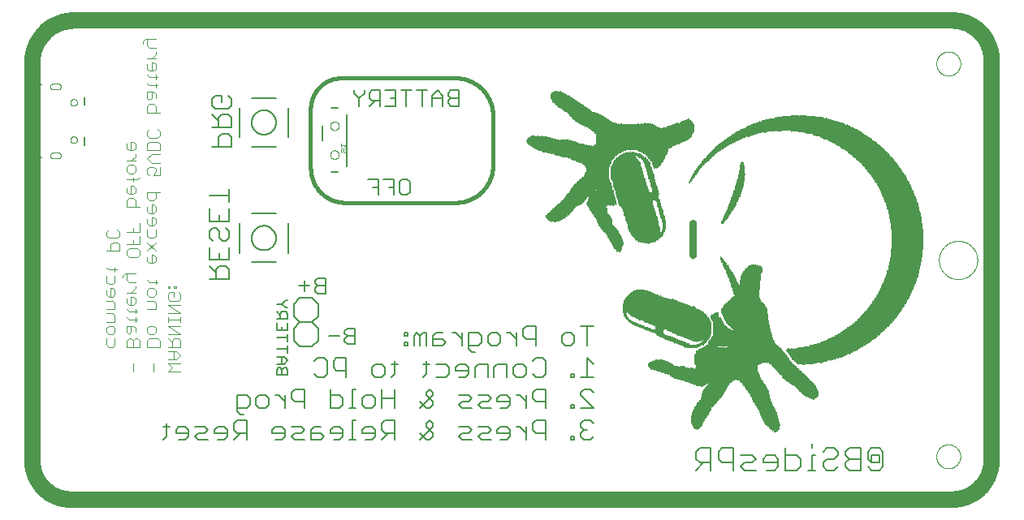
<source format=gbo>
G75*
%MOIN*%
%OFA0B0*%
%FSLAX25Y25*%
%IPPOS*%
%LPD*%
%AMOC8*
5,1,8,0,0,1.08239X$1,22.5*
%
%ADD10C,0.00000*%
%ADD11C,0.06600*%
%ADD12C,0.00600*%
%ADD13C,0.00700*%
%ADD14C,0.01600*%
%ADD15C,0.00800*%
%ADD16C,0.00400*%
%ADD17R,0.00200X0.00400*%
%ADD18R,0.00200X0.01800*%
%ADD19R,0.00200X0.02200*%
%ADD20R,0.00200X0.02800*%
%ADD21R,0.00200X0.03000*%
%ADD22R,0.00200X0.03200*%
%ADD23R,0.00200X0.03600*%
%ADD24R,0.00200X0.04200*%
%ADD25R,0.00200X0.04400*%
%ADD26R,0.00200X0.04600*%
%ADD27R,0.00200X0.04800*%
%ADD28R,0.00200X0.05000*%
%ADD29R,0.00200X0.05200*%
%ADD30R,0.00200X0.05400*%
%ADD31R,0.00200X0.05600*%
%ADD32R,0.00200X0.05800*%
%ADD33R,0.00200X0.06000*%
%ADD34R,0.00200X0.06200*%
%ADD35R,0.00200X0.06400*%
%ADD36R,0.00200X0.06600*%
%ADD37R,0.00200X0.01200*%
%ADD38R,0.00200X0.01400*%
%ADD39R,0.00200X0.02400*%
%ADD40R,0.00200X0.06800*%
%ADD41R,0.00200X0.03400*%
%ADD42R,0.00200X0.04000*%
%ADD43R,0.00200X0.02000*%
%ADD44R,0.00200X0.07000*%
%ADD45R,0.00200X0.07200*%
%ADD46R,0.00200X0.07400*%
%ADD47R,0.00200X0.07600*%
%ADD48R,0.00200X0.07800*%
%ADD49R,0.00200X0.08000*%
%ADD50R,0.00200X0.08200*%
%ADD51R,0.00200X0.08600*%
%ADD52R,0.00200X0.08400*%
%ADD53R,0.00200X0.08800*%
%ADD54R,0.00200X0.09000*%
%ADD55R,0.00200X0.09200*%
%ADD56R,0.00200X0.09400*%
%ADD57R,0.00200X0.09600*%
%ADD58R,0.00200X0.10000*%
%ADD59R,0.00200X0.09800*%
%ADD60R,0.00200X0.10200*%
%ADD61R,0.00200X0.10400*%
%ADD62R,0.00200X0.10600*%
%ADD63R,0.00200X0.10800*%
%ADD64R,0.00200X0.11000*%
%ADD65R,0.00200X0.11400*%
%ADD66R,0.00200X0.22200*%
%ADD67R,0.00200X0.21800*%
%ADD68R,0.00200X0.00600*%
%ADD69R,0.00200X0.21600*%
%ADD70R,0.00200X0.21400*%
%ADD71R,0.00200X0.25800*%
%ADD72R,0.00200X0.26200*%
%ADD73R,0.00200X0.26400*%
%ADD74R,0.00200X0.26800*%
%ADD75R,0.00200X0.27200*%
%ADD76R,0.00200X0.27400*%
%ADD77R,0.00200X0.27600*%
%ADD78R,0.00200X0.28000*%
%ADD79R,0.00200X0.28200*%
%ADD80R,0.00200X0.28600*%
%ADD81R,0.00200X0.29200*%
%ADD82R,0.00200X0.29800*%
%ADD83R,0.00200X0.18600*%
%ADD84R,0.00200X0.11600*%
%ADD85R,0.00200X0.32000*%
%ADD86R,0.00200X0.44200*%
%ADD87R,0.00200X0.30400*%
%ADD88R,0.00200X0.13400*%
%ADD89R,0.00200X0.44400*%
%ADD90R,0.00200X0.45400*%
%ADD91R,0.00200X0.45600*%
%ADD92R,0.00200X0.46000*%
%ADD93R,0.00200X0.46200*%
%ADD94R,0.00200X0.46400*%
%ADD95R,0.00200X0.46600*%
%ADD96R,0.00200X0.46800*%
%ADD97R,0.00200X0.47000*%
%ADD98R,0.00200X0.47200*%
%ADD99R,0.00200X0.47400*%
%ADD100R,0.00200X0.47600*%
%ADD101R,0.00200X0.36400*%
%ADD102R,0.00200X0.36000*%
%ADD103R,0.00200X0.35800*%
%ADD104R,0.00200X0.35600*%
%ADD105R,0.00200X0.35200*%
%ADD106R,0.00200X0.19200*%
%ADD107R,0.00200X0.17800*%
%ADD108R,0.00200X0.17600*%
%ADD109R,0.00200X0.16600*%
%ADD110R,0.00200X0.16200*%
%ADD111R,0.00200X0.16000*%
%ADD112R,0.00200X0.15400*%
%ADD113R,0.00200X0.15000*%
%ADD114R,0.00200X0.14600*%
%ADD115R,0.00200X0.14400*%
%ADD116R,0.00200X0.14200*%
%ADD117R,0.00200X0.11800*%
%ADD118R,0.00200X0.14000*%
%ADD119R,0.00200X0.12800*%
%ADD120R,0.00200X0.13600*%
%ADD121R,0.00200X0.14800*%
%ADD122R,0.00200X0.00200*%
%ADD123R,0.00200X0.13200*%
%ADD124R,0.00200X0.16400*%
%ADD125R,0.00200X0.17200*%
%ADD126R,0.00200X0.12600*%
%ADD127R,0.00200X0.19400*%
%ADD128R,0.00200X0.12200*%
%ADD129R,0.00200X0.20200*%
%ADD130R,0.00200X0.20400*%
%ADD131R,0.00200X0.12000*%
%ADD132R,0.00200X0.21000*%
%ADD133R,0.00200X0.22600*%
%ADD134R,0.00200X0.11200*%
%ADD135R,0.00200X0.23000*%
%ADD136R,0.00200X0.00800*%
%ADD137R,0.00200X0.24000*%
%ADD138R,0.00200X0.03800*%
%ADD139R,0.00200X0.25000*%
%ADD140R,0.00200X0.26000*%
%ADD141R,0.00200X0.27800*%
%ADD142R,0.00200X0.29000*%
%ADD143R,0.00200X0.01600*%
%ADD144R,0.00200X0.29600*%
%ADD145R,0.00200X0.31200*%
%ADD146R,0.00200X0.32400*%
%ADD147R,0.00200X0.32800*%
%ADD148R,0.00200X0.33400*%
%ADD149R,0.00200X0.33800*%
%ADD150R,0.00200X0.34200*%
%ADD151R,0.00200X0.34600*%
%ADD152R,0.00200X0.34800*%
%ADD153R,0.00200X0.35000*%
%ADD154R,0.00200X0.35400*%
%ADD155R,0.00200X0.01000*%
%ADD156R,0.00200X0.33600*%
%ADD157R,0.00200X0.33200*%
%ADD158R,0.00200X0.12400*%
%ADD159R,0.00200X0.33000*%
%ADD160R,0.00200X0.32200*%
%ADD161R,0.00200X0.30800*%
%ADD162R,0.00200X0.29400*%
%ADD163R,0.00200X0.28800*%
%ADD164R,0.00200X0.13000*%
%ADD165R,0.00200X0.26600*%
%ADD166R,0.00200X0.25600*%
%ADD167R,0.00200X0.25200*%
%ADD168R,0.00200X0.24800*%
%ADD169R,0.00200X0.24200*%
%ADD170R,0.00200X0.23600*%
%ADD171R,0.00200X0.13800*%
%ADD172R,0.00200X0.22400*%
%ADD173R,0.00200X0.21200*%
%ADD174R,0.00200X0.15200*%
%ADD175R,0.00200X0.02600*%
%ADD176R,0.00200X0.15600*%
%ADD177R,0.00200X0.16800*%
%ADD178R,0.00200X0.17000*%
%ADD179R,0.00200X0.17400*%
%ADD180R,0.00200X0.18000*%
%ADD181R,0.00200X0.15800*%
%ADD182R,0.00200X0.30600*%
%ADD183R,0.00200X0.38000*%
%ADD184R,0.00200X0.37800*%
%ADD185R,0.00200X0.37600*%
%ADD186R,0.00200X0.37400*%
%ADD187R,0.00200X0.37200*%
%ADD188R,0.00200X0.37000*%
%ADD189R,0.00200X0.22800*%
%ADD190R,0.00200X0.20800*%
%ADD191R,0.00200X0.19800*%
%ADD192R,0.00200X0.18800*%
%ADD193R,0.00200X0.22000*%
%ADD194R,0.00200X0.34400*%
%ADD195R,0.00200X0.42200*%
%ADD196R,0.00200X0.41800*%
%ADD197R,0.00200X0.41400*%
%ADD198R,0.00200X0.41200*%
%ADD199R,0.00200X0.40400*%
%ADD200R,0.00200X0.40000*%
%ADD201R,0.00200X0.39600*%
%ADD202R,0.00200X0.40200*%
%ADD203R,0.00200X0.42400*%
%ADD204R,0.00200X0.43800*%
%ADD205R,0.00200X0.44600*%
%ADD206R,0.00200X0.45200*%
%ADD207R,0.00200X0.48400*%
%ADD208R,0.00200X0.48800*%
%ADD209R,0.00200X0.49200*%
%ADD210R,0.00200X0.49800*%
%ADD211R,0.00200X0.50000*%
%ADD212R,0.00200X0.50800*%
%ADD213R,0.00200X0.51000*%
%ADD214R,0.00200X0.51200*%
%ADD215R,0.00200X0.51800*%
%ADD216R,0.00200X0.52400*%
%ADD217R,0.00200X0.52600*%
%ADD218R,0.00200X0.53000*%
%ADD219R,0.00200X0.53600*%
%ADD220R,0.00200X0.53800*%
%ADD221R,0.00200X0.54600*%
%ADD222R,0.00200X0.55000*%
%ADD223R,0.00200X0.55600*%
%ADD224R,0.00200X0.56400*%
%ADD225R,0.00200X0.56600*%
%ADD226R,0.00200X0.56800*%
%ADD227R,0.00200X0.57200*%
%ADD228R,0.00200X0.57400*%
%ADD229R,0.00200X0.57800*%
%ADD230R,0.00200X0.58000*%
%ADD231R,0.00200X0.58600*%
%ADD232R,0.00200X0.41600*%
%ADD233R,0.00200X0.41000*%
%ADD234R,0.00200X0.40800*%
%ADD235R,0.00200X0.40600*%
%ADD236R,0.00200X0.27000*%
%ADD237R,0.00200X0.25400*%
%ADD238R,0.00200X0.24600*%
%ADD239R,0.00200X0.24400*%
%ADD240R,0.00200X0.18200*%
%ADD241R,0.00200X0.18400*%
%ADD242R,0.00200X0.20000*%
%ADD243R,0.00200X0.20600*%
%ADD244R,0.00200X0.23200*%
%ADD245R,0.00200X0.23400*%
%ADD246R,0.00200X0.67600*%
%ADD247R,0.00200X0.67000*%
%ADD248R,0.00200X0.66600*%
%ADD249R,0.00200X0.65800*%
%ADD250R,0.00200X0.65600*%
%ADD251R,0.00200X0.64800*%
%ADD252R,0.00200X0.64200*%
%ADD253R,0.00200X0.63600*%
%ADD254R,0.00200X0.63200*%
%ADD255R,0.00200X0.62600*%
%ADD256R,0.00200X0.62000*%
%ADD257R,0.00200X0.61400*%
%ADD258R,0.00200X0.61200*%
%ADD259R,0.00200X0.60200*%
%ADD260R,0.00200X0.60000*%
%ADD261R,0.00200X0.59600*%
%ADD262R,0.00200X0.58200*%
%ADD263R,0.00200X0.57600*%
%ADD264R,0.00200X0.56000*%
%ADD265R,0.00200X0.54800*%
%ADD266R,0.00200X0.54000*%
%ADD267R,0.00200X0.51400*%
%ADD268R,0.00200X0.50400*%
%ADD269R,0.00200X0.49600*%
%ADD270R,0.00200X0.48600*%
%ADD271R,0.00200X0.48200*%
%ADD272R,0.00200X0.47800*%
%ADD273R,0.00200X0.45000*%
%ADD274R,0.00200X0.43200*%
%ADD275R,0.00200X0.42800*%
%ADD276R,0.00200X0.38800*%
%ADD277R,0.00200X0.38200*%
%ADD278R,0.00200X0.36800*%
%ADD279R,0.00200X0.28400*%
%ADD280C,0.00200*%
%ADD281C,0.00500*%
D10*
X0020048Y0004300D02*
X0382253Y0004300D01*
X0382634Y0004305D01*
X0383014Y0004318D01*
X0383394Y0004341D01*
X0383773Y0004374D01*
X0384151Y0004415D01*
X0384528Y0004465D01*
X0384904Y0004525D01*
X0385279Y0004593D01*
X0385651Y0004671D01*
X0386022Y0004758D01*
X0386390Y0004853D01*
X0386756Y0004958D01*
X0387119Y0005071D01*
X0387480Y0005193D01*
X0387837Y0005323D01*
X0388191Y0005463D01*
X0388542Y0005610D01*
X0388889Y0005767D01*
X0389232Y0005931D01*
X0389571Y0006104D01*
X0389906Y0006285D01*
X0390237Y0006474D01*
X0390562Y0006671D01*
X0390883Y0006875D01*
X0391199Y0007088D01*
X0391509Y0007308D01*
X0391815Y0007535D01*
X0392114Y0007770D01*
X0392408Y0008012D01*
X0392696Y0008260D01*
X0392978Y0008516D01*
X0393253Y0008779D01*
X0393522Y0009048D01*
X0393785Y0009323D01*
X0394041Y0009605D01*
X0394289Y0009893D01*
X0394531Y0010187D01*
X0394766Y0010486D01*
X0394993Y0010792D01*
X0395213Y0011102D01*
X0395426Y0011418D01*
X0395630Y0011739D01*
X0395827Y0012064D01*
X0396016Y0012395D01*
X0396197Y0012730D01*
X0396370Y0013069D01*
X0396534Y0013412D01*
X0396691Y0013759D01*
X0396838Y0014110D01*
X0396978Y0014464D01*
X0397108Y0014821D01*
X0397230Y0015182D01*
X0397343Y0015545D01*
X0397448Y0015911D01*
X0397543Y0016279D01*
X0397630Y0016650D01*
X0397708Y0017022D01*
X0397776Y0017397D01*
X0397836Y0017773D01*
X0397886Y0018150D01*
X0397927Y0018528D01*
X0397960Y0018907D01*
X0397983Y0019287D01*
X0397996Y0019667D01*
X0398001Y0020048D01*
X0398001Y0185402D01*
X0397996Y0185783D01*
X0397983Y0186163D01*
X0397960Y0186543D01*
X0397927Y0186922D01*
X0397886Y0187300D01*
X0397836Y0187677D01*
X0397776Y0188053D01*
X0397708Y0188428D01*
X0397630Y0188800D01*
X0397543Y0189171D01*
X0397448Y0189539D01*
X0397343Y0189905D01*
X0397230Y0190268D01*
X0397108Y0190629D01*
X0396978Y0190986D01*
X0396838Y0191340D01*
X0396691Y0191691D01*
X0396534Y0192038D01*
X0396370Y0192381D01*
X0396197Y0192720D01*
X0396016Y0193055D01*
X0395827Y0193386D01*
X0395630Y0193711D01*
X0395426Y0194032D01*
X0395213Y0194348D01*
X0394993Y0194658D01*
X0394766Y0194964D01*
X0394531Y0195263D01*
X0394289Y0195557D01*
X0394041Y0195845D01*
X0393785Y0196127D01*
X0393522Y0196402D01*
X0393253Y0196671D01*
X0392978Y0196934D01*
X0392696Y0197190D01*
X0392408Y0197438D01*
X0392114Y0197680D01*
X0391815Y0197915D01*
X0391509Y0198142D01*
X0391199Y0198362D01*
X0390883Y0198575D01*
X0390562Y0198779D01*
X0390237Y0198976D01*
X0389906Y0199165D01*
X0389571Y0199346D01*
X0389232Y0199519D01*
X0388889Y0199683D01*
X0388542Y0199840D01*
X0388191Y0199987D01*
X0387837Y0200127D01*
X0387480Y0200257D01*
X0387119Y0200379D01*
X0386756Y0200492D01*
X0386390Y0200597D01*
X0386022Y0200692D01*
X0385651Y0200779D01*
X0385279Y0200857D01*
X0384904Y0200925D01*
X0384528Y0200985D01*
X0384151Y0201035D01*
X0383773Y0201076D01*
X0383394Y0201109D01*
X0383014Y0201132D01*
X0382634Y0201145D01*
X0382253Y0201150D01*
X0020048Y0201150D01*
X0019662Y0201145D01*
X0019275Y0201131D01*
X0018890Y0201107D01*
X0018504Y0201074D01*
X0018120Y0201032D01*
X0017737Y0200980D01*
X0017356Y0200918D01*
X0016976Y0200847D01*
X0016598Y0200767D01*
X0016222Y0200678D01*
X0015848Y0200580D01*
X0015477Y0200472D01*
X0015108Y0200355D01*
X0014743Y0200229D01*
X0014380Y0200095D01*
X0014022Y0199951D01*
X0013666Y0199799D01*
X0013315Y0199638D01*
X0012968Y0199468D01*
X0012624Y0199290D01*
X0012286Y0199104D01*
X0011952Y0198910D01*
X0011623Y0198707D01*
X0011299Y0198496D01*
X0010980Y0198277D01*
X0010667Y0198051D01*
X0010359Y0197817D01*
X0010058Y0197575D01*
X0009762Y0197327D01*
X0009472Y0197070D01*
X0009189Y0196807D01*
X0008912Y0196538D01*
X0008643Y0196261D01*
X0008380Y0195978D01*
X0008123Y0195688D01*
X0007875Y0195392D01*
X0007633Y0195091D01*
X0007399Y0194783D01*
X0007173Y0194470D01*
X0006954Y0194151D01*
X0006743Y0193827D01*
X0006540Y0193498D01*
X0006346Y0193164D01*
X0006160Y0192826D01*
X0005982Y0192482D01*
X0005812Y0192135D01*
X0005651Y0191784D01*
X0005499Y0191428D01*
X0005355Y0191070D01*
X0005221Y0190707D01*
X0005095Y0190342D01*
X0004978Y0189973D01*
X0004870Y0189602D01*
X0004772Y0189228D01*
X0004683Y0188852D01*
X0004603Y0188474D01*
X0004532Y0188094D01*
X0004470Y0187713D01*
X0004418Y0187330D01*
X0004376Y0186946D01*
X0004343Y0186560D01*
X0004319Y0186175D01*
X0004305Y0185788D01*
X0004300Y0185402D01*
X0004300Y0020048D01*
X0004305Y0019667D01*
X0004318Y0019287D01*
X0004341Y0018907D01*
X0004374Y0018528D01*
X0004415Y0018150D01*
X0004465Y0017773D01*
X0004525Y0017397D01*
X0004593Y0017022D01*
X0004671Y0016650D01*
X0004758Y0016279D01*
X0004853Y0015911D01*
X0004958Y0015545D01*
X0005071Y0015182D01*
X0005193Y0014821D01*
X0005323Y0014464D01*
X0005463Y0014110D01*
X0005610Y0013759D01*
X0005767Y0013412D01*
X0005931Y0013069D01*
X0006104Y0012730D01*
X0006285Y0012395D01*
X0006474Y0012064D01*
X0006671Y0011739D01*
X0006875Y0011418D01*
X0007088Y0011102D01*
X0007308Y0010792D01*
X0007535Y0010486D01*
X0007770Y0010187D01*
X0008012Y0009893D01*
X0008260Y0009605D01*
X0008516Y0009323D01*
X0008779Y0009048D01*
X0009048Y0008779D01*
X0009323Y0008516D01*
X0009605Y0008260D01*
X0009893Y0008012D01*
X0010187Y0007770D01*
X0010486Y0007535D01*
X0010792Y0007308D01*
X0011102Y0007088D01*
X0011418Y0006875D01*
X0011739Y0006671D01*
X0012064Y0006474D01*
X0012395Y0006285D01*
X0012730Y0006104D01*
X0013069Y0005931D01*
X0013412Y0005767D01*
X0013759Y0005610D01*
X0014110Y0005463D01*
X0014464Y0005323D01*
X0014821Y0005193D01*
X0015182Y0005071D01*
X0015545Y0004958D01*
X0015911Y0004853D01*
X0016279Y0004758D01*
X0016650Y0004671D01*
X0017022Y0004593D01*
X0017397Y0004525D01*
X0017773Y0004465D01*
X0018150Y0004415D01*
X0018528Y0004374D01*
X0018907Y0004341D01*
X0019287Y0004318D01*
X0019667Y0004305D01*
X0020048Y0004300D01*
X0014930Y0144457D02*
X0012568Y0144457D01*
X0012502Y0144465D01*
X0012438Y0144477D01*
X0012374Y0144493D01*
X0012311Y0144512D01*
X0012250Y0144536D01*
X0012190Y0144563D01*
X0012132Y0144593D01*
X0012076Y0144627D01*
X0012022Y0144664D01*
X0011970Y0144705D01*
X0011921Y0144749D01*
X0011874Y0144795D01*
X0011831Y0144844D01*
X0011790Y0144896D01*
X0011753Y0144950D01*
X0011719Y0145006D01*
X0011689Y0145064D01*
X0011662Y0145124D01*
X0011638Y0145185D01*
X0011619Y0145248D01*
X0011603Y0145312D01*
X0011591Y0145376D01*
X0011583Y0145442D01*
X0011579Y0145507D01*
X0011579Y0145573D01*
X0011583Y0145638D01*
X0011583Y0145639D02*
X0011579Y0145704D01*
X0011579Y0145770D01*
X0011583Y0145835D01*
X0011591Y0145901D01*
X0011603Y0145965D01*
X0011619Y0146029D01*
X0011638Y0146092D01*
X0011662Y0146153D01*
X0011689Y0146213D01*
X0011719Y0146271D01*
X0011753Y0146327D01*
X0011790Y0146381D01*
X0011831Y0146433D01*
X0011874Y0146482D01*
X0011921Y0146528D01*
X0011970Y0146572D01*
X0012022Y0146613D01*
X0012076Y0146650D01*
X0012132Y0146684D01*
X0012190Y0146714D01*
X0012250Y0146741D01*
X0012311Y0146765D01*
X0012374Y0146784D01*
X0012438Y0146800D01*
X0012502Y0146812D01*
X0012568Y0146820D01*
X0014930Y0146820D01*
X0014929Y0146820D02*
X0014992Y0146812D01*
X0015054Y0146801D01*
X0015116Y0146786D01*
X0015176Y0146768D01*
X0015236Y0146746D01*
X0015294Y0146721D01*
X0015350Y0146692D01*
X0015405Y0146660D01*
X0015457Y0146625D01*
X0015508Y0146587D01*
X0015556Y0146547D01*
X0015602Y0146503D01*
X0015645Y0146457D01*
X0015686Y0146408D01*
X0015724Y0146357D01*
X0015758Y0146305D01*
X0015790Y0146250D01*
X0015818Y0146193D01*
X0015843Y0146135D01*
X0015864Y0146075D01*
X0015882Y0146015D01*
X0015896Y0145953D01*
X0015907Y0145891D01*
X0015914Y0145828D01*
X0015918Y0145765D01*
X0015917Y0145702D01*
X0015914Y0145639D01*
X0015914Y0145638D02*
X0015917Y0145575D01*
X0015918Y0145512D01*
X0015914Y0145449D01*
X0015907Y0145386D01*
X0015896Y0145324D01*
X0015882Y0145262D01*
X0015864Y0145202D01*
X0015843Y0145142D01*
X0015818Y0145084D01*
X0015790Y0145027D01*
X0015758Y0144972D01*
X0015724Y0144920D01*
X0015686Y0144869D01*
X0015645Y0144820D01*
X0015602Y0144774D01*
X0015556Y0144730D01*
X0015508Y0144690D01*
X0015457Y0144652D01*
X0015405Y0144617D01*
X0015350Y0144585D01*
X0015294Y0144556D01*
X0015236Y0144531D01*
X0015176Y0144509D01*
X0015116Y0144491D01*
X0015054Y0144476D01*
X0014992Y0144465D01*
X0014929Y0144457D01*
X0019851Y0152135D02*
X0019853Y0152209D01*
X0019859Y0152283D01*
X0019869Y0152356D01*
X0019883Y0152429D01*
X0019900Y0152501D01*
X0019922Y0152571D01*
X0019947Y0152641D01*
X0019976Y0152709D01*
X0020009Y0152775D01*
X0020045Y0152840D01*
X0020085Y0152902D01*
X0020127Y0152963D01*
X0020173Y0153021D01*
X0020222Y0153076D01*
X0020274Y0153129D01*
X0020329Y0153179D01*
X0020386Y0153225D01*
X0020446Y0153269D01*
X0020508Y0153309D01*
X0020572Y0153346D01*
X0020638Y0153380D01*
X0020706Y0153410D01*
X0020775Y0153436D01*
X0020846Y0153459D01*
X0020917Y0153477D01*
X0020990Y0153492D01*
X0021063Y0153503D01*
X0021137Y0153510D01*
X0021211Y0153513D01*
X0021284Y0153512D01*
X0021358Y0153507D01*
X0021432Y0153498D01*
X0021505Y0153485D01*
X0021577Y0153468D01*
X0021648Y0153448D01*
X0021718Y0153423D01*
X0021786Y0153395D01*
X0021853Y0153364D01*
X0021918Y0153328D01*
X0021981Y0153290D01*
X0022042Y0153248D01*
X0022101Y0153202D01*
X0022157Y0153154D01*
X0022210Y0153103D01*
X0022260Y0153049D01*
X0022308Y0152992D01*
X0022352Y0152933D01*
X0022394Y0152871D01*
X0022432Y0152808D01*
X0022466Y0152742D01*
X0022497Y0152675D01*
X0022524Y0152606D01*
X0022547Y0152536D01*
X0022567Y0152465D01*
X0022583Y0152392D01*
X0022595Y0152319D01*
X0022603Y0152246D01*
X0022607Y0152172D01*
X0022607Y0152098D01*
X0022603Y0152024D01*
X0022595Y0151951D01*
X0022583Y0151878D01*
X0022567Y0151805D01*
X0022547Y0151734D01*
X0022524Y0151664D01*
X0022497Y0151595D01*
X0022466Y0151528D01*
X0022432Y0151462D01*
X0022394Y0151399D01*
X0022352Y0151337D01*
X0022308Y0151278D01*
X0022260Y0151221D01*
X0022210Y0151167D01*
X0022157Y0151116D01*
X0022101Y0151068D01*
X0022042Y0151022D01*
X0021981Y0150980D01*
X0021918Y0150942D01*
X0021853Y0150906D01*
X0021786Y0150875D01*
X0021718Y0150847D01*
X0021648Y0150822D01*
X0021577Y0150802D01*
X0021505Y0150785D01*
X0021432Y0150772D01*
X0021358Y0150763D01*
X0021284Y0150758D01*
X0021211Y0150757D01*
X0021137Y0150760D01*
X0021063Y0150767D01*
X0020990Y0150778D01*
X0020917Y0150793D01*
X0020846Y0150811D01*
X0020775Y0150834D01*
X0020706Y0150860D01*
X0020638Y0150890D01*
X0020572Y0150924D01*
X0020508Y0150961D01*
X0020446Y0151001D01*
X0020386Y0151045D01*
X0020329Y0151091D01*
X0020274Y0151141D01*
X0020222Y0151194D01*
X0020173Y0151249D01*
X0020127Y0151307D01*
X0020085Y0151368D01*
X0020045Y0151430D01*
X0020009Y0151495D01*
X0019976Y0151561D01*
X0019947Y0151629D01*
X0019922Y0151699D01*
X0019900Y0151769D01*
X0019883Y0151841D01*
X0019869Y0151914D01*
X0019859Y0151987D01*
X0019853Y0152061D01*
X0019851Y0152135D01*
X0019851Y0167489D02*
X0019853Y0167563D01*
X0019859Y0167637D01*
X0019869Y0167710D01*
X0019883Y0167783D01*
X0019900Y0167855D01*
X0019922Y0167925D01*
X0019947Y0167995D01*
X0019976Y0168063D01*
X0020009Y0168129D01*
X0020045Y0168194D01*
X0020085Y0168256D01*
X0020127Y0168317D01*
X0020173Y0168375D01*
X0020222Y0168430D01*
X0020274Y0168483D01*
X0020329Y0168533D01*
X0020386Y0168579D01*
X0020446Y0168623D01*
X0020508Y0168663D01*
X0020572Y0168700D01*
X0020638Y0168734D01*
X0020706Y0168764D01*
X0020775Y0168790D01*
X0020846Y0168813D01*
X0020917Y0168831D01*
X0020990Y0168846D01*
X0021063Y0168857D01*
X0021137Y0168864D01*
X0021211Y0168867D01*
X0021284Y0168866D01*
X0021358Y0168861D01*
X0021432Y0168852D01*
X0021505Y0168839D01*
X0021577Y0168822D01*
X0021648Y0168802D01*
X0021718Y0168777D01*
X0021786Y0168749D01*
X0021853Y0168718D01*
X0021918Y0168682D01*
X0021981Y0168644D01*
X0022042Y0168602D01*
X0022101Y0168556D01*
X0022157Y0168508D01*
X0022210Y0168457D01*
X0022260Y0168403D01*
X0022308Y0168346D01*
X0022352Y0168287D01*
X0022394Y0168225D01*
X0022432Y0168162D01*
X0022466Y0168096D01*
X0022497Y0168029D01*
X0022524Y0167960D01*
X0022547Y0167890D01*
X0022567Y0167819D01*
X0022583Y0167746D01*
X0022595Y0167673D01*
X0022603Y0167600D01*
X0022607Y0167526D01*
X0022607Y0167452D01*
X0022603Y0167378D01*
X0022595Y0167305D01*
X0022583Y0167232D01*
X0022567Y0167159D01*
X0022547Y0167088D01*
X0022524Y0167018D01*
X0022497Y0166949D01*
X0022466Y0166882D01*
X0022432Y0166816D01*
X0022394Y0166753D01*
X0022352Y0166691D01*
X0022308Y0166632D01*
X0022260Y0166575D01*
X0022210Y0166521D01*
X0022157Y0166470D01*
X0022101Y0166422D01*
X0022042Y0166376D01*
X0021981Y0166334D01*
X0021918Y0166296D01*
X0021853Y0166260D01*
X0021786Y0166229D01*
X0021718Y0166201D01*
X0021648Y0166176D01*
X0021577Y0166156D01*
X0021505Y0166139D01*
X0021432Y0166126D01*
X0021358Y0166117D01*
X0021284Y0166112D01*
X0021211Y0166111D01*
X0021137Y0166114D01*
X0021063Y0166121D01*
X0020990Y0166132D01*
X0020917Y0166147D01*
X0020846Y0166165D01*
X0020775Y0166188D01*
X0020706Y0166214D01*
X0020638Y0166244D01*
X0020572Y0166278D01*
X0020508Y0166315D01*
X0020446Y0166355D01*
X0020386Y0166399D01*
X0020329Y0166445D01*
X0020274Y0166495D01*
X0020222Y0166548D01*
X0020173Y0166603D01*
X0020127Y0166661D01*
X0020085Y0166722D01*
X0020045Y0166784D01*
X0020009Y0166849D01*
X0019976Y0166915D01*
X0019947Y0166983D01*
X0019922Y0167053D01*
X0019900Y0167123D01*
X0019883Y0167195D01*
X0019869Y0167268D01*
X0019859Y0167341D01*
X0019853Y0167415D01*
X0019851Y0167489D01*
X0014930Y0172804D02*
X0012568Y0172804D01*
X0012502Y0172812D01*
X0012438Y0172824D01*
X0012374Y0172840D01*
X0012311Y0172859D01*
X0012250Y0172883D01*
X0012190Y0172910D01*
X0012132Y0172940D01*
X0012076Y0172974D01*
X0012022Y0173011D01*
X0011970Y0173052D01*
X0011921Y0173096D01*
X0011874Y0173142D01*
X0011831Y0173191D01*
X0011790Y0173243D01*
X0011753Y0173297D01*
X0011719Y0173353D01*
X0011689Y0173411D01*
X0011662Y0173471D01*
X0011638Y0173532D01*
X0011619Y0173595D01*
X0011603Y0173659D01*
X0011591Y0173723D01*
X0011583Y0173789D01*
X0011579Y0173854D01*
X0011579Y0173920D01*
X0011583Y0173985D01*
X0011579Y0174050D01*
X0011579Y0174116D01*
X0011583Y0174181D01*
X0011591Y0174247D01*
X0011603Y0174311D01*
X0011619Y0174375D01*
X0011638Y0174438D01*
X0011662Y0174499D01*
X0011689Y0174559D01*
X0011719Y0174617D01*
X0011753Y0174673D01*
X0011790Y0174727D01*
X0011831Y0174779D01*
X0011874Y0174828D01*
X0011921Y0174874D01*
X0011970Y0174918D01*
X0012022Y0174959D01*
X0012076Y0174996D01*
X0012132Y0175030D01*
X0012190Y0175060D01*
X0012250Y0175087D01*
X0012311Y0175111D01*
X0012374Y0175130D01*
X0012438Y0175146D01*
X0012502Y0175158D01*
X0012568Y0175166D01*
X0014930Y0175166D01*
X0014929Y0175166D02*
X0014992Y0175158D01*
X0015054Y0175147D01*
X0015116Y0175132D01*
X0015176Y0175114D01*
X0015236Y0175092D01*
X0015294Y0175067D01*
X0015350Y0175038D01*
X0015405Y0175006D01*
X0015457Y0174971D01*
X0015508Y0174933D01*
X0015556Y0174893D01*
X0015602Y0174849D01*
X0015645Y0174803D01*
X0015686Y0174754D01*
X0015724Y0174703D01*
X0015758Y0174651D01*
X0015790Y0174596D01*
X0015818Y0174539D01*
X0015843Y0174481D01*
X0015864Y0174421D01*
X0015882Y0174361D01*
X0015896Y0174299D01*
X0015907Y0174237D01*
X0015914Y0174174D01*
X0015918Y0174111D01*
X0015917Y0174048D01*
X0015914Y0173985D01*
X0015917Y0173922D01*
X0015918Y0173859D01*
X0015914Y0173796D01*
X0015907Y0173733D01*
X0015896Y0173671D01*
X0015882Y0173609D01*
X0015864Y0173549D01*
X0015843Y0173489D01*
X0015818Y0173431D01*
X0015790Y0173374D01*
X0015758Y0173319D01*
X0015724Y0173267D01*
X0015686Y0173216D01*
X0015645Y0173167D01*
X0015602Y0173121D01*
X0015556Y0173077D01*
X0015508Y0173037D01*
X0015457Y0172999D01*
X0015405Y0172964D01*
X0015350Y0172932D01*
X0015294Y0172903D01*
X0015236Y0172878D01*
X0015176Y0172856D01*
X0015116Y0172838D01*
X0015054Y0172823D01*
X0014992Y0172812D01*
X0014929Y0172804D01*
X0126544Y0157843D02*
X0126546Y0157927D01*
X0126552Y0158010D01*
X0126562Y0158093D01*
X0126576Y0158176D01*
X0126593Y0158258D01*
X0126615Y0158339D01*
X0126640Y0158418D01*
X0126669Y0158497D01*
X0126702Y0158574D01*
X0126738Y0158649D01*
X0126778Y0158723D01*
X0126821Y0158795D01*
X0126868Y0158864D01*
X0126918Y0158931D01*
X0126971Y0158996D01*
X0127027Y0159058D01*
X0127085Y0159118D01*
X0127147Y0159175D01*
X0127211Y0159228D01*
X0127278Y0159279D01*
X0127347Y0159326D01*
X0127418Y0159371D01*
X0127491Y0159411D01*
X0127566Y0159448D01*
X0127643Y0159482D01*
X0127721Y0159512D01*
X0127800Y0159538D01*
X0127881Y0159561D01*
X0127963Y0159579D01*
X0128045Y0159594D01*
X0128128Y0159605D01*
X0128211Y0159612D01*
X0128295Y0159615D01*
X0128379Y0159614D01*
X0128462Y0159609D01*
X0128546Y0159600D01*
X0128628Y0159587D01*
X0128710Y0159571D01*
X0128791Y0159550D01*
X0128872Y0159526D01*
X0128950Y0159498D01*
X0129028Y0159466D01*
X0129104Y0159430D01*
X0129178Y0159391D01*
X0129250Y0159349D01*
X0129320Y0159303D01*
X0129388Y0159254D01*
X0129453Y0159202D01*
X0129516Y0159147D01*
X0129576Y0159089D01*
X0129634Y0159028D01*
X0129688Y0158964D01*
X0129740Y0158898D01*
X0129788Y0158830D01*
X0129833Y0158759D01*
X0129874Y0158686D01*
X0129913Y0158612D01*
X0129947Y0158536D01*
X0129978Y0158458D01*
X0130005Y0158379D01*
X0130029Y0158298D01*
X0130048Y0158217D01*
X0130064Y0158135D01*
X0130076Y0158052D01*
X0130084Y0157968D01*
X0130088Y0157885D01*
X0130088Y0157801D01*
X0130084Y0157718D01*
X0130076Y0157634D01*
X0130064Y0157551D01*
X0130048Y0157469D01*
X0130029Y0157388D01*
X0130005Y0157307D01*
X0129978Y0157228D01*
X0129947Y0157150D01*
X0129913Y0157074D01*
X0129874Y0157000D01*
X0129833Y0156927D01*
X0129788Y0156856D01*
X0129740Y0156788D01*
X0129688Y0156722D01*
X0129634Y0156658D01*
X0129576Y0156597D01*
X0129516Y0156539D01*
X0129453Y0156484D01*
X0129388Y0156432D01*
X0129320Y0156383D01*
X0129250Y0156337D01*
X0129178Y0156295D01*
X0129104Y0156256D01*
X0129028Y0156220D01*
X0128950Y0156188D01*
X0128872Y0156160D01*
X0128791Y0156136D01*
X0128710Y0156115D01*
X0128628Y0156099D01*
X0128546Y0156086D01*
X0128462Y0156077D01*
X0128379Y0156072D01*
X0128295Y0156071D01*
X0128211Y0156074D01*
X0128128Y0156081D01*
X0128045Y0156092D01*
X0127963Y0156107D01*
X0127881Y0156125D01*
X0127800Y0156148D01*
X0127721Y0156174D01*
X0127643Y0156204D01*
X0127566Y0156238D01*
X0127491Y0156275D01*
X0127418Y0156315D01*
X0127347Y0156360D01*
X0127278Y0156407D01*
X0127211Y0156458D01*
X0127147Y0156511D01*
X0127085Y0156568D01*
X0127027Y0156628D01*
X0126971Y0156690D01*
X0126918Y0156755D01*
X0126868Y0156822D01*
X0126821Y0156891D01*
X0126778Y0156963D01*
X0126738Y0157037D01*
X0126702Y0157112D01*
X0126669Y0157189D01*
X0126640Y0157268D01*
X0126615Y0157347D01*
X0126593Y0157428D01*
X0126576Y0157510D01*
X0126562Y0157593D01*
X0126552Y0157676D01*
X0126546Y0157759D01*
X0126544Y0157843D01*
X0126544Y0146032D02*
X0126546Y0146116D01*
X0126552Y0146199D01*
X0126562Y0146282D01*
X0126576Y0146365D01*
X0126593Y0146447D01*
X0126615Y0146528D01*
X0126640Y0146607D01*
X0126669Y0146686D01*
X0126702Y0146763D01*
X0126738Y0146838D01*
X0126778Y0146912D01*
X0126821Y0146984D01*
X0126868Y0147053D01*
X0126918Y0147120D01*
X0126971Y0147185D01*
X0127027Y0147247D01*
X0127085Y0147307D01*
X0127147Y0147364D01*
X0127211Y0147417D01*
X0127278Y0147468D01*
X0127347Y0147515D01*
X0127418Y0147560D01*
X0127491Y0147600D01*
X0127566Y0147637D01*
X0127643Y0147671D01*
X0127721Y0147701D01*
X0127800Y0147727D01*
X0127881Y0147750D01*
X0127963Y0147768D01*
X0128045Y0147783D01*
X0128128Y0147794D01*
X0128211Y0147801D01*
X0128295Y0147804D01*
X0128379Y0147803D01*
X0128462Y0147798D01*
X0128546Y0147789D01*
X0128628Y0147776D01*
X0128710Y0147760D01*
X0128791Y0147739D01*
X0128872Y0147715D01*
X0128950Y0147687D01*
X0129028Y0147655D01*
X0129104Y0147619D01*
X0129178Y0147580D01*
X0129250Y0147538D01*
X0129320Y0147492D01*
X0129388Y0147443D01*
X0129453Y0147391D01*
X0129516Y0147336D01*
X0129576Y0147278D01*
X0129634Y0147217D01*
X0129688Y0147153D01*
X0129740Y0147087D01*
X0129788Y0147019D01*
X0129833Y0146948D01*
X0129874Y0146875D01*
X0129913Y0146801D01*
X0129947Y0146725D01*
X0129978Y0146647D01*
X0130005Y0146568D01*
X0130029Y0146487D01*
X0130048Y0146406D01*
X0130064Y0146324D01*
X0130076Y0146241D01*
X0130084Y0146157D01*
X0130088Y0146074D01*
X0130088Y0145990D01*
X0130084Y0145907D01*
X0130076Y0145823D01*
X0130064Y0145740D01*
X0130048Y0145658D01*
X0130029Y0145577D01*
X0130005Y0145496D01*
X0129978Y0145417D01*
X0129947Y0145339D01*
X0129913Y0145263D01*
X0129874Y0145189D01*
X0129833Y0145116D01*
X0129788Y0145045D01*
X0129740Y0144977D01*
X0129688Y0144911D01*
X0129634Y0144847D01*
X0129576Y0144786D01*
X0129516Y0144728D01*
X0129453Y0144673D01*
X0129388Y0144621D01*
X0129320Y0144572D01*
X0129250Y0144526D01*
X0129178Y0144484D01*
X0129104Y0144445D01*
X0129028Y0144409D01*
X0128950Y0144377D01*
X0128872Y0144349D01*
X0128791Y0144325D01*
X0128710Y0144304D01*
X0128628Y0144288D01*
X0128546Y0144275D01*
X0128462Y0144266D01*
X0128379Y0144261D01*
X0128295Y0144260D01*
X0128211Y0144263D01*
X0128128Y0144270D01*
X0128045Y0144281D01*
X0127963Y0144296D01*
X0127881Y0144314D01*
X0127800Y0144337D01*
X0127721Y0144363D01*
X0127643Y0144393D01*
X0127566Y0144427D01*
X0127491Y0144464D01*
X0127418Y0144504D01*
X0127347Y0144549D01*
X0127278Y0144596D01*
X0127211Y0144647D01*
X0127147Y0144700D01*
X0127085Y0144757D01*
X0127027Y0144817D01*
X0126971Y0144879D01*
X0126918Y0144944D01*
X0126868Y0145011D01*
X0126821Y0145080D01*
X0126778Y0145152D01*
X0126738Y0145226D01*
X0126702Y0145301D01*
X0126669Y0145378D01*
X0126640Y0145457D01*
X0126615Y0145536D01*
X0126593Y0145617D01*
X0126576Y0145699D01*
X0126562Y0145782D01*
X0126552Y0145865D01*
X0126546Y0145948D01*
X0126544Y0146032D01*
X0375363Y0183434D02*
X0375365Y0183574D01*
X0375371Y0183714D01*
X0375381Y0183853D01*
X0375395Y0183992D01*
X0375413Y0184131D01*
X0375434Y0184269D01*
X0375460Y0184407D01*
X0375490Y0184544D01*
X0375523Y0184679D01*
X0375561Y0184814D01*
X0375602Y0184948D01*
X0375647Y0185081D01*
X0375695Y0185212D01*
X0375748Y0185341D01*
X0375804Y0185470D01*
X0375863Y0185596D01*
X0375927Y0185721D01*
X0375993Y0185844D01*
X0376064Y0185965D01*
X0376137Y0186084D01*
X0376214Y0186201D01*
X0376295Y0186315D01*
X0376378Y0186427D01*
X0376465Y0186537D01*
X0376555Y0186645D01*
X0376647Y0186749D01*
X0376743Y0186851D01*
X0376842Y0186951D01*
X0376943Y0187047D01*
X0377047Y0187141D01*
X0377154Y0187231D01*
X0377263Y0187318D01*
X0377375Y0187403D01*
X0377489Y0187484D01*
X0377605Y0187562D01*
X0377723Y0187636D01*
X0377844Y0187707D01*
X0377966Y0187775D01*
X0378091Y0187839D01*
X0378217Y0187900D01*
X0378344Y0187957D01*
X0378474Y0188010D01*
X0378605Y0188060D01*
X0378737Y0188105D01*
X0378870Y0188148D01*
X0379005Y0188186D01*
X0379140Y0188220D01*
X0379277Y0188251D01*
X0379414Y0188278D01*
X0379552Y0188300D01*
X0379691Y0188319D01*
X0379830Y0188334D01*
X0379969Y0188345D01*
X0380109Y0188352D01*
X0380249Y0188355D01*
X0380389Y0188354D01*
X0380529Y0188349D01*
X0380668Y0188340D01*
X0380808Y0188327D01*
X0380947Y0188310D01*
X0381085Y0188289D01*
X0381223Y0188265D01*
X0381360Y0188236D01*
X0381496Y0188204D01*
X0381631Y0188167D01*
X0381765Y0188127D01*
X0381898Y0188083D01*
X0382029Y0188035D01*
X0382159Y0187984D01*
X0382288Y0187929D01*
X0382415Y0187870D01*
X0382540Y0187807D01*
X0382663Y0187742D01*
X0382785Y0187672D01*
X0382904Y0187599D01*
X0383022Y0187523D01*
X0383137Y0187444D01*
X0383250Y0187361D01*
X0383360Y0187275D01*
X0383468Y0187186D01*
X0383573Y0187094D01*
X0383676Y0186999D01*
X0383776Y0186901D01*
X0383873Y0186801D01*
X0383967Y0186697D01*
X0384059Y0186591D01*
X0384147Y0186483D01*
X0384232Y0186372D01*
X0384314Y0186258D01*
X0384393Y0186142D01*
X0384468Y0186025D01*
X0384540Y0185905D01*
X0384608Y0185783D01*
X0384673Y0185659D01*
X0384735Y0185533D01*
X0384793Y0185406D01*
X0384847Y0185277D01*
X0384898Y0185146D01*
X0384944Y0185014D01*
X0384987Y0184881D01*
X0385027Y0184747D01*
X0385062Y0184612D01*
X0385094Y0184475D01*
X0385121Y0184338D01*
X0385145Y0184200D01*
X0385165Y0184062D01*
X0385181Y0183923D01*
X0385193Y0183783D01*
X0385201Y0183644D01*
X0385205Y0183504D01*
X0385205Y0183364D01*
X0385201Y0183224D01*
X0385193Y0183085D01*
X0385181Y0182945D01*
X0385165Y0182806D01*
X0385145Y0182668D01*
X0385121Y0182530D01*
X0385094Y0182393D01*
X0385062Y0182256D01*
X0385027Y0182121D01*
X0384987Y0181987D01*
X0384944Y0181854D01*
X0384898Y0181722D01*
X0384847Y0181591D01*
X0384793Y0181462D01*
X0384735Y0181335D01*
X0384673Y0181209D01*
X0384608Y0181085D01*
X0384540Y0180963D01*
X0384468Y0180843D01*
X0384393Y0180726D01*
X0384314Y0180610D01*
X0384232Y0180496D01*
X0384147Y0180385D01*
X0384059Y0180277D01*
X0383967Y0180171D01*
X0383873Y0180067D01*
X0383776Y0179967D01*
X0383676Y0179869D01*
X0383573Y0179774D01*
X0383468Y0179682D01*
X0383360Y0179593D01*
X0383250Y0179507D01*
X0383137Y0179424D01*
X0383022Y0179345D01*
X0382904Y0179269D01*
X0382785Y0179196D01*
X0382663Y0179126D01*
X0382540Y0179061D01*
X0382415Y0178998D01*
X0382288Y0178939D01*
X0382159Y0178884D01*
X0382029Y0178833D01*
X0381898Y0178785D01*
X0381765Y0178741D01*
X0381631Y0178701D01*
X0381496Y0178664D01*
X0381360Y0178632D01*
X0381223Y0178603D01*
X0381085Y0178579D01*
X0380947Y0178558D01*
X0380808Y0178541D01*
X0380668Y0178528D01*
X0380529Y0178519D01*
X0380389Y0178514D01*
X0380249Y0178513D01*
X0380109Y0178516D01*
X0379969Y0178523D01*
X0379830Y0178534D01*
X0379691Y0178549D01*
X0379552Y0178568D01*
X0379414Y0178590D01*
X0379277Y0178617D01*
X0379140Y0178648D01*
X0379005Y0178682D01*
X0378870Y0178720D01*
X0378737Y0178763D01*
X0378605Y0178808D01*
X0378474Y0178858D01*
X0378344Y0178911D01*
X0378217Y0178968D01*
X0378091Y0179029D01*
X0377966Y0179093D01*
X0377844Y0179161D01*
X0377723Y0179232D01*
X0377605Y0179306D01*
X0377489Y0179384D01*
X0377375Y0179465D01*
X0377263Y0179550D01*
X0377154Y0179637D01*
X0377047Y0179727D01*
X0376943Y0179821D01*
X0376842Y0179917D01*
X0376743Y0180017D01*
X0376647Y0180119D01*
X0376555Y0180223D01*
X0376465Y0180331D01*
X0376378Y0180441D01*
X0376295Y0180553D01*
X0376214Y0180667D01*
X0376137Y0180784D01*
X0376064Y0180903D01*
X0375993Y0181024D01*
X0375927Y0181147D01*
X0375863Y0181272D01*
X0375804Y0181398D01*
X0375748Y0181527D01*
X0375695Y0181656D01*
X0375647Y0181787D01*
X0375602Y0181920D01*
X0375561Y0182054D01*
X0375523Y0182189D01*
X0375490Y0182324D01*
X0375460Y0182461D01*
X0375434Y0182599D01*
X0375413Y0182737D01*
X0375395Y0182876D01*
X0375381Y0183015D01*
X0375371Y0183154D01*
X0375365Y0183294D01*
X0375363Y0183434D01*
X0376426Y0102725D02*
X0376428Y0102918D01*
X0376435Y0103111D01*
X0376447Y0103304D01*
X0376464Y0103497D01*
X0376485Y0103689D01*
X0376511Y0103880D01*
X0376542Y0104071D01*
X0376577Y0104261D01*
X0376617Y0104450D01*
X0376662Y0104638D01*
X0376711Y0104825D01*
X0376765Y0105011D01*
X0376823Y0105195D01*
X0376886Y0105378D01*
X0376954Y0105559D01*
X0377025Y0105738D01*
X0377102Y0105916D01*
X0377182Y0106092D01*
X0377267Y0106265D01*
X0377356Y0106437D01*
X0377449Y0106606D01*
X0377546Y0106773D01*
X0377648Y0106938D01*
X0377753Y0107100D01*
X0377862Y0107259D01*
X0377976Y0107416D01*
X0378093Y0107569D01*
X0378213Y0107720D01*
X0378338Y0107868D01*
X0378466Y0108013D01*
X0378597Y0108154D01*
X0378732Y0108293D01*
X0378871Y0108428D01*
X0379012Y0108559D01*
X0379157Y0108687D01*
X0379305Y0108812D01*
X0379456Y0108932D01*
X0379609Y0109049D01*
X0379766Y0109163D01*
X0379925Y0109272D01*
X0380087Y0109377D01*
X0380252Y0109479D01*
X0380419Y0109576D01*
X0380588Y0109669D01*
X0380760Y0109758D01*
X0380933Y0109843D01*
X0381109Y0109923D01*
X0381287Y0110000D01*
X0381466Y0110071D01*
X0381647Y0110139D01*
X0381830Y0110202D01*
X0382014Y0110260D01*
X0382200Y0110314D01*
X0382387Y0110363D01*
X0382575Y0110408D01*
X0382764Y0110448D01*
X0382954Y0110483D01*
X0383145Y0110514D01*
X0383336Y0110540D01*
X0383528Y0110561D01*
X0383721Y0110578D01*
X0383914Y0110590D01*
X0384107Y0110597D01*
X0384300Y0110599D01*
X0384493Y0110597D01*
X0384686Y0110590D01*
X0384879Y0110578D01*
X0385072Y0110561D01*
X0385264Y0110540D01*
X0385455Y0110514D01*
X0385646Y0110483D01*
X0385836Y0110448D01*
X0386025Y0110408D01*
X0386213Y0110363D01*
X0386400Y0110314D01*
X0386586Y0110260D01*
X0386770Y0110202D01*
X0386953Y0110139D01*
X0387134Y0110071D01*
X0387313Y0110000D01*
X0387491Y0109923D01*
X0387667Y0109843D01*
X0387840Y0109758D01*
X0388012Y0109669D01*
X0388181Y0109576D01*
X0388348Y0109479D01*
X0388513Y0109377D01*
X0388675Y0109272D01*
X0388834Y0109163D01*
X0388991Y0109049D01*
X0389144Y0108932D01*
X0389295Y0108812D01*
X0389443Y0108687D01*
X0389588Y0108559D01*
X0389729Y0108428D01*
X0389868Y0108293D01*
X0390003Y0108154D01*
X0390134Y0108013D01*
X0390262Y0107868D01*
X0390387Y0107720D01*
X0390507Y0107569D01*
X0390624Y0107416D01*
X0390738Y0107259D01*
X0390847Y0107100D01*
X0390952Y0106938D01*
X0391054Y0106773D01*
X0391151Y0106606D01*
X0391244Y0106437D01*
X0391333Y0106265D01*
X0391418Y0106092D01*
X0391498Y0105916D01*
X0391575Y0105738D01*
X0391646Y0105559D01*
X0391714Y0105378D01*
X0391777Y0105195D01*
X0391835Y0105011D01*
X0391889Y0104825D01*
X0391938Y0104638D01*
X0391983Y0104450D01*
X0392023Y0104261D01*
X0392058Y0104071D01*
X0392089Y0103880D01*
X0392115Y0103689D01*
X0392136Y0103497D01*
X0392153Y0103304D01*
X0392165Y0103111D01*
X0392172Y0102918D01*
X0392174Y0102725D01*
X0392172Y0102532D01*
X0392165Y0102339D01*
X0392153Y0102146D01*
X0392136Y0101953D01*
X0392115Y0101761D01*
X0392089Y0101570D01*
X0392058Y0101379D01*
X0392023Y0101189D01*
X0391983Y0101000D01*
X0391938Y0100812D01*
X0391889Y0100625D01*
X0391835Y0100439D01*
X0391777Y0100255D01*
X0391714Y0100072D01*
X0391646Y0099891D01*
X0391575Y0099712D01*
X0391498Y0099534D01*
X0391418Y0099358D01*
X0391333Y0099185D01*
X0391244Y0099013D01*
X0391151Y0098844D01*
X0391054Y0098677D01*
X0390952Y0098512D01*
X0390847Y0098350D01*
X0390738Y0098191D01*
X0390624Y0098034D01*
X0390507Y0097881D01*
X0390387Y0097730D01*
X0390262Y0097582D01*
X0390134Y0097437D01*
X0390003Y0097296D01*
X0389868Y0097157D01*
X0389729Y0097022D01*
X0389588Y0096891D01*
X0389443Y0096763D01*
X0389295Y0096638D01*
X0389144Y0096518D01*
X0388991Y0096401D01*
X0388834Y0096287D01*
X0388675Y0096178D01*
X0388513Y0096073D01*
X0388348Y0095971D01*
X0388181Y0095874D01*
X0388012Y0095781D01*
X0387840Y0095692D01*
X0387667Y0095607D01*
X0387491Y0095527D01*
X0387313Y0095450D01*
X0387134Y0095379D01*
X0386953Y0095311D01*
X0386770Y0095248D01*
X0386586Y0095190D01*
X0386400Y0095136D01*
X0386213Y0095087D01*
X0386025Y0095042D01*
X0385836Y0095002D01*
X0385646Y0094967D01*
X0385455Y0094936D01*
X0385264Y0094910D01*
X0385072Y0094889D01*
X0384879Y0094872D01*
X0384686Y0094860D01*
X0384493Y0094853D01*
X0384300Y0094851D01*
X0384107Y0094853D01*
X0383914Y0094860D01*
X0383721Y0094872D01*
X0383528Y0094889D01*
X0383336Y0094910D01*
X0383145Y0094936D01*
X0382954Y0094967D01*
X0382764Y0095002D01*
X0382575Y0095042D01*
X0382387Y0095087D01*
X0382200Y0095136D01*
X0382014Y0095190D01*
X0381830Y0095248D01*
X0381647Y0095311D01*
X0381466Y0095379D01*
X0381287Y0095450D01*
X0381109Y0095527D01*
X0380933Y0095607D01*
X0380760Y0095692D01*
X0380588Y0095781D01*
X0380419Y0095874D01*
X0380252Y0095971D01*
X0380087Y0096073D01*
X0379925Y0096178D01*
X0379766Y0096287D01*
X0379609Y0096401D01*
X0379456Y0096518D01*
X0379305Y0096638D01*
X0379157Y0096763D01*
X0379012Y0096891D01*
X0378871Y0097022D01*
X0378732Y0097157D01*
X0378597Y0097296D01*
X0378466Y0097437D01*
X0378338Y0097582D01*
X0378213Y0097730D01*
X0378093Y0097881D01*
X0377976Y0098034D01*
X0377862Y0098191D01*
X0377753Y0098350D01*
X0377648Y0098512D01*
X0377546Y0098677D01*
X0377449Y0098844D01*
X0377356Y0099013D01*
X0377267Y0099185D01*
X0377182Y0099358D01*
X0377102Y0099534D01*
X0377025Y0099712D01*
X0376954Y0099891D01*
X0376886Y0100072D01*
X0376823Y0100255D01*
X0376765Y0100439D01*
X0376711Y0100625D01*
X0376662Y0100812D01*
X0376617Y0101000D01*
X0376577Y0101189D01*
X0376542Y0101379D01*
X0376511Y0101570D01*
X0376485Y0101761D01*
X0376464Y0101953D01*
X0376447Y0102146D01*
X0376435Y0102339D01*
X0376428Y0102532D01*
X0376426Y0102725D01*
X0375363Y0022017D02*
X0375365Y0022157D01*
X0375371Y0022297D01*
X0375381Y0022436D01*
X0375395Y0022575D01*
X0375413Y0022714D01*
X0375434Y0022852D01*
X0375460Y0022990D01*
X0375490Y0023127D01*
X0375523Y0023262D01*
X0375561Y0023397D01*
X0375602Y0023531D01*
X0375647Y0023664D01*
X0375695Y0023795D01*
X0375748Y0023924D01*
X0375804Y0024053D01*
X0375863Y0024179D01*
X0375927Y0024304D01*
X0375993Y0024427D01*
X0376064Y0024548D01*
X0376137Y0024667D01*
X0376214Y0024784D01*
X0376295Y0024898D01*
X0376378Y0025010D01*
X0376465Y0025120D01*
X0376555Y0025228D01*
X0376647Y0025332D01*
X0376743Y0025434D01*
X0376842Y0025534D01*
X0376943Y0025630D01*
X0377047Y0025724D01*
X0377154Y0025814D01*
X0377263Y0025901D01*
X0377375Y0025986D01*
X0377489Y0026067D01*
X0377605Y0026145D01*
X0377723Y0026219D01*
X0377844Y0026290D01*
X0377966Y0026358D01*
X0378091Y0026422D01*
X0378217Y0026483D01*
X0378344Y0026540D01*
X0378474Y0026593D01*
X0378605Y0026643D01*
X0378737Y0026688D01*
X0378870Y0026731D01*
X0379005Y0026769D01*
X0379140Y0026803D01*
X0379277Y0026834D01*
X0379414Y0026861D01*
X0379552Y0026883D01*
X0379691Y0026902D01*
X0379830Y0026917D01*
X0379969Y0026928D01*
X0380109Y0026935D01*
X0380249Y0026938D01*
X0380389Y0026937D01*
X0380529Y0026932D01*
X0380668Y0026923D01*
X0380808Y0026910D01*
X0380947Y0026893D01*
X0381085Y0026872D01*
X0381223Y0026848D01*
X0381360Y0026819D01*
X0381496Y0026787D01*
X0381631Y0026750D01*
X0381765Y0026710D01*
X0381898Y0026666D01*
X0382029Y0026618D01*
X0382159Y0026567D01*
X0382288Y0026512D01*
X0382415Y0026453D01*
X0382540Y0026390D01*
X0382663Y0026325D01*
X0382785Y0026255D01*
X0382904Y0026182D01*
X0383022Y0026106D01*
X0383137Y0026027D01*
X0383250Y0025944D01*
X0383360Y0025858D01*
X0383468Y0025769D01*
X0383573Y0025677D01*
X0383676Y0025582D01*
X0383776Y0025484D01*
X0383873Y0025384D01*
X0383967Y0025280D01*
X0384059Y0025174D01*
X0384147Y0025066D01*
X0384232Y0024955D01*
X0384314Y0024841D01*
X0384393Y0024725D01*
X0384468Y0024608D01*
X0384540Y0024488D01*
X0384608Y0024366D01*
X0384673Y0024242D01*
X0384735Y0024116D01*
X0384793Y0023989D01*
X0384847Y0023860D01*
X0384898Y0023729D01*
X0384944Y0023597D01*
X0384987Y0023464D01*
X0385027Y0023330D01*
X0385062Y0023195D01*
X0385094Y0023058D01*
X0385121Y0022921D01*
X0385145Y0022783D01*
X0385165Y0022645D01*
X0385181Y0022506D01*
X0385193Y0022366D01*
X0385201Y0022227D01*
X0385205Y0022087D01*
X0385205Y0021947D01*
X0385201Y0021807D01*
X0385193Y0021668D01*
X0385181Y0021528D01*
X0385165Y0021389D01*
X0385145Y0021251D01*
X0385121Y0021113D01*
X0385094Y0020976D01*
X0385062Y0020839D01*
X0385027Y0020704D01*
X0384987Y0020570D01*
X0384944Y0020437D01*
X0384898Y0020305D01*
X0384847Y0020174D01*
X0384793Y0020045D01*
X0384735Y0019918D01*
X0384673Y0019792D01*
X0384608Y0019668D01*
X0384540Y0019546D01*
X0384468Y0019426D01*
X0384393Y0019309D01*
X0384314Y0019193D01*
X0384232Y0019079D01*
X0384147Y0018968D01*
X0384059Y0018860D01*
X0383967Y0018754D01*
X0383873Y0018650D01*
X0383776Y0018550D01*
X0383676Y0018452D01*
X0383573Y0018357D01*
X0383468Y0018265D01*
X0383360Y0018176D01*
X0383250Y0018090D01*
X0383137Y0018007D01*
X0383022Y0017928D01*
X0382904Y0017852D01*
X0382785Y0017779D01*
X0382663Y0017709D01*
X0382540Y0017644D01*
X0382415Y0017581D01*
X0382288Y0017522D01*
X0382159Y0017467D01*
X0382029Y0017416D01*
X0381898Y0017368D01*
X0381765Y0017324D01*
X0381631Y0017284D01*
X0381496Y0017247D01*
X0381360Y0017215D01*
X0381223Y0017186D01*
X0381085Y0017162D01*
X0380947Y0017141D01*
X0380808Y0017124D01*
X0380668Y0017111D01*
X0380529Y0017102D01*
X0380389Y0017097D01*
X0380249Y0017096D01*
X0380109Y0017099D01*
X0379969Y0017106D01*
X0379830Y0017117D01*
X0379691Y0017132D01*
X0379552Y0017151D01*
X0379414Y0017173D01*
X0379277Y0017200D01*
X0379140Y0017231D01*
X0379005Y0017265D01*
X0378870Y0017303D01*
X0378737Y0017346D01*
X0378605Y0017391D01*
X0378474Y0017441D01*
X0378344Y0017494D01*
X0378217Y0017551D01*
X0378091Y0017612D01*
X0377966Y0017676D01*
X0377844Y0017744D01*
X0377723Y0017815D01*
X0377605Y0017889D01*
X0377489Y0017967D01*
X0377375Y0018048D01*
X0377263Y0018133D01*
X0377154Y0018220D01*
X0377047Y0018310D01*
X0376943Y0018404D01*
X0376842Y0018500D01*
X0376743Y0018600D01*
X0376647Y0018702D01*
X0376555Y0018806D01*
X0376465Y0018914D01*
X0376378Y0019024D01*
X0376295Y0019136D01*
X0376214Y0019250D01*
X0376137Y0019367D01*
X0376064Y0019486D01*
X0375993Y0019607D01*
X0375927Y0019730D01*
X0375863Y0019855D01*
X0375804Y0019981D01*
X0375748Y0020110D01*
X0375695Y0020239D01*
X0375647Y0020370D01*
X0375602Y0020503D01*
X0375561Y0020637D01*
X0375523Y0020772D01*
X0375490Y0020907D01*
X0375460Y0021044D01*
X0375434Y0021182D01*
X0375413Y0021320D01*
X0375395Y0021459D01*
X0375381Y0021598D01*
X0375371Y0021737D01*
X0375365Y0021877D01*
X0375363Y0022017D01*
D11*
X0381845Y0004300D02*
X0382235Y0004305D01*
X0382626Y0004319D01*
X0383015Y0004342D01*
X0383404Y0004375D01*
X0383792Y0004418D01*
X0384179Y0004470D01*
X0384565Y0004531D01*
X0384949Y0004601D01*
X0385331Y0004681D01*
X0385711Y0004769D01*
X0386089Y0004867D01*
X0386465Y0004975D01*
X0386837Y0005091D01*
X0387207Y0005216D01*
X0387574Y0005350D01*
X0387937Y0005493D01*
X0388297Y0005644D01*
X0388653Y0005805D01*
X0389005Y0005973D01*
X0389353Y0006151D01*
X0389697Y0006336D01*
X0390035Y0006530D01*
X0390370Y0006732D01*
X0390699Y0006942D01*
X0391023Y0007160D01*
X0391341Y0007386D01*
X0391654Y0007619D01*
X0391962Y0007860D01*
X0392263Y0008108D01*
X0392558Y0008363D01*
X0392847Y0008625D01*
X0393130Y0008895D01*
X0393406Y0009171D01*
X0393676Y0009454D01*
X0393938Y0009743D01*
X0394193Y0010038D01*
X0394441Y0010339D01*
X0394682Y0010647D01*
X0394915Y0010960D01*
X0395141Y0011278D01*
X0395359Y0011602D01*
X0395569Y0011931D01*
X0395771Y0012266D01*
X0395965Y0012604D01*
X0396150Y0012948D01*
X0396328Y0013296D01*
X0396496Y0013648D01*
X0396657Y0014004D01*
X0396808Y0014364D01*
X0396951Y0014727D01*
X0397085Y0015094D01*
X0397210Y0015464D01*
X0397326Y0015836D01*
X0397434Y0016212D01*
X0397532Y0016590D01*
X0397620Y0016970D01*
X0397700Y0017352D01*
X0397770Y0017736D01*
X0397831Y0018122D01*
X0397883Y0018509D01*
X0397926Y0018897D01*
X0397959Y0019286D01*
X0397982Y0019675D01*
X0397996Y0020066D01*
X0398001Y0020456D01*
X0398001Y0184918D01*
X0397996Y0185310D01*
X0397982Y0185702D01*
X0397958Y0186094D01*
X0397925Y0186485D01*
X0397883Y0186875D01*
X0397831Y0187263D01*
X0397769Y0187651D01*
X0397699Y0188037D01*
X0397619Y0188421D01*
X0397529Y0188803D01*
X0397431Y0189183D01*
X0397323Y0189560D01*
X0397207Y0189934D01*
X0397081Y0190306D01*
X0396946Y0190674D01*
X0396803Y0191039D01*
X0396650Y0191401D01*
X0396489Y0191759D01*
X0396320Y0192112D01*
X0396142Y0192462D01*
X0395955Y0192807D01*
X0395760Y0193147D01*
X0395557Y0193483D01*
X0395346Y0193814D01*
X0395127Y0194139D01*
X0394901Y0194460D01*
X0394666Y0194774D01*
X0394424Y0195083D01*
X0394175Y0195386D01*
X0393919Y0195682D01*
X0393655Y0195973D01*
X0393384Y0196257D01*
X0393107Y0196534D01*
X0392823Y0196805D01*
X0392532Y0197069D01*
X0392236Y0197325D01*
X0391933Y0197574D01*
X0391624Y0197816D01*
X0391310Y0198051D01*
X0390989Y0198277D01*
X0390664Y0198496D01*
X0390333Y0198707D01*
X0389997Y0198910D01*
X0389657Y0199105D01*
X0389312Y0199292D01*
X0388962Y0199470D01*
X0388609Y0199639D01*
X0388251Y0199800D01*
X0387889Y0199953D01*
X0387524Y0200096D01*
X0387156Y0200231D01*
X0386784Y0200357D01*
X0386410Y0200473D01*
X0386033Y0200581D01*
X0385653Y0200679D01*
X0385271Y0200769D01*
X0384887Y0200849D01*
X0384501Y0200919D01*
X0384113Y0200981D01*
X0383725Y0201033D01*
X0383335Y0201075D01*
X0382944Y0201108D01*
X0382552Y0201132D01*
X0382160Y0201146D01*
X0381768Y0201151D01*
X0381768Y0201150D02*
X0021569Y0201150D01*
X0021152Y0201145D01*
X0020735Y0201130D01*
X0020318Y0201105D01*
X0019902Y0201069D01*
X0019487Y0201024D01*
X0019074Y0200969D01*
X0018662Y0200904D01*
X0018251Y0200828D01*
X0017843Y0200743D01*
X0017436Y0200648D01*
X0017032Y0200543D01*
X0016631Y0200429D01*
X0016233Y0200305D01*
X0015837Y0200171D01*
X0015445Y0200028D01*
X0015057Y0199875D01*
X0014672Y0199713D01*
X0014292Y0199542D01*
X0013916Y0199361D01*
X0013544Y0199172D01*
X0013177Y0198974D01*
X0012814Y0198766D01*
X0012457Y0198550D01*
X0012105Y0198326D01*
X0011759Y0198093D01*
X0011419Y0197852D01*
X0011084Y0197603D01*
X0010755Y0197345D01*
X0010433Y0197080D01*
X0010118Y0196807D01*
X0009809Y0196527D01*
X0009506Y0196239D01*
X0009211Y0195944D01*
X0008923Y0195641D01*
X0008643Y0195332D01*
X0008370Y0195017D01*
X0008105Y0194695D01*
X0007847Y0194366D01*
X0007598Y0194031D01*
X0007357Y0193691D01*
X0007124Y0193345D01*
X0006900Y0192993D01*
X0006684Y0192636D01*
X0006476Y0192273D01*
X0006278Y0191906D01*
X0006089Y0191534D01*
X0005908Y0191158D01*
X0005737Y0190778D01*
X0005575Y0190393D01*
X0005422Y0190005D01*
X0005279Y0189613D01*
X0005145Y0189217D01*
X0005021Y0188819D01*
X0004907Y0188418D01*
X0004802Y0188014D01*
X0004707Y0187607D01*
X0004622Y0187199D01*
X0004546Y0186788D01*
X0004481Y0186376D01*
X0004426Y0185963D01*
X0004381Y0185548D01*
X0004345Y0185132D01*
X0004320Y0184715D01*
X0004305Y0184298D01*
X0004300Y0183881D01*
X0004300Y0020146D01*
X0004305Y0019763D01*
X0004319Y0019380D01*
X0004342Y0018998D01*
X0004374Y0018617D01*
X0004416Y0018236D01*
X0004466Y0017856D01*
X0004526Y0017478D01*
X0004595Y0017102D01*
X0004673Y0016727D01*
X0004760Y0016354D01*
X0004857Y0015983D01*
X0004962Y0015615D01*
X0005076Y0015249D01*
X0005198Y0014887D01*
X0005330Y0014527D01*
X0005470Y0014171D01*
X0005619Y0013818D01*
X0005776Y0013468D01*
X0005941Y0013123D01*
X0006115Y0012782D01*
X0006297Y0012445D01*
X0006487Y0012113D01*
X0006685Y0011785D01*
X0006891Y0011462D01*
X0007105Y0011144D01*
X0007326Y0010832D01*
X0007555Y0010525D01*
X0007791Y0010223D01*
X0008035Y0009928D01*
X0008285Y0009638D01*
X0008542Y0009355D01*
X0008807Y0009077D01*
X0009077Y0008807D01*
X0009355Y0008542D01*
X0009638Y0008285D01*
X0009928Y0008035D01*
X0010223Y0007791D01*
X0010525Y0007555D01*
X0010832Y0007326D01*
X0011144Y0007105D01*
X0011462Y0006891D01*
X0011785Y0006685D01*
X0012113Y0006487D01*
X0012445Y0006297D01*
X0012782Y0006115D01*
X0013123Y0005941D01*
X0013468Y0005776D01*
X0013818Y0005619D01*
X0014171Y0005470D01*
X0014527Y0005330D01*
X0014887Y0005198D01*
X0015249Y0005076D01*
X0015615Y0004962D01*
X0015983Y0004857D01*
X0016354Y0004760D01*
X0016727Y0004673D01*
X0017102Y0004595D01*
X0017478Y0004526D01*
X0017856Y0004466D01*
X0018236Y0004416D01*
X0018617Y0004374D01*
X0018998Y0004342D01*
X0019380Y0004319D01*
X0019763Y0004305D01*
X0020146Y0004300D01*
X0381845Y0004300D01*
D12*
X0159163Y0130557D02*
X0158096Y0129490D01*
X0155961Y0129490D01*
X0154893Y0130557D01*
X0154893Y0134828D01*
X0155961Y0135895D01*
X0158096Y0135895D01*
X0159163Y0134828D01*
X0159163Y0130557D01*
X0152718Y0129490D02*
X0152718Y0135895D01*
X0148447Y0135895D01*
X0146272Y0135895D02*
X0142002Y0135895D01*
X0144137Y0132692D02*
X0146272Y0132692D01*
X0146272Y0129490D02*
X0146272Y0135895D01*
X0150583Y0132692D02*
X0152718Y0132692D01*
X0153415Y0166017D02*
X0149145Y0166017D01*
X0146969Y0166017D02*
X0146969Y0172423D01*
X0143767Y0172423D01*
X0142699Y0171355D01*
X0142699Y0169220D01*
X0143767Y0168152D01*
X0146969Y0168152D01*
X0144834Y0168152D02*
X0142699Y0166017D01*
X0138389Y0166017D02*
X0138389Y0169220D01*
X0136254Y0171355D01*
X0136254Y0172423D01*
X0138389Y0169220D02*
X0140524Y0171355D01*
X0140524Y0172423D01*
X0149145Y0172423D02*
X0153415Y0172423D01*
X0153415Y0166017D01*
X0153415Y0169220D02*
X0151280Y0169220D01*
X0155590Y0172423D02*
X0159860Y0172423D01*
X0157725Y0172423D02*
X0157725Y0166017D01*
X0164171Y0166017D02*
X0164171Y0172423D01*
X0166306Y0172423D02*
X0162036Y0172423D01*
X0168481Y0170288D02*
X0168481Y0166017D01*
X0168481Y0169220D02*
X0172751Y0169220D01*
X0172751Y0170288D02*
X0172751Y0166017D01*
X0174927Y0167085D02*
X0174927Y0168152D01*
X0175994Y0169220D01*
X0179197Y0169220D01*
X0179197Y0166017D02*
X0175994Y0166017D01*
X0174927Y0167085D01*
X0175994Y0169220D02*
X0174927Y0170288D01*
X0174927Y0171355D01*
X0175994Y0172423D01*
X0179197Y0172423D01*
X0179197Y0166017D01*
X0172751Y0170288D02*
X0170616Y0172423D01*
X0168481Y0170288D01*
X0124517Y0095368D02*
X0121315Y0095368D01*
X0120247Y0094301D01*
X0120247Y0093233D01*
X0121315Y0092165D01*
X0124517Y0092165D01*
X0121315Y0092165D02*
X0120247Y0091098D01*
X0120247Y0090030D01*
X0121315Y0088963D01*
X0124517Y0088963D01*
X0124517Y0095368D01*
X0118072Y0092165D02*
X0113802Y0092165D01*
X0115937Y0090030D02*
X0115937Y0094301D01*
X0114005Y0087135D02*
X0111505Y0084635D01*
X0111505Y0079635D01*
X0114005Y0077135D01*
X0111505Y0074635D01*
X0111505Y0069635D01*
X0114005Y0067135D01*
X0119005Y0067135D01*
X0121505Y0069635D01*
X0121505Y0074635D01*
X0119005Y0077135D01*
X0121505Y0079635D01*
X0121505Y0084635D01*
X0119005Y0087135D01*
X0114005Y0087135D01*
X0114005Y0077135D02*
X0119005Y0077135D01*
X0126033Y0071417D02*
X0130303Y0071417D01*
X0132478Y0070350D02*
X0132478Y0069282D01*
X0133546Y0068215D01*
X0136749Y0068215D01*
X0136749Y0074620D01*
X0133546Y0074620D01*
X0132478Y0073553D01*
X0132478Y0072485D01*
X0133546Y0071417D01*
X0136749Y0071417D01*
X0133546Y0071417D02*
X0132478Y0070350D01*
D13*
X0133101Y0062629D02*
X0129148Y0062629D01*
X0127830Y0061311D01*
X0127830Y0058676D01*
X0129148Y0057358D01*
X0133101Y0057358D01*
X0133101Y0054722D02*
X0133101Y0062629D01*
X0125182Y0061311D02*
X0125182Y0056040D01*
X0123865Y0054722D01*
X0121229Y0054722D01*
X0119911Y0056040D01*
X0119911Y0061311D02*
X0121229Y0062629D01*
X0123865Y0062629D01*
X0125182Y0061311D01*
X0143668Y0058676D02*
X0143668Y0056040D01*
X0144985Y0054722D01*
X0147621Y0054722D01*
X0148939Y0056040D01*
X0148939Y0058676D01*
X0147621Y0059993D01*
X0144985Y0059993D01*
X0143668Y0058676D01*
X0151582Y0059993D02*
X0154218Y0059993D01*
X0152900Y0061311D02*
X0152900Y0056040D01*
X0151582Y0054722D01*
X0152898Y0049729D02*
X0152898Y0041822D01*
X0152898Y0045776D02*
X0147627Y0045776D01*
X0144979Y0045776D02*
X0144979Y0043140D01*
X0143662Y0041822D01*
X0141026Y0041822D01*
X0139708Y0043140D01*
X0139708Y0045776D01*
X0141026Y0047093D01*
X0143662Y0047093D01*
X0144979Y0045776D01*
X0147627Y0049729D02*
X0147627Y0041822D01*
X0137061Y0041822D02*
X0134425Y0041822D01*
X0135743Y0041822D02*
X0135743Y0049729D01*
X0137061Y0049729D01*
X0131781Y0045776D02*
X0130464Y0047093D01*
X0126510Y0047093D01*
X0131781Y0045776D02*
X0131781Y0043140D01*
X0130464Y0041822D01*
X0126510Y0041822D01*
X0126510Y0049729D01*
X0115944Y0049729D02*
X0111991Y0049729D01*
X0110673Y0048411D01*
X0110673Y0045776D01*
X0111991Y0044458D01*
X0115944Y0044458D01*
X0115944Y0041822D02*
X0115944Y0049729D01*
X0108025Y0047093D02*
X0108025Y0041822D01*
X0108025Y0044458D02*
X0105390Y0047093D01*
X0104072Y0047093D01*
X0101426Y0045776D02*
X0101426Y0043140D01*
X0100108Y0041822D01*
X0097473Y0041822D01*
X0096155Y0043140D01*
X0096155Y0045776D01*
X0097473Y0047093D01*
X0100108Y0047093D01*
X0101426Y0045776D01*
X0093507Y0045776D02*
X0093507Y0043140D01*
X0092190Y0041822D01*
X0088236Y0041822D01*
X0088236Y0040505D02*
X0088236Y0047093D01*
X0092190Y0047093D01*
X0093507Y0045776D01*
X0088236Y0040505D02*
X0089554Y0039187D01*
X0090872Y0039187D01*
X0092188Y0036829D02*
X0088234Y0036829D01*
X0086916Y0035511D01*
X0086916Y0032876D01*
X0088234Y0031558D01*
X0092188Y0031558D01*
X0092188Y0028922D02*
X0092188Y0036829D01*
X0089552Y0031558D02*
X0086916Y0028922D01*
X0084269Y0030240D02*
X0084269Y0032876D01*
X0082951Y0034193D01*
X0080315Y0034193D01*
X0078998Y0032876D01*
X0078998Y0031558D01*
X0084269Y0031558D01*
X0084269Y0030240D02*
X0082951Y0028922D01*
X0080315Y0028922D01*
X0076350Y0028922D02*
X0072397Y0028922D01*
X0071079Y0030240D01*
X0072397Y0031558D01*
X0075032Y0031558D01*
X0076350Y0032876D01*
X0075032Y0034193D01*
X0071079Y0034193D01*
X0068431Y0032876D02*
X0067114Y0034193D01*
X0064478Y0034193D01*
X0063160Y0032876D01*
X0063160Y0031558D01*
X0068431Y0031558D01*
X0068431Y0030240D02*
X0068431Y0032876D01*
X0068431Y0030240D02*
X0067114Y0028922D01*
X0064478Y0028922D01*
X0059195Y0030240D02*
X0057877Y0028922D01*
X0059195Y0030240D02*
X0059195Y0035511D01*
X0060513Y0034193D02*
X0057877Y0034193D01*
X0102754Y0032876D02*
X0102754Y0031558D01*
X0108025Y0031558D01*
X0108025Y0032876D02*
X0106707Y0034193D01*
X0104072Y0034193D01*
X0102754Y0032876D01*
X0104072Y0028922D02*
X0106707Y0028922D01*
X0108025Y0030240D01*
X0108025Y0032876D01*
X0110673Y0034193D02*
X0114626Y0034193D01*
X0115944Y0032876D01*
X0114626Y0031558D01*
X0111991Y0031558D01*
X0110673Y0030240D01*
X0111991Y0028922D01*
X0115944Y0028922D01*
X0118591Y0028922D02*
X0118591Y0032876D01*
X0119909Y0034193D01*
X0122545Y0034193D01*
X0122545Y0031558D02*
X0118591Y0031558D01*
X0118591Y0028922D02*
X0122545Y0028922D01*
X0123863Y0030240D01*
X0122545Y0031558D01*
X0126510Y0031558D02*
X0131781Y0031558D01*
X0131781Y0032876D02*
X0130464Y0034193D01*
X0127828Y0034193D01*
X0126510Y0032876D01*
X0126510Y0031558D01*
X0127828Y0028922D02*
X0130464Y0028922D01*
X0131781Y0030240D01*
X0131781Y0032876D01*
X0134425Y0028922D02*
X0137061Y0028922D01*
X0135743Y0028922D02*
X0135743Y0036829D01*
X0137061Y0036829D01*
X0139708Y0032876D02*
X0141026Y0034193D01*
X0143662Y0034193D01*
X0144979Y0032876D01*
X0144979Y0030240D01*
X0143662Y0028922D01*
X0141026Y0028922D01*
X0139708Y0031558D02*
X0144979Y0031558D01*
X0147627Y0032876D02*
X0148945Y0031558D01*
X0152898Y0031558D01*
X0150263Y0031558D02*
X0147627Y0028922D01*
X0147627Y0032876D02*
X0147627Y0035511D01*
X0148945Y0036829D01*
X0152898Y0036829D01*
X0152898Y0028922D01*
X0163464Y0028922D02*
X0168736Y0034193D01*
X0168736Y0035511D01*
X0167418Y0036829D01*
X0166100Y0035511D01*
X0166100Y0034193D01*
X0168736Y0031558D01*
X0168736Y0030240D01*
X0167418Y0028922D01*
X0166100Y0028922D01*
X0163464Y0031558D01*
X0179302Y0030240D02*
X0180620Y0031558D01*
X0183255Y0031558D01*
X0184573Y0032876D01*
X0183255Y0034193D01*
X0179302Y0034193D01*
X0179302Y0030240D02*
X0180620Y0028922D01*
X0184573Y0028922D01*
X0187221Y0030240D02*
X0188539Y0031558D01*
X0191174Y0031558D01*
X0192492Y0032876D01*
X0191174Y0034193D01*
X0187221Y0034193D01*
X0187221Y0030240D02*
X0188539Y0028922D01*
X0192492Y0028922D01*
X0195140Y0031558D02*
X0200411Y0031558D01*
X0200411Y0032876D02*
X0199093Y0034193D01*
X0196457Y0034193D01*
X0195140Y0032876D01*
X0195140Y0031558D01*
X0196457Y0028922D02*
X0199093Y0028922D01*
X0200411Y0030240D01*
X0200411Y0032876D01*
X0203056Y0034193D02*
X0204374Y0034193D01*
X0207010Y0031558D01*
X0207010Y0034193D02*
X0207010Y0028922D01*
X0209657Y0032876D02*
X0210975Y0031558D01*
X0214928Y0031558D01*
X0214928Y0028922D02*
X0214928Y0036829D01*
X0210975Y0036829D01*
X0209657Y0035511D01*
X0209657Y0032876D01*
X0225489Y0030240D02*
X0225489Y0028922D01*
X0226807Y0028922D01*
X0226807Y0030240D01*
X0225489Y0030240D01*
X0229454Y0030240D02*
X0229454Y0031558D01*
X0230772Y0032876D01*
X0232090Y0032876D01*
X0230772Y0032876D02*
X0229454Y0034193D01*
X0229454Y0035511D01*
X0230772Y0036829D01*
X0233408Y0036829D01*
X0234725Y0035511D01*
X0234725Y0030240D02*
X0233408Y0028922D01*
X0230772Y0028922D01*
X0229454Y0030240D01*
X0229454Y0041822D02*
X0234725Y0041822D01*
X0229454Y0047093D01*
X0229454Y0048411D01*
X0230772Y0049729D01*
X0233408Y0049729D01*
X0234725Y0048411D01*
X0234725Y0054722D02*
X0229454Y0054722D01*
X0232090Y0054722D02*
X0232090Y0062629D01*
X0234725Y0059993D01*
X0226807Y0056040D02*
X0225489Y0056040D01*
X0225489Y0054722D01*
X0226807Y0054722D01*
X0226807Y0056040D01*
X0214928Y0056040D02*
X0213611Y0054722D01*
X0210975Y0054722D01*
X0209657Y0056040D01*
X0207010Y0056040D02*
X0205692Y0054722D01*
X0203056Y0054722D01*
X0201738Y0056040D01*
X0201738Y0058676D01*
X0203056Y0059993D01*
X0205692Y0059993D01*
X0207010Y0058676D01*
X0207010Y0056040D01*
X0209657Y0061311D02*
X0210975Y0062629D01*
X0213611Y0062629D01*
X0214928Y0061311D01*
X0214928Y0056040D01*
X0214928Y0049729D02*
X0210975Y0049729D01*
X0209657Y0048411D01*
X0209657Y0045776D01*
X0210975Y0044458D01*
X0214928Y0044458D01*
X0214928Y0041822D02*
X0214928Y0049729D01*
X0207010Y0047093D02*
X0207010Y0041822D01*
X0207010Y0044458D02*
X0204374Y0047093D01*
X0203056Y0047093D01*
X0200411Y0045776D02*
X0199093Y0047093D01*
X0196457Y0047093D01*
X0195140Y0045776D01*
X0195140Y0044458D01*
X0200411Y0044458D01*
X0200411Y0043140D02*
X0200411Y0045776D01*
X0200411Y0043140D02*
X0199093Y0041822D01*
X0196457Y0041822D01*
X0192492Y0041822D02*
X0188539Y0041822D01*
X0187221Y0043140D01*
X0188539Y0044458D01*
X0191174Y0044458D01*
X0192492Y0045776D01*
X0191174Y0047093D01*
X0187221Y0047093D01*
X0184573Y0045776D02*
X0183255Y0044458D01*
X0180620Y0044458D01*
X0179302Y0043140D01*
X0180620Y0041822D01*
X0184573Y0041822D01*
X0184573Y0045776D02*
X0183255Y0047093D01*
X0179302Y0047093D01*
X0168736Y0047093D02*
X0163464Y0041822D01*
X0163464Y0044458D02*
X0166100Y0041822D01*
X0167418Y0041822D01*
X0168736Y0043140D01*
X0168736Y0044458D01*
X0166100Y0047093D01*
X0166100Y0048411D01*
X0167418Y0049729D01*
X0168736Y0048411D01*
X0168736Y0047093D01*
X0170063Y0054722D02*
X0174017Y0054722D01*
X0175335Y0056040D01*
X0175335Y0058676D01*
X0174017Y0059993D01*
X0170063Y0059993D01*
X0167416Y0059993D02*
X0164780Y0059993D01*
X0166098Y0061311D02*
X0166098Y0056040D01*
X0164780Y0054722D01*
X0177982Y0057358D02*
X0183253Y0057358D01*
X0183253Y0056040D02*
X0183253Y0058676D01*
X0181936Y0059993D01*
X0179300Y0059993D01*
X0177982Y0058676D01*
X0177982Y0057358D01*
X0179300Y0054722D02*
X0181936Y0054722D01*
X0183253Y0056040D01*
X0185901Y0054722D02*
X0185901Y0058676D01*
X0187219Y0059993D01*
X0191172Y0059993D01*
X0191172Y0054722D01*
X0193820Y0054722D02*
X0193820Y0058676D01*
X0195138Y0059993D01*
X0199091Y0059993D01*
X0199091Y0054722D01*
X0185897Y0064987D02*
X0184579Y0064987D01*
X0183261Y0066305D01*
X0183261Y0072893D01*
X0187215Y0072893D01*
X0188533Y0071576D01*
X0188533Y0068940D01*
X0187215Y0067622D01*
X0183261Y0067622D01*
X0180614Y0067622D02*
X0180614Y0072893D01*
X0180614Y0070258D02*
X0177978Y0072893D01*
X0176660Y0072893D01*
X0172697Y0072893D02*
X0170061Y0072893D01*
X0168744Y0071576D01*
X0168744Y0067622D01*
X0172697Y0067622D01*
X0174015Y0068940D01*
X0172697Y0070258D01*
X0168744Y0070258D01*
X0166096Y0072893D02*
X0164778Y0072893D01*
X0163460Y0071576D01*
X0162143Y0072893D01*
X0160825Y0071576D01*
X0160825Y0067622D01*
X0163460Y0067622D02*
X0163460Y0071576D01*
X0166096Y0072893D02*
X0166096Y0067622D01*
X0158177Y0067622D02*
X0158177Y0068940D01*
X0156859Y0068940D01*
X0156859Y0067622D01*
X0158177Y0067622D01*
X0158177Y0071576D02*
X0156859Y0071576D01*
X0156859Y0072893D01*
X0158177Y0072893D01*
X0158177Y0071576D01*
X0191180Y0071576D02*
X0191180Y0068940D01*
X0192498Y0067622D01*
X0195134Y0067622D01*
X0196451Y0068940D01*
X0196451Y0071576D01*
X0195134Y0072893D01*
X0192498Y0072893D01*
X0191180Y0071576D01*
X0199097Y0072893D02*
X0200415Y0072893D01*
X0203050Y0070258D01*
X0203050Y0072893D02*
X0203050Y0067622D01*
X0205698Y0071576D02*
X0207016Y0070258D01*
X0210969Y0070258D01*
X0205698Y0071576D02*
X0205698Y0074211D01*
X0207016Y0075529D01*
X0210969Y0075529D01*
X0210969Y0067622D01*
X0221535Y0068940D02*
X0222853Y0067622D01*
X0225489Y0067622D01*
X0226807Y0068940D01*
X0226807Y0071576D01*
X0225489Y0072893D01*
X0222853Y0072893D01*
X0221535Y0071576D01*
X0221535Y0068940D01*
X0232090Y0067622D02*
X0232090Y0075529D01*
X0234725Y0075529D02*
X0229454Y0075529D01*
X0226807Y0043140D02*
X0225489Y0043140D01*
X0225489Y0041822D01*
X0226807Y0041822D01*
X0226807Y0043140D01*
X0139708Y0032876D02*
X0139708Y0031558D01*
X0085029Y0094870D02*
X0077122Y0094870D01*
X0079758Y0094870D02*
X0079758Y0098824D01*
X0081076Y0100142D01*
X0083711Y0100142D01*
X0085029Y0098824D01*
X0085029Y0094870D01*
X0079758Y0097506D02*
X0077122Y0100142D01*
X0077122Y0102789D02*
X0077122Y0108060D01*
X0078440Y0110708D02*
X0077122Y0112026D01*
X0077122Y0114661D01*
X0078440Y0115979D01*
X0079758Y0115979D01*
X0081076Y0114661D01*
X0081076Y0112026D01*
X0082394Y0110708D01*
X0083711Y0110708D01*
X0085029Y0112026D01*
X0085029Y0114661D01*
X0083711Y0115979D01*
X0085029Y0118627D02*
X0077122Y0118627D01*
X0077122Y0123898D01*
X0081076Y0121262D02*
X0081076Y0118627D01*
X0085029Y0118627D02*
X0085029Y0123898D01*
X0085029Y0126546D02*
X0085029Y0131817D01*
X0085029Y0129181D02*
X0077122Y0129181D01*
X0078144Y0149236D02*
X0086051Y0149236D01*
X0086051Y0153190D01*
X0084733Y0154507D01*
X0082098Y0154507D01*
X0080780Y0153190D01*
X0080780Y0149236D01*
X0080780Y0157155D02*
X0080780Y0161108D01*
X0082098Y0162426D01*
X0084733Y0162426D01*
X0086051Y0161108D01*
X0086051Y0157155D01*
X0078144Y0157155D01*
X0080780Y0159791D02*
X0078144Y0162426D01*
X0079462Y0165074D02*
X0078144Y0166392D01*
X0078144Y0169027D01*
X0079462Y0170345D01*
X0082098Y0170345D01*
X0082098Y0167709D01*
X0084733Y0165074D02*
X0086051Y0166392D01*
X0086051Y0169027D01*
X0084733Y0170345D01*
X0084733Y0165074D02*
X0079462Y0165074D01*
X0085029Y0108060D02*
X0085029Y0102789D01*
X0077122Y0102789D01*
X0081076Y0102789D02*
X0081076Y0105425D01*
D14*
X0132668Y0126347D02*
X0177902Y0126347D01*
X0177902Y0126348D02*
X0178273Y0126352D01*
X0178645Y0126366D01*
X0179016Y0126388D01*
X0179386Y0126420D01*
X0179755Y0126460D01*
X0180123Y0126509D01*
X0180490Y0126567D01*
X0180856Y0126634D01*
X0181219Y0126710D01*
X0181581Y0126795D01*
X0181941Y0126888D01*
X0182298Y0126990D01*
X0182653Y0127100D01*
X0183005Y0127220D01*
X0183354Y0127347D01*
X0183699Y0127483D01*
X0184042Y0127627D01*
X0184381Y0127780D01*
X0184716Y0127940D01*
X0185047Y0128109D01*
X0185374Y0128286D01*
X0185696Y0128470D01*
X0186014Y0128662D01*
X0186327Y0128862D01*
X0186635Y0129069D01*
X0186939Y0129284D01*
X0187237Y0129506D01*
X0187529Y0129735D01*
X0187816Y0129971D01*
X0188097Y0130214D01*
X0188372Y0130464D01*
X0188641Y0130720D01*
X0188904Y0130983D01*
X0189160Y0131252D01*
X0189410Y0131527D01*
X0189653Y0131808D01*
X0189889Y0132095D01*
X0190118Y0132387D01*
X0190340Y0132685D01*
X0190555Y0132989D01*
X0190762Y0133297D01*
X0190962Y0133610D01*
X0191154Y0133928D01*
X0191338Y0134250D01*
X0191515Y0134577D01*
X0191684Y0134908D01*
X0191844Y0135243D01*
X0191997Y0135582D01*
X0192141Y0135925D01*
X0192277Y0136270D01*
X0192404Y0136619D01*
X0192524Y0136971D01*
X0192634Y0137326D01*
X0192736Y0137683D01*
X0192829Y0138043D01*
X0192914Y0138405D01*
X0192990Y0138768D01*
X0193057Y0139134D01*
X0193115Y0139501D01*
X0193164Y0139869D01*
X0193204Y0140238D01*
X0193236Y0140608D01*
X0193258Y0140979D01*
X0193272Y0141351D01*
X0193276Y0141722D01*
X0193276Y0162154D01*
X0193272Y0162525D01*
X0193258Y0162897D01*
X0193236Y0163268D01*
X0193204Y0163638D01*
X0193164Y0164007D01*
X0193115Y0164375D01*
X0193057Y0164742D01*
X0192990Y0165108D01*
X0192914Y0165471D01*
X0192829Y0165833D01*
X0192736Y0166193D01*
X0192634Y0166550D01*
X0192524Y0166905D01*
X0192404Y0167257D01*
X0192277Y0167606D01*
X0192141Y0167951D01*
X0191997Y0168294D01*
X0191844Y0168633D01*
X0191684Y0168968D01*
X0191515Y0169299D01*
X0191338Y0169626D01*
X0191154Y0169948D01*
X0190962Y0170266D01*
X0190762Y0170579D01*
X0190555Y0170887D01*
X0190340Y0171191D01*
X0190118Y0171489D01*
X0189889Y0171781D01*
X0189653Y0172068D01*
X0189410Y0172349D01*
X0189160Y0172624D01*
X0188904Y0172893D01*
X0188641Y0173156D01*
X0188372Y0173412D01*
X0188097Y0173662D01*
X0187816Y0173905D01*
X0187529Y0174141D01*
X0187237Y0174370D01*
X0186939Y0174592D01*
X0186635Y0174807D01*
X0186327Y0175014D01*
X0186014Y0175214D01*
X0185696Y0175406D01*
X0185374Y0175590D01*
X0185047Y0175767D01*
X0184716Y0175936D01*
X0184381Y0176096D01*
X0184042Y0176249D01*
X0183699Y0176393D01*
X0183354Y0176529D01*
X0183005Y0176656D01*
X0182653Y0176776D01*
X0182298Y0176886D01*
X0181941Y0176988D01*
X0181581Y0177081D01*
X0181219Y0177166D01*
X0180856Y0177242D01*
X0180490Y0177309D01*
X0180123Y0177367D01*
X0179755Y0177416D01*
X0179386Y0177456D01*
X0179016Y0177488D01*
X0178645Y0177510D01*
X0178273Y0177524D01*
X0177902Y0177528D01*
X0131078Y0177528D01*
X0131078Y0177529D02*
X0130773Y0177525D01*
X0130469Y0177514D01*
X0130165Y0177496D01*
X0129861Y0177470D01*
X0129559Y0177437D01*
X0129257Y0177397D01*
X0128956Y0177349D01*
X0128656Y0177294D01*
X0128358Y0177232D01*
X0128061Y0177163D01*
X0127767Y0177086D01*
X0127474Y0177003D01*
X0127183Y0176912D01*
X0126894Y0176814D01*
X0126608Y0176710D01*
X0126325Y0176598D01*
X0126044Y0176480D01*
X0125766Y0176355D01*
X0125492Y0176223D01*
X0125220Y0176085D01*
X0124952Y0175940D01*
X0124688Y0175789D01*
X0124427Y0175632D01*
X0124170Y0175468D01*
X0123918Y0175298D01*
X0123669Y0175122D01*
X0123425Y0174940D01*
X0123185Y0174752D01*
X0122950Y0174558D01*
X0122719Y0174359D01*
X0122494Y0174154D01*
X0122273Y0173944D01*
X0122058Y0173729D01*
X0121848Y0173508D01*
X0121643Y0173283D01*
X0121444Y0173052D01*
X0121250Y0172817D01*
X0121062Y0172577D01*
X0120880Y0172333D01*
X0120704Y0172084D01*
X0120534Y0171832D01*
X0120370Y0171575D01*
X0120213Y0171314D01*
X0120062Y0171050D01*
X0119917Y0170782D01*
X0119779Y0170510D01*
X0119647Y0170236D01*
X0119522Y0169958D01*
X0119404Y0169677D01*
X0119292Y0169394D01*
X0119188Y0169108D01*
X0119090Y0168819D01*
X0118999Y0168528D01*
X0118916Y0168235D01*
X0118839Y0167941D01*
X0118770Y0167644D01*
X0118708Y0167346D01*
X0118653Y0167046D01*
X0118605Y0166745D01*
X0118565Y0166443D01*
X0118532Y0166141D01*
X0118506Y0165837D01*
X0118488Y0165533D01*
X0118477Y0165229D01*
X0118473Y0164924D01*
X0118473Y0140542D01*
X0118477Y0140199D01*
X0118490Y0139856D01*
X0118510Y0139514D01*
X0118539Y0139172D01*
X0118576Y0138831D01*
X0118622Y0138491D01*
X0118676Y0138152D01*
X0118737Y0137815D01*
X0118807Y0137479D01*
X0118885Y0137145D01*
X0118972Y0136813D01*
X0119066Y0136483D01*
X0119168Y0136156D01*
X0119278Y0135831D01*
X0119395Y0135508D01*
X0119521Y0135189D01*
X0119654Y0134873D01*
X0119795Y0134560D01*
X0119943Y0134251D01*
X0120099Y0133945D01*
X0120262Y0133643D01*
X0120432Y0133346D01*
X0120610Y0133052D01*
X0120794Y0132763D01*
X0120986Y0132478D01*
X0121184Y0132198D01*
X0121389Y0131923D01*
X0121601Y0131653D01*
X0121819Y0131388D01*
X0122043Y0131129D01*
X0122273Y0130875D01*
X0122510Y0130627D01*
X0122753Y0130384D01*
X0123001Y0130147D01*
X0123255Y0129917D01*
X0123514Y0129693D01*
X0123779Y0129475D01*
X0124049Y0129263D01*
X0124324Y0129058D01*
X0124604Y0128860D01*
X0124889Y0128668D01*
X0125178Y0128484D01*
X0125472Y0128306D01*
X0125769Y0128136D01*
X0126071Y0127973D01*
X0126377Y0127817D01*
X0126686Y0127669D01*
X0126999Y0127528D01*
X0127315Y0127395D01*
X0127634Y0127269D01*
X0127957Y0127152D01*
X0128282Y0127042D01*
X0128609Y0126940D01*
X0128939Y0126846D01*
X0129271Y0126759D01*
X0129605Y0126681D01*
X0129941Y0126611D01*
X0130278Y0126550D01*
X0130617Y0126496D01*
X0130957Y0126450D01*
X0131298Y0126413D01*
X0131640Y0126384D01*
X0131982Y0126364D01*
X0132325Y0126351D01*
X0132668Y0126347D01*
D15*
X0109300Y0117863D02*
X0109300Y0105737D01*
X0104300Y0101800D02*
X0094418Y0101800D01*
X0089300Y0105737D02*
X0089300Y0117863D01*
X0094418Y0121800D02*
X0104182Y0121800D01*
X0094300Y0111800D02*
X0094302Y0111941D01*
X0094308Y0112082D01*
X0094318Y0112222D01*
X0094332Y0112362D01*
X0094350Y0112502D01*
X0094371Y0112641D01*
X0094397Y0112780D01*
X0094426Y0112918D01*
X0094460Y0113054D01*
X0094497Y0113190D01*
X0094538Y0113325D01*
X0094583Y0113459D01*
X0094632Y0113591D01*
X0094684Y0113722D01*
X0094740Y0113851D01*
X0094800Y0113978D01*
X0094863Y0114104D01*
X0094929Y0114228D01*
X0095000Y0114351D01*
X0095073Y0114471D01*
X0095150Y0114589D01*
X0095230Y0114705D01*
X0095314Y0114818D01*
X0095400Y0114929D01*
X0095490Y0115038D01*
X0095583Y0115144D01*
X0095678Y0115247D01*
X0095777Y0115348D01*
X0095878Y0115446D01*
X0095982Y0115541D01*
X0096089Y0115633D01*
X0096198Y0115722D01*
X0096310Y0115807D01*
X0096424Y0115890D01*
X0096540Y0115970D01*
X0096659Y0116046D01*
X0096780Y0116118D01*
X0096902Y0116188D01*
X0097027Y0116253D01*
X0097153Y0116316D01*
X0097281Y0116374D01*
X0097411Y0116429D01*
X0097542Y0116481D01*
X0097675Y0116528D01*
X0097809Y0116572D01*
X0097944Y0116613D01*
X0098080Y0116649D01*
X0098217Y0116681D01*
X0098355Y0116710D01*
X0098493Y0116735D01*
X0098633Y0116755D01*
X0098773Y0116772D01*
X0098913Y0116785D01*
X0099054Y0116794D01*
X0099194Y0116799D01*
X0099335Y0116800D01*
X0099476Y0116797D01*
X0099617Y0116790D01*
X0099757Y0116779D01*
X0099897Y0116764D01*
X0100037Y0116745D01*
X0100176Y0116723D01*
X0100314Y0116696D01*
X0100452Y0116666D01*
X0100588Y0116631D01*
X0100724Y0116593D01*
X0100858Y0116551D01*
X0100992Y0116505D01*
X0101124Y0116456D01*
X0101254Y0116402D01*
X0101383Y0116345D01*
X0101510Y0116285D01*
X0101636Y0116221D01*
X0101759Y0116153D01*
X0101881Y0116082D01*
X0102001Y0116008D01*
X0102118Y0115930D01*
X0102233Y0115849D01*
X0102346Y0115765D01*
X0102457Y0115678D01*
X0102565Y0115587D01*
X0102670Y0115494D01*
X0102773Y0115397D01*
X0102873Y0115298D01*
X0102970Y0115196D01*
X0103064Y0115091D01*
X0103155Y0114984D01*
X0103243Y0114874D01*
X0103328Y0114762D01*
X0103410Y0114647D01*
X0103489Y0114530D01*
X0103564Y0114411D01*
X0103636Y0114290D01*
X0103704Y0114167D01*
X0103769Y0114042D01*
X0103831Y0113915D01*
X0103888Y0113786D01*
X0103943Y0113656D01*
X0103993Y0113525D01*
X0104040Y0113392D01*
X0104083Y0113258D01*
X0104122Y0113122D01*
X0104157Y0112986D01*
X0104189Y0112849D01*
X0104216Y0112711D01*
X0104240Y0112572D01*
X0104260Y0112432D01*
X0104276Y0112292D01*
X0104288Y0112152D01*
X0104296Y0112011D01*
X0104300Y0111870D01*
X0104300Y0111730D01*
X0104296Y0111589D01*
X0104288Y0111448D01*
X0104276Y0111308D01*
X0104260Y0111168D01*
X0104240Y0111028D01*
X0104216Y0110889D01*
X0104189Y0110751D01*
X0104157Y0110614D01*
X0104122Y0110478D01*
X0104083Y0110342D01*
X0104040Y0110208D01*
X0103993Y0110075D01*
X0103943Y0109944D01*
X0103888Y0109814D01*
X0103831Y0109685D01*
X0103769Y0109558D01*
X0103704Y0109433D01*
X0103636Y0109310D01*
X0103564Y0109189D01*
X0103489Y0109070D01*
X0103410Y0108953D01*
X0103328Y0108838D01*
X0103243Y0108726D01*
X0103155Y0108616D01*
X0103064Y0108509D01*
X0102970Y0108404D01*
X0102873Y0108302D01*
X0102773Y0108203D01*
X0102670Y0108106D01*
X0102565Y0108013D01*
X0102457Y0107922D01*
X0102346Y0107835D01*
X0102233Y0107751D01*
X0102118Y0107670D01*
X0102001Y0107592D01*
X0101881Y0107518D01*
X0101759Y0107447D01*
X0101636Y0107379D01*
X0101510Y0107315D01*
X0101383Y0107255D01*
X0101254Y0107198D01*
X0101124Y0107144D01*
X0100992Y0107095D01*
X0100858Y0107049D01*
X0100724Y0107007D01*
X0100588Y0106969D01*
X0100452Y0106934D01*
X0100314Y0106904D01*
X0100176Y0106877D01*
X0100037Y0106855D01*
X0099897Y0106836D01*
X0099757Y0106821D01*
X0099617Y0106810D01*
X0099476Y0106803D01*
X0099335Y0106800D01*
X0099194Y0106801D01*
X0099054Y0106806D01*
X0098913Y0106815D01*
X0098773Y0106828D01*
X0098633Y0106845D01*
X0098493Y0106865D01*
X0098355Y0106890D01*
X0098217Y0106919D01*
X0098080Y0106951D01*
X0097944Y0106987D01*
X0097809Y0107028D01*
X0097675Y0107072D01*
X0097542Y0107119D01*
X0097411Y0107171D01*
X0097281Y0107226D01*
X0097153Y0107284D01*
X0097027Y0107347D01*
X0096902Y0107412D01*
X0096780Y0107482D01*
X0096659Y0107554D01*
X0096540Y0107630D01*
X0096424Y0107710D01*
X0096310Y0107793D01*
X0096198Y0107878D01*
X0096089Y0107967D01*
X0095982Y0108059D01*
X0095878Y0108154D01*
X0095777Y0108252D01*
X0095678Y0108353D01*
X0095583Y0108456D01*
X0095490Y0108562D01*
X0095400Y0108671D01*
X0095314Y0108782D01*
X0095230Y0108895D01*
X0095150Y0109011D01*
X0095073Y0109129D01*
X0095000Y0109249D01*
X0094929Y0109372D01*
X0094863Y0109496D01*
X0094800Y0109622D01*
X0094740Y0109749D01*
X0094684Y0109878D01*
X0094632Y0110009D01*
X0094583Y0110141D01*
X0094538Y0110275D01*
X0094497Y0110410D01*
X0094460Y0110546D01*
X0094426Y0110682D01*
X0094397Y0110820D01*
X0094371Y0110959D01*
X0094350Y0111098D01*
X0094332Y0111238D01*
X0094318Y0111378D01*
X0094308Y0111518D01*
X0094302Y0111659D01*
X0094300Y0111800D01*
X0127135Y0138749D02*
X0129497Y0138749D01*
X0133434Y0141308D02*
X0133434Y0162568D01*
X0129497Y0165127D02*
X0127135Y0165127D01*
X0123198Y0157843D02*
X0123198Y0151938D01*
X0109300Y0153237D02*
X0109300Y0165363D01*
X0104182Y0169300D02*
X0094300Y0169300D01*
X0089300Y0165363D02*
X0089300Y0153237D01*
X0094418Y0149300D02*
X0104182Y0149300D01*
X0094300Y0159300D02*
X0094302Y0159441D01*
X0094308Y0159582D01*
X0094318Y0159722D01*
X0094332Y0159862D01*
X0094350Y0160002D01*
X0094371Y0160141D01*
X0094397Y0160280D01*
X0094426Y0160418D01*
X0094460Y0160554D01*
X0094497Y0160690D01*
X0094538Y0160825D01*
X0094583Y0160959D01*
X0094632Y0161091D01*
X0094684Y0161222D01*
X0094740Y0161351D01*
X0094800Y0161478D01*
X0094863Y0161604D01*
X0094929Y0161728D01*
X0095000Y0161851D01*
X0095073Y0161971D01*
X0095150Y0162089D01*
X0095230Y0162205D01*
X0095314Y0162318D01*
X0095400Y0162429D01*
X0095490Y0162538D01*
X0095583Y0162644D01*
X0095678Y0162747D01*
X0095777Y0162848D01*
X0095878Y0162946D01*
X0095982Y0163041D01*
X0096089Y0163133D01*
X0096198Y0163222D01*
X0096310Y0163307D01*
X0096424Y0163390D01*
X0096540Y0163470D01*
X0096659Y0163546D01*
X0096780Y0163618D01*
X0096902Y0163688D01*
X0097027Y0163753D01*
X0097153Y0163816D01*
X0097281Y0163874D01*
X0097411Y0163929D01*
X0097542Y0163981D01*
X0097675Y0164028D01*
X0097809Y0164072D01*
X0097944Y0164113D01*
X0098080Y0164149D01*
X0098217Y0164181D01*
X0098355Y0164210D01*
X0098493Y0164235D01*
X0098633Y0164255D01*
X0098773Y0164272D01*
X0098913Y0164285D01*
X0099054Y0164294D01*
X0099194Y0164299D01*
X0099335Y0164300D01*
X0099476Y0164297D01*
X0099617Y0164290D01*
X0099757Y0164279D01*
X0099897Y0164264D01*
X0100037Y0164245D01*
X0100176Y0164223D01*
X0100314Y0164196D01*
X0100452Y0164166D01*
X0100588Y0164131D01*
X0100724Y0164093D01*
X0100858Y0164051D01*
X0100992Y0164005D01*
X0101124Y0163956D01*
X0101254Y0163902D01*
X0101383Y0163845D01*
X0101510Y0163785D01*
X0101636Y0163721D01*
X0101759Y0163653D01*
X0101881Y0163582D01*
X0102001Y0163508D01*
X0102118Y0163430D01*
X0102233Y0163349D01*
X0102346Y0163265D01*
X0102457Y0163178D01*
X0102565Y0163087D01*
X0102670Y0162994D01*
X0102773Y0162897D01*
X0102873Y0162798D01*
X0102970Y0162696D01*
X0103064Y0162591D01*
X0103155Y0162484D01*
X0103243Y0162374D01*
X0103328Y0162262D01*
X0103410Y0162147D01*
X0103489Y0162030D01*
X0103564Y0161911D01*
X0103636Y0161790D01*
X0103704Y0161667D01*
X0103769Y0161542D01*
X0103831Y0161415D01*
X0103888Y0161286D01*
X0103943Y0161156D01*
X0103993Y0161025D01*
X0104040Y0160892D01*
X0104083Y0160758D01*
X0104122Y0160622D01*
X0104157Y0160486D01*
X0104189Y0160349D01*
X0104216Y0160211D01*
X0104240Y0160072D01*
X0104260Y0159932D01*
X0104276Y0159792D01*
X0104288Y0159652D01*
X0104296Y0159511D01*
X0104300Y0159370D01*
X0104300Y0159230D01*
X0104296Y0159089D01*
X0104288Y0158948D01*
X0104276Y0158808D01*
X0104260Y0158668D01*
X0104240Y0158528D01*
X0104216Y0158389D01*
X0104189Y0158251D01*
X0104157Y0158114D01*
X0104122Y0157978D01*
X0104083Y0157842D01*
X0104040Y0157708D01*
X0103993Y0157575D01*
X0103943Y0157444D01*
X0103888Y0157314D01*
X0103831Y0157185D01*
X0103769Y0157058D01*
X0103704Y0156933D01*
X0103636Y0156810D01*
X0103564Y0156689D01*
X0103489Y0156570D01*
X0103410Y0156453D01*
X0103328Y0156338D01*
X0103243Y0156226D01*
X0103155Y0156116D01*
X0103064Y0156009D01*
X0102970Y0155904D01*
X0102873Y0155802D01*
X0102773Y0155703D01*
X0102670Y0155606D01*
X0102565Y0155513D01*
X0102457Y0155422D01*
X0102346Y0155335D01*
X0102233Y0155251D01*
X0102118Y0155170D01*
X0102001Y0155092D01*
X0101881Y0155018D01*
X0101759Y0154947D01*
X0101636Y0154879D01*
X0101510Y0154815D01*
X0101383Y0154755D01*
X0101254Y0154698D01*
X0101124Y0154644D01*
X0100992Y0154595D01*
X0100858Y0154549D01*
X0100724Y0154507D01*
X0100588Y0154469D01*
X0100452Y0154434D01*
X0100314Y0154404D01*
X0100176Y0154377D01*
X0100037Y0154355D01*
X0099897Y0154336D01*
X0099757Y0154321D01*
X0099617Y0154310D01*
X0099476Y0154303D01*
X0099335Y0154300D01*
X0099194Y0154301D01*
X0099054Y0154306D01*
X0098913Y0154315D01*
X0098773Y0154328D01*
X0098633Y0154345D01*
X0098493Y0154365D01*
X0098355Y0154390D01*
X0098217Y0154419D01*
X0098080Y0154451D01*
X0097944Y0154487D01*
X0097809Y0154528D01*
X0097675Y0154572D01*
X0097542Y0154619D01*
X0097411Y0154671D01*
X0097281Y0154726D01*
X0097153Y0154784D01*
X0097027Y0154847D01*
X0096902Y0154912D01*
X0096780Y0154982D01*
X0096659Y0155054D01*
X0096540Y0155130D01*
X0096424Y0155210D01*
X0096310Y0155293D01*
X0096198Y0155378D01*
X0096089Y0155467D01*
X0095982Y0155559D01*
X0095878Y0155654D01*
X0095777Y0155752D01*
X0095678Y0155853D01*
X0095583Y0155956D01*
X0095490Y0156062D01*
X0095400Y0156171D01*
X0095314Y0156282D01*
X0095230Y0156395D01*
X0095150Y0156511D01*
X0095073Y0156629D01*
X0095000Y0156749D01*
X0094929Y0156872D01*
X0094863Y0156996D01*
X0094800Y0157122D01*
X0094740Y0157249D01*
X0094684Y0157378D01*
X0094632Y0157509D01*
X0094583Y0157641D01*
X0094538Y0157775D01*
X0094497Y0157910D01*
X0094460Y0158046D01*
X0094426Y0158182D01*
X0094397Y0158320D01*
X0094371Y0158459D01*
X0094350Y0158598D01*
X0094332Y0158738D01*
X0094318Y0158878D01*
X0094308Y0159018D01*
X0094302Y0159159D01*
X0094300Y0159300D01*
X0324228Y0027096D02*
X0324228Y0025561D01*
X0328832Y0024027D02*
X0330367Y0025561D01*
X0333436Y0025561D01*
X0334971Y0024027D01*
X0334971Y0022492D01*
X0333436Y0020957D01*
X0330367Y0020957D01*
X0328832Y0019423D01*
X0328832Y0017888D01*
X0330367Y0016354D01*
X0333436Y0016354D01*
X0334971Y0017888D01*
X0338040Y0017888D02*
X0339575Y0016354D01*
X0344179Y0016354D01*
X0344179Y0025561D01*
X0339575Y0025561D01*
X0338040Y0024027D01*
X0338040Y0022492D01*
X0339575Y0020957D01*
X0344179Y0020957D01*
X0347248Y0020957D02*
X0348783Y0019423D01*
X0348783Y0022492D01*
X0351852Y0022492D01*
X0351852Y0019423D01*
X0348783Y0019423D01*
X0347248Y0020957D02*
X0347248Y0024027D01*
X0348783Y0025561D01*
X0351852Y0025561D01*
X0353387Y0024027D01*
X0353387Y0017888D01*
X0351852Y0016354D01*
X0348783Y0016354D01*
X0347248Y0017888D01*
X0339575Y0020957D02*
X0338040Y0019423D01*
X0338040Y0017888D01*
X0325763Y0016354D02*
X0322694Y0016354D01*
X0324228Y0016354D02*
X0324228Y0022492D01*
X0325763Y0022492D01*
X0319624Y0020957D02*
X0318090Y0022492D01*
X0313486Y0022492D01*
X0310417Y0020957D02*
X0308882Y0022492D01*
X0305813Y0022492D01*
X0304278Y0020957D01*
X0304278Y0019423D01*
X0310417Y0019423D01*
X0310417Y0020957D02*
X0310417Y0017888D01*
X0308882Y0016354D01*
X0305813Y0016354D01*
X0313486Y0016354D02*
X0318090Y0016354D01*
X0319624Y0017888D01*
X0319624Y0020957D01*
X0313486Y0025561D02*
X0313486Y0016354D01*
X0301209Y0016354D02*
X0296605Y0016354D01*
X0295070Y0017888D01*
X0296605Y0019423D01*
X0299674Y0019423D01*
X0301209Y0020957D01*
X0299674Y0022492D01*
X0295070Y0022492D01*
X0292001Y0019423D02*
X0287397Y0019423D01*
X0285862Y0020957D01*
X0285862Y0024027D01*
X0287397Y0025561D01*
X0292001Y0025561D01*
X0292001Y0016354D01*
X0282793Y0016354D02*
X0282793Y0025561D01*
X0278189Y0025561D01*
X0276654Y0024027D01*
X0276654Y0020957D01*
X0278189Y0019423D01*
X0282793Y0019423D01*
X0279724Y0019423D02*
X0276654Y0016354D01*
D16*
X0065082Y0056748D02*
X0059878Y0056748D01*
X0061613Y0058483D01*
X0059878Y0060218D01*
X0065082Y0060218D01*
X0063348Y0061904D02*
X0065082Y0063639D01*
X0063348Y0065374D01*
X0059878Y0065374D01*
X0059878Y0067061D02*
X0065082Y0067061D01*
X0065082Y0069663D01*
X0064215Y0070530D01*
X0062480Y0070530D01*
X0061613Y0069663D01*
X0061613Y0067061D01*
X0061613Y0068796D02*
X0059878Y0070530D01*
X0059878Y0072217D02*
X0065082Y0072217D01*
X0059878Y0075687D01*
X0065082Y0075687D01*
X0065082Y0077374D02*
X0065082Y0079108D01*
X0065082Y0078241D02*
X0059878Y0078241D01*
X0059878Y0077374D02*
X0059878Y0079108D01*
X0059878Y0080811D02*
X0065082Y0080811D01*
X0059878Y0084281D01*
X0065082Y0084281D01*
X0064215Y0085968D02*
X0060745Y0085968D01*
X0059878Y0086835D01*
X0059878Y0088570D01*
X0060745Y0089437D01*
X0062480Y0089437D01*
X0062480Y0087702D01*
X0064215Y0085968D02*
X0065082Y0086835D01*
X0065082Y0088570D01*
X0064215Y0089437D01*
X0063348Y0091124D02*
X0062480Y0091124D01*
X0062480Y0091991D01*
X0063348Y0091991D01*
X0063348Y0091124D01*
X0060745Y0091124D02*
X0059878Y0091124D01*
X0059878Y0091991D01*
X0060745Y0091991D01*
X0060745Y0091124D01*
X0055815Y0093710D02*
X0052345Y0093710D01*
X0051478Y0094578D01*
X0054948Y0094578D02*
X0054948Y0092843D01*
X0054080Y0091156D02*
X0054948Y0090289D01*
X0054948Y0088554D01*
X0054080Y0087686D01*
X0052345Y0087686D01*
X0051478Y0088554D01*
X0051478Y0090289D01*
X0052345Y0091156D01*
X0054080Y0091156D01*
X0046548Y0091140D02*
X0044813Y0089405D01*
X0044813Y0087718D02*
X0044813Y0084249D01*
X0045680Y0084249D02*
X0046548Y0085116D01*
X0046548Y0086851D01*
X0045680Y0087718D01*
X0044813Y0087718D01*
X0043078Y0086851D02*
X0043078Y0085116D01*
X0043945Y0084249D01*
X0045680Y0084249D01*
X0046548Y0082546D02*
X0046548Y0080811D01*
X0047415Y0081679D02*
X0043945Y0081679D01*
X0043078Y0082546D01*
X0043078Y0079108D02*
X0043945Y0078241D01*
X0047415Y0078241D01*
X0046548Y0077374D02*
X0046548Y0079108D01*
X0051478Y0082530D02*
X0054948Y0082530D01*
X0054948Y0085132D01*
X0054080Y0086000D01*
X0051478Y0086000D01*
X0046548Y0089405D02*
X0043078Y0089405D01*
X0046548Y0091140D02*
X0046548Y0092007D01*
X0046548Y0093702D02*
X0043945Y0093702D01*
X0043078Y0094570D01*
X0043078Y0097172D01*
X0042211Y0097172D02*
X0041343Y0096304D01*
X0041343Y0095437D01*
X0042211Y0097172D02*
X0046548Y0097172D01*
X0051478Y0102304D02*
X0052345Y0101437D01*
X0054080Y0101437D01*
X0054948Y0102304D01*
X0054948Y0104039D01*
X0054080Y0104906D01*
X0053213Y0104906D01*
X0053213Y0101437D01*
X0051478Y0102304D02*
X0051478Y0104039D01*
X0051478Y0106593D02*
X0054948Y0110063D01*
X0054080Y0111750D02*
X0052345Y0111750D01*
X0051478Y0112617D01*
X0051478Y0115219D01*
X0052345Y0116906D02*
X0054080Y0116906D01*
X0054948Y0117773D01*
X0054948Y0119508D01*
X0054080Y0120376D01*
X0053213Y0120376D01*
X0053213Y0116906D01*
X0052345Y0116906D02*
X0051478Y0117773D01*
X0051478Y0119508D01*
X0048282Y0117797D02*
X0048282Y0114328D01*
X0043078Y0114328D01*
X0045680Y0114328D02*
X0045680Y0116063D01*
X0048282Y0112641D02*
X0048282Y0109171D01*
X0043078Y0109171D01*
X0043945Y0107485D02*
X0047415Y0107485D01*
X0048282Y0106617D01*
X0048282Y0104882D01*
X0047415Y0104015D01*
X0043945Y0104015D01*
X0043078Y0104882D01*
X0043078Y0106617D01*
X0043945Y0107485D01*
X0045680Y0109171D02*
X0045680Y0110906D01*
X0051478Y0110063D02*
X0054948Y0106593D01*
X0054080Y0111750D02*
X0054948Y0112617D01*
X0054948Y0115219D01*
X0054080Y0122062D02*
X0054948Y0122930D01*
X0054948Y0124665D01*
X0054080Y0125532D01*
X0053213Y0125532D01*
X0053213Y0122062D01*
X0054080Y0122062D02*
X0052345Y0122062D01*
X0051478Y0122930D01*
X0051478Y0124665D01*
X0052345Y0127219D02*
X0054080Y0127219D01*
X0054948Y0128086D01*
X0054948Y0130688D01*
X0056682Y0130688D02*
X0051478Y0130688D01*
X0051478Y0128086D01*
X0052345Y0127219D01*
X0048282Y0124641D02*
X0043078Y0124641D01*
X0043078Y0127243D01*
X0043945Y0128110D01*
X0045680Y0128110D01*
X0046548Y0127243D01*
X0046548Y0124641D01*
X0045680Y0129797D02*
X0043945Y0129797D01*
X0043078Y0130664D01*
X0043078Y0132399D01*
X0044813Y0133267D02*
X0044813Y0129797D01*
X0045680Y0129797D02*
X0046548Y0130664D01*
X0046548Y0132399D01*
X0045680Y0133267D01*
X0044813Y0133267D01*
X0045680Y0134953D02*
X0045680Y0136688D01*
X0045680Y0138391D02*
X0043945Y0138391D01*
X0043078Y0139258D01*
X0043078Y0140993D01*
X0043945Y0141861D01*
X0045680Y0141861D01*
X0046548Y0140993D01*
X0046548Y0139258D01*
X0045680Y0138391D01*
X0047415Y0135821D02*
X0048282Y0136688D01*
X0047415Y0135821D02*
X0043078Y0135821D01*
X0051478Y0138399D02*
X0052345Y0137532D01*
X0051478Y0138399D02*
X0051478Y0140134D01*
X0052345Y0141001D01*
X0054080Y0141001D01*
X0054948Y0140134D01*
X0054948Y0139266D01*
X0054080Y0137532D01*
X0056682Y0137532D01*
X0056682Y0141001D01*
X0056682Y0142688D02*
X0053213Y0142688D01*
X0051478Y0144423D01*
X0053213Y0146158D01*
X0056682Y0146158D01*
X0056682Y0147844D02*
X0056682Y0150447D01*
X0055815Y0151314D01*
X0052345Y0151314D01*
X0051478Y0150447D01*
X0051478Y0147844D01*
X0056682Y0147844D01*
X0055815Y0153001D02*
X0052345Y0153001D01*
X0051478Y0153868D01*
X0051478Y0155603D01*
X0052345Y0156470D01*
X0055815Y0156470D02*
X0056682Y0155603D01*
X0056682Y0153868D01*
X0055815Y0153001D01*
X0046548Y0150447D02*
X0045680Y0151314D01*
X0044813Y0151314D01*
X0044813Y0147844D01*
X0045680Y0147844D02*
X0046548Y0148712D01*
X0046548Y0150447D01*
X0045680Y0147844D02*
X0043945Y0147844D01*
X0043078Y0148712D01*
X0043078Y0150447D01*
X0046548Y0146150D02*
X0046548Y0145282D01*
X0044813Y0143547D01*
X0043078Y0143547D02*
X0046548Y0143547D01*
X0051478Y0163314D02*
X0051478Y0165916D01*
X0052345Y0166783D01*
X0054080Y0166783D01*
X0054948Y0165916D01*
X0054948Y0163314D01*
X0056682Y0163314D02*
X0051478Y0163314D01*
X0052345Y0168470D02*
X0053213Y0169337D01*
X0053213Y0171940D01*
X0054080Y0171940D02*
X0051478Y0171940D01*
X0051478Y0169337D01*
X0052345Y0168470D01*
X0054948Y0169337D02*
X0054948Y0171072D01*
X0054080Y0171940D01*
X0054948Y0173626D02*
X0054948Y0175361D01*
X0055815Y0174494D02*
X0052345Y0174494D01*
X0051478Y0175361D01*
X0054948Y0177064D02*
X0054948Y0178799D01*
X0055815Y0177931D02*
X0052345Y0177931D01*
X0051478Y0178799D01*
X0052345Y0180502D02*
X0051478Y0181369D01*
X0051478Y0183104D01*
X0053213Y0183971D02*
X0053213Y0180502D01*
X0054080Y0180502D02*
X0054948Y0181369D01*
X0054948Y0183104D01*
X0054080Y0183971D01*
X0053213Y0183971D01*
X0053213Y0185658D02*
X0054948Y0187393D01*
X0054948Y0188260D01*
X0054948Y0189955D02*
X0052345Y0189955D01*
X0051478Y0190822D01*
X0051478Y0193425D01*
X0050611Y0193425D02*
X0049743Y0192557D01*
X0049743Y0191690D01*
X0050611Y0193425D02*
X0054948Y0193425D01*
X0054948Y0185658D02*
X0051478Y0185658D01*
X0052345Y0180502D02*
X0054080Y0180502D01*
X0039015Y0115219D02*
X0039882Y0114352D01*
X0039882Y0112617D01*
X0039015Y0111750D01*
X0035545Y0111750D01*
X0034678Y0112617D01*
X0034678Y0114352D01*
X0035545Y0115219D01*
X0037280Y0110063D02*
X0036413Y0109195D01*
X0036413Y0106593D01*
X0034678Y0106593D02*
X0039882Y0106593D01*
X0039882Y0109195D01*
X0039015Y0110063D01*
X0037280Y0110063D01*
X0038148Y0099734D02*
X0038148Y0097999D01*
X0039015Y0098867D02*
X0035545Y0098867D01*
X0034678Y0099734D01*
X0034678Y0096312D02*
X0034678Y0093710D01*
X0035545Y0092843D01*
X0037280Y0092843D01*
X0038148Y0093710D01*
X0038148Y0096312D01*
X0037280Y0091156D02*
X0036413Y0091156D01*
X0036413Y0087686D01*
X0037280Y0087686D02*
X0038148Y0088554D01*
X0038148Y0090289D01*
X0037280Y0091156D01*
X0034678Y0090289D02*
X0034678Y0088554D01*
X0035545Y0087686D01*
X0037280Y0087686D01*
X0037280Y0086000D02*
X0034678Y0086000D01*
X0037280Y0086000D02*
X0038148Y0085132D01*
X0038148Y0082530D01*
X0034678Y0082530D01*
X0034678Y0080843D02*
X0037280Y0080843D01*
X0038148Y0079976D01*
X0038148Y0077374D01*
X0034678Y0077374D01*
X0035545Y0075687D02*
X0037280Y0075687D01*
X0038148Y0074819D01*
X0038148Y0073085D01*
X0037280Y0072217D01*
X0035545Y0072217D01*
X0034678Y0073085D01*
X0034678Y0074819D01*
X0035545Y0075687D01*
X0034678Y0070530D02*
X0034678Y0067928D01*
X0035545Y0067061D01*
X0037280Y0067061D01*
X0038148Y0067928D01*
X0038148Y0070530D01*
X0043078Y0069663D02*
X0043078Y0067061D01*
X0048282Y0067061D01*
X0048282Y0069663D01*
X0047415Y0070530D01*
X0046548Y0070530D01*
X0045680Y0069663D01*
X0045680Y0067061D01*
X0045680Y0069663D02*
X0044813Y0070530D01*
X0043945Y0070530D01*
X0043078Y0069663D01*
X0043945Y0072217D02*
X0044813Y0073085D01*
X0044813Y0075687D01*
X0045680Y0075687D02*
X0043078Y0075687D01*
X0043078Y0073085D01*
X0043945Y0072217D01*
X0046548Y0073085D02*
X0046548Y0074819D01*
X0045680Y0075687D01*
X0051478Y0074819D02*
X0051478Y0073085D01*
X0052345Y0072217D01*
X0054080Y0072217D01*
X0054948Y0073085D01*
X0054948Y0074819D01*
X0054080Y0075687D01*
X0052345Y0075687D01*
X0051478Y0074819D01*
X0052345Y0070530D02*
X0055815Y0070530D01*
X0056682Y0069663D01*
X0056682Y0067061D01*
X0051478Y0067061D01*
X0051478Y0069663D01*
X0052345Y0070530D01*
X0062480Y0065374D02*
X0062480Y0061904D01*
X0063348Y0061904D02*
X0059878Y0061904D01*
X0054080Y0060218D02*
X0054080Y0056748D01*
X0045680Y0056748D02*
X0045680Y0060218D01*
D17*
X0207450Y0151717D03*
X0274050Y0134517D03*
X0281850Y0068717D03*
X0313850Y0065717D03*
X0311250Y0034917D03*
D18*
X0274850Y0037217D03*
X0257650Y0059417D03*
X0273450Y0067617D03*
X0273850Y0067417D03*
X0274050Y0067417D03*
X0279650Y0068617D03*
X0279850Y0068617D03*
X0283250Y0079217D03*
X0314650Y0065417D03*
X0287250Y0103017D03*
X0262050Y0112617D03*
X0275050Y0136017D03*
X0275250Y0136417D03*
X0275450Y0136617D03*
X0276050Y0137617D03*
X0276450Y0138417D03*
X0276650Y0138417D03*
X0277850Y0140217D03*
X0255050Y0144617D03*
X0254650Y0145017D03*
X0254450Y0145217D03*
X0254250Y0145217D03*
X0253850Y0145417D03*
X0253650Y0145617D03*
X0253450Y0145617D03*
X0276050Y0157017D03*
X0207650Y0151617D03*
D19*
X0207850Y0151617D03*
X0217450Y0169817D03*
X0255250Y0144417D03*
X0278050Y0140417D03*
X0278250Y0140817D03*
X0278850Y0141417D03*
X0279050Y0141617D03*
X0279650Y0142417D03*
X0279850Y0142617D03*
X0280650Y0143617D03*
X0280850Y0143617D03*
X0281050Y0144017D03*
X0288050Y0119017D03*
X0287850Y0118617D03*
X0262650Y0113217D03*
X0262250Y0112817D03*
X0287650Y0102417D03*
X0287450Y0081817D03*
X0266850Y0070217D03*
X0266650Y0070217D03*
X0266250Y0070417D03*
X0265850Y0070617D03*
X0265650Y0070617D03*
X0264850Y0071017D03*
X0264650Y0071017D03*
X0264450Y0071017D03*
X0264250Y0071017D03*
X0264050Y0071217D03*
X0263650Y0071417D03*
X0263450Y0071617D03*
X0260250Y0073417D03*
X0267650Y0069817D03*
X0268050Y0069617D03*
X0268250Y0069617D03*
X0268650Y0069417D03*
X0269050Y0069217D03*
X0269250Y0069217D03*
X0270050Y0068817D03*
X0270250Y0068817D03*
X0270450Y0068817D03*
X0270650Y0068617D03*
X0271050Y0068417D03*
X0271250Y0068417D03*
X0271450Y0068417D03*
X0271850Y0068217D03*
X0272050Y0068017D03*
X0272250Y0068017D03*
X0272650Y0067817D03*
X0248250Y0079617D03*
X0215850Y0120417D03*
X0232450Y0126017D03*
X0311050Y0034617D03*
D20*
X0258250Y0059317D03*
X0283650Y0078917D03*
X0287650Y0081717D03*
X0315450Y0064917D03*
X0288250Y0101317D03*
X0288050Y0101717D03*
X0263050Y0113917D03*
X0288250Y0119317D03*
X0255650Y0143717D03*
X0284450Y0147117D03*
X0284850Y0147517D03*
X0285250Y0147917D03*
X0286250Y0148717D03*
X0208050Y0151517D03*
D21*
X0208250Y0151617D03*
X0217650Y0169817D03*
X0241850Y0138617D03*
X0243650Y0126817D03*
X0263250Y0114217D03*
X0246650Y0109617D03*
X0216250Y0120617D03*
X0285050Y0147817D03*
X0285450Y0148017D03*
X0285650Y0148217D03*
X0285850Y0148417D03*
X0286050Y0148617D03*
X0286450Y0149017D03*
X0286650Y0149017D03*
X0286850Y0149217D03*
X0287250Y0149417D03*
X0287450Y0149617D03*
X0288050Y0150017D03*
X0288850Y0120217D03*
X0288650Y0120017D03*
X0288450Y0101017D03*
X0303650Y0098417D03*
D22*
X0288650Y0100517D03*
X0264450Y0117317D03*
X0289050Y0120517D03*
X0287050Y0149317D03*
X0287650Y0149717D03*
X0287850Y0149917D03*
X0288250Y0150317D03*
X0288450Y0150317D03*
X0289050Y0150717D03*
X0289250Y0150917D03*
X0208450Y0151517D03*
X0315650Y0064717D03*
X0326650Y0047917D03*
X0310850Y0034717D03*
X0275050Y0037317D03*
X0258650Y0059317D03*
X0258450Y0059317D03*
D23*
X0315850Y0064517D03*
X0326450Y0048117D03*
X0288850Y0100317D03*
X0289450Y0121317D03*
X0232650Y0126117D03*
X0216850Y0120717D03*
X0216650Y0120717D03*
X0208850Y0151517D03*
X0208650Y0151517D03*
X0290250Y0151517D03*
X0291050Y0151917D03*
X0291450Y0152317D03*
X0291850Y0152517D03*
X0292050Y0152517D03*
X0292650Y0152917D03*
X0293250Y0153317D03*
D24*
X0294650Y0154017D03*
X0295050Y0154217D03*
X0295450Y0154417D03*
X0295650Y0154417D03*
X0296250Y0154817D03*
X0296850Y0155017D03*
X0297050Y0155017D03*
X0297250Y0155217D03*
X0297650Y0155417D03*
X0297850Y0155417D03*
X0298850Y0155817D03*
X0256050Y0142817D03*
X0243250Y0127417D03*
X0209250Y0151417D03*
X0209050Y0151417D03*
X0218250Y0169817D03*
X0290050Y0122617D03*
X0289450Y0099217D03*
X0288050Y0081417D03*
X0247250Y0083017D03*
X0259850Y0059417D03*
X0260050Y0059417D03*
X0260250Y0059417D03*
D25*
X0276650Y0061917D03*
X0275250Y0037317D03*
X0289850Y0098517D03*
X0303450Y0097717D03*
X0290250Y0122917D03*
X0290450Y0123117D03*
X0256250Y0142517D03*
X0298050Y0155517D03*
X0298250Y0155517D03*
X0298450Y0155717D03*
X0298650Y0155717D03*
X0299050Y0155917D03*
X0299650Y0156117D03*
X0299850Y0156117D03*
X0300050Y0156317D03*
X0300250Y0156317D03*
X0300650Y0156517D03*
X0300850Y0156517D03*
X0217250Y0120717D03*
X0209450Y0151517D03*
D26*
X0209650Y0151417D03*
X0218450Y0169617D03*
X0256450Y0142417D03*
X0217450Y0120817D03*
X0261850Y0113817D03*
X0299250Y0156017D03*
X0299450Y0156017D03*
X0300450Y0156417D03*
X0301050Y0156617D03*
X0301250Y0156617D03*
X0301650Y0156817D03*
X0301850Y0156817D03*
X0302050Y0156817D03*
X0302250Y0157017D03*
X0302450Y0157017D03*
X0316450Y0064017D03*
X0316650Y0064017D03*
X0326050Y0048217D03*
X0260850Y0059417D03*
X0260650Y0059417D03*
X0260450Y0059417D03*
D27*
X0261050Y0059317D03*
X0261250Y0059317D03*
X0261450Y0059317D03*
X0310650Y0035117D03*
X0290250Y0097517D03*
X0290050Y0097917D03*
X0246450Y0109517D03*
X0217650Y0120917D03*
X0243050Y0127717D03*
X0209850Y0151317D03*
X0218650Y0169517D03*
X0301450Y0156717D03*
X0302650Y0157117D03*
X0303250Y0157317D03*
X0303450Y0157317D03*
X0303650Y0157317D03*
X0304050Y0157517D03*
X0304250Y0157517D03*
D28*
X0304450Y0157617D03*
X0304650Y0157617D03*
X0304850Y0157617D03*
X0305450Y0157817D03*
X0306250Y0158017D03*
X0306450Y0158017D03*
X0306650Y0158017D03*
X0303850Y0157417D03*
X0303050Y0157217D03*
X0302850Y0157217D03*
X0290850Y0124017D03*
X0290650Y0123617D03*
X0290450Y0097417D03*
X0288250Y0081417D03*
X0282850Y0074617D03*
X0266050Y0058017D03*
X0265850Y0058017D03*
X0265050Y0058417D03*
X0263850Y0058817D03*
X0263650Y0058817D03*
X0262250Y0059217D03*
X0262050Y0059217D03*
X0261850Y0059217D03*
X0261650Y0059217D03*
X0266850Y0057417D03*
X0267450Y0057017D03*
X0268050Y0056617D03*
X0268250Y0056617D03*
X0316850Y0063817D03*
X0317050Y0063817D03*
X0325850Y0048417D03*
X0217850Y0121017D03*
X0210250Y0151217D03*
X0210050Y0151217D03*
X0218850Y0169417D03*
D29*
X0210650Y0151117D03*
X0210450Y0151117D03*
X0242050Y0138517D03*
X0261650Y0125317D03*
X0262850Y0121317D03*
X0246250Y0109517D03*
X0218050Y0121117D03*
X0275450Y0156917D03*
X0305050Y0157717D03*
X0305250Y0157717D03*
X0305650Y0157917D03*
X0305850Y0157917D03*
X0306050Y0157917D03*
X0306850Y0158117D03*
X0307050Y0158117D03*
X0307250Y0158117D03*
X0291050Y0124517D03*
X0265450Y0058317D03*
X0265250Y0058317D03*
X0265650Y0058117D03*
X0266250Y0057917D03*
X0266450Y0057717D03*
X0266650Y0057517D03*
X0267050Y0057317D03*
X0267650Y0056917D03*
X0267850Y0056717D03*
X0268450Y0056517D03*
X0268650Y0056517D03*
X0264850Y0058517D03*
X0264650Y0058517D03*
X0264250Y0058717D03*
X0264050Y0058717D03*
X0263450Y0058917D03*
X0263250Y0058917D03*
X0262850Y0059117D03*
X0262650Y0059117D03*
X0262450Y0059117D03*
D30*
X0263050Y0059017D03*
X0264450Y0058617D03*
X0267250Y0057217D03*
X0268850Y0056417D03*
X0269050Y0056417D03*
X0269250Y0056417D03*
X0276850Y0062017D03*
X0317250Y0063617D03*
X0317450Y0063617D03*
X0325650Y0048417D03*
X0310450Y0035217D03*
X0275450Y0037417D03*
X0290650Y0096617D03*
X0263050Y0120817D03*
X0262650Y0122217D03*
X0262450Y0122617D03*
X0262250Y0123617D03*
X0261850Y0124817D03*
X0291250Y0124817D03*
X0256650Y0141617D03*
X0275250Y0157017D03*
X0307450Y0158217D03*
X0307650Y0158217D03*
X0307850Y0158217D03*
X0308050Y0158217D03*
X0219050Y0169417D03*
X0211050Y0151017D03*
X0210850Y0151017D03*
X0218250Y0121217D03*
D31*
X0218450Y0121317D03*
X0242250Y0138517D03*
X0262050Y0123917D03*
X0263250Y0120517D03*
X0261650Y0114317D03*
X0290850Y0096317D03*
X0291050Y0095917D03*
X0291250Y0095717D03*
X0288450Y0081317D03*
X0317650Y0063517D03*
X0273250Y0055517D03*
X0270450Y0056317D03*
X0270250Y0056317D03*
X0270050Y0056317D03*
X0269850Y0056317D03*
X0269650Y0056317D03*
X0269450Y0056317D03*
X0211450Y0150917D03*
X0211250Y0150917D03*
X0219250Y0169317D03*
X0308250Y0158317D03*
X0308450Y0158317D03*
X0308650Y0158317D03*
X0308850Y0158317D03*
X0309050Y0158317D03*
X0309650Y0158517D03*
X0309850Y0158517D03*
D32*
X0310050Y0158617D03*
X0310250Y0158617D03*
X0310450Y0158617D03*
X0310650Y0158617D03*
X0310850Y0158617D03*
X0311050Y0158617D03*
X0311250Y0158617D03*
X0309450Y0158417D03*
X0309250Y0158417D03*
X0256850Y0141217D03*
X0291450Y0125417D03*
X0303250Y0097217D03*
X0317850Y0063417D03*
X0318050Y0063417D03*
X0325450Y0048417D03*
X0273850Y0055217D03*
X0273650Y0055417D03*
X0273450Y0055417D03*
X0273050Y0055617D03*
X0272850Y0055617D03*
X0272450Y0055817D03*
X0271050Y0056217D03*
X0270850Y0056217D03*
X0270650Y0056217D03*
X0212050Y0150817D03*
X0211850Y0150817D03*
X0211650Y0150817D03*
X0219450Y0169217D03*
D33*
X0219650Y0169117D03*
X0212450Y0150717D03*
X0212250Y0150717D03*
X0257050Y0140717D03*
X0219050Y0121517D03*
X0218850Y0121317D03*
X0218650Y0121317D03*
X0311450Y0158717D03*
X0311650Y0158717D03*
X0311850Y0158717D03*
X0312050Y0158717D03*
X0271850Y0056117D03*
X0271650Y0056117D03*
X0271450Y0056117D03*
X0271250Y0056117D03*
X0272250Y0055917D03*
X0272650Y0055717D03*
X0274050Y0055317D03*
X0274250Y0055317D03*
X0274450Y0055317D03*
D34*
X0272050Y0056017D03*
X0248250Y0084217D03*
X0264050Y0117417D03*
X0291650Y0125817D03*
X0257250Y0140617D03*
X0242450Y0138417D03*
X0219050Y0149217D03*
X0218450Y0149417D03*
X0218250Y0149617D03*
X0218050Y0149617D03*
X0213450Y0150617D03*
X0213250Y0150617D03*
X0213050Y0150617D03*
X0212850Y0150617D03*
X0212650Y0150617D03*
X0219850Y0169017D03*
X0220050Y0169017D03*
X0275050Y0156817D03*
X0312250Y0158817D03*
X0312450Y0158817D03*
X0312650Y0158817D03*
X0312850Y0158817D03*
X0313050Y0158817D03*
X0313250Y0158817D03*
X0313450Y0158817D03*
X0313650Y0158817D03*
X0313850Y0158817D03*
X0314050Y0158817D03*
X0314250Y0158817D03*
X0314450Y0158817D03*
X0314650Y0158817D03*
X0314850Y0158817D03*
X0315050Y0158817D03*
X0315250Y0158817D03*
X0315450Y0158817D03*
X0315650Y0158817D03*
X0219250Y0121617D03*
D35*
X0219450Y0121717D03*
X0242650Y0128317D03*
X0242850Y0128317D03*
X0263850Y0117517D03*
X0246050Y0109517D03*
X0291450Y0094917D03*
X0248450Y0084317D03*
X0274650Y0055317D03*
X0274850Y0055317D03*
X0275050Y0055317D03*
X0275650Y0054917D03*
X0275850Y0054917D03*
X0318250Y0063317D03*
X0325050Y0048717D03*
X0325250Y0048717D03*
X0291850Y0126317D03*
X0296650Y0138117D03*
X0315850Y0158717D03*
X0220450Y0168717D03*
X0220250Y0168917D03*
X0217850Y0149717D03*
X0217650Y0149717D03*
X0217450Y0149717D03*
X0217250Y0149717D03*
X0218650Y0149317D03*
X0218850Y0149317D03*
X0219250Y0149117D03*
X0215650Y0150117D03*
X0215450Y0150117D03*
X0214250Y0150317D03*
X0214050Y0150317D03*
X0213850Y0150317D03*
X0213650Y0150517D03*
D36*
X0214450Y0150217D03*
X0214650Y0150217D03*
X0214850Y0150217D03*
X0215050Y0150217D03*
X0215250Y0150217D03*
X0215850Y0150017D03*
X0216050Y0150017D03*
X0216650Y0149817D03*
X0216850Y0149817D03*
X0217050Y0149817D03*
X0219450Y0149017D03*
X0219650Y0149017D03*
X0219850Y0149017D03*
X0220650Y0148817D03*
X0220650Y0168617D03*
X0292050Y0126617D03*
X0316050Y0158817D03*
X0316250Y0158817D03*
X0316450Y0158817D03*
X0316650Y0158817D03*
X0316850Y0158817D03*
X0317050Y0158817D03*
X0317250Y0158817D03*
X0317450Y0158817D03*
X0317650Y0158817D03*
X0317850Y0158817D03*
X0318050Y0158817D03*
X0318250Y0158817D03*
X0318450Y0158817D03*
X0318650Y0158817D03*
X0318850Y0158817D03*
X0219650Y0121817D03*
X0248650Y0084417D03*
X0247450Y0082817D03*
X0282650Y0074617D03*
X0288650Y0081217D03*
X0291650Y0094617D03*
X0318450Y0063217D03*
X0318650Y0063217D03*
X0318850Y0063217D03*
X0276050Y0054817D03*
X0275450Y0055217D03*
X0275250Y0055217D03*
X0275650Y0037617D03*
D37*
X0314250Y0065517D03*
X0283050Y0079317D03*
X0278650Y0067917D03*
X0278450Y0067917D03*
X0278250Y0067917D03*
X0278050Y0067717D03*
X0277850Y0067517D03*
X0258850Y0073517D03*
X0258650Y0073717D03*
X0258250Y0073917D03*
X0258050Y0073917D03*
X0257850Y0074117D03*
X0257650Y0074117D03*
X0257050Y0074317D03*
X0256850Y0074517D03*
X0256650Y0074517D03*
X0256450Y0074717D03*
X0256250Y0074717D03*
X0256050Y0074717D03*
X0255850Y0074717D03*
X0255650Y0074917D03*
X0255450Y0075117D03*
X0255250Y0075117D03*
X0254650Y0075317D03*
X0254250Y0075517D03*
X0253650Y0075717D03*
X0253250Y0075917D03*
X0253050Y0075917D03*
X0252650Y0076117D03*
X0252450Y0076117D03*
X0252050Y0076317D03*
X0251850Y0076517D03*
X0251650Y0076517D03*
X0251250Y0076717D03*
X0251050Y0076917D03*
X0250850Y0076917D03*
X0250450Y0077117D03*
X0250250Y0077317D03*
X0249850Y0077517D03*
X0249650Y0077717D03*
X0249050Y0078317D03*
X0215450Y0120517D03*
X0232250Y0125917D03*
X0244050Y0125917D03*
X0274250Y0134917D03*
D38*
X0274450Y0135017D03*
X0274850Y0135817D03*
X0253250Y0145817D03*
X0253050Y0145817D03*
X0252650Y0146017D03*
X0252250Y0146217D03*
X0252050Y0146217D03*
X0215650Y0120417D03*
X0246850Y0109617D03*
X0287050Y0103217D03*
X0287450Y0118217D03*
X0248650Y0078817D03*
X0249250Y0078017D03*
X0249450Y0077817D03*
X0250050Y0077417D03*
X0250650Y0077017D03*
X0252850Y0076017D03*
X0253450Y0075817D03*
X0253850Y0075617D03*
X0254050Y0075617D03*
X0254850Y0075217D03*
X0255050Y0075217D03*
X0257250Y0074217D03*
X0257450Y0074217D03*
X0258450Y0073817D03*
X0259050Y0073417D03*
X0259250Y0073417D03*
X0259450Y0073417D03*
X0259650Y0073417D03*
X0259850Y0073417D03*
X0275250Y0067217D03*
X0275450Y0067217D03*
X0275650Y0067217D03*
X0275850Y0067217D03*
X0276050Y0067217D03*
X0276250Y0067217D03*
X0276450Y0067217D03*
X0276650Y0067217D03*
X0276850Y0067217D03*
X0277450Y0067417D03*
X0277650Y0067417D03*
X0278850Y0068217D03*
X0279050Y0068217D03*
X0279250Y0068417D03*
X0279450Y0068417D03*
X0276250Y0061617D03*
X0257450Y0059417D03*
D39*
X0272450Y0067917D03*
X0267850Y0069717D03*
X0283450Y0079117D03*
X0315050Y0065117D03*
X0262850Y0113717D03*
X0277650Y0139917D03*
X0279450Y0142117D03*
X0280050Y0142917D03*
X0280250Y0143117D03*
X0281250Y0144117D03*
X0281450Y0144317D03*
X0281650Y0144517D03*
X0281850Y0144717D03*
X0282050Y0144917D03*
X0282450Y0145317D03*
X0282650Y0145517D03*
X0282850Y0145717D03*
X0283050Y0145917D03*
X0255450Y0144117D03*
X0216050Y0120517D03*
D40*
X0219850Y0121917D03*
X0245850Y0109517D03*
X0292250Y0126917D03*
X0274850Y0156717D03*
X0319050Y0158717D03*
X0319250Y0158717D03*
X0319450Y0158717D03*
X0221050Y0168517D03*
X0220850Y0168517D03*
X0216450Y0149917D03*
X0216250Y0149917D03*
X0220050Y0148917D03*
X0220250Y0148917D03*
X0220450Y0148917D03*
X0220850Y0148717D03*
X0221050Y0148717D03*
X0288850Y0081117D03*
X0276450Y0054717D03*
X0276250Y0054717D03*
X0310250Y0035717D03*
X0324850Y0048917D03*
D41*
X0259050Y0059417D03*
X0258850Y0059417D03*
X0289050Y0100217D03*
X0289250Y0121017D03*
X0255850Y0143417D03*
X0275850Y0157017D03*
X0289450Y0151017D03*
X0289650Y0151217D03*
X0289850Y0151217D03*
X0290050Y0151417D03*
X0290450Y0151617D03*
X0290650Y0151817D03*
X0290850Y0151817D03*
X0291250Y0152017D03*
X0288850Y0150617D03*
X0288650Y0150417D03*
X0243450Y0127017D03*
X0216450Y0120617D03*
X0217850Y0169817D03*
D42*
X0218050Y0169717D03*
X0293650Y0153517D03*
X0293850Y0153517D03*
X0294450Y0153917D03*
X0294850Y0154117D03*
X0295250Y0154317D03*
X0295850Y0154517D03*
X0296050Y0154717D03*
X0296450Y0154917D03*
X0296650Y0154917D03*
X0297450Y0155317D03*
X0258850Y0128717D03*
X0264250Y0117317D03*
X0289650Y0121717D03*
X0289850Y0121917D03*
X0289250Y0099517D03*
X0289650Y0098717D03*
X0316250Y0064317D03*
X0326250Y0048117D03*
X0259650Y0059317D03*
X0217050Y0120717D03*
D43*
X0243850Y0126317D03*
X0262450Y0113117D03*
X0287450Y0102517D03*
X0303850Y0098517D03*
X0266450Y0070317D03*
X0266050Y0070517D03*
X0265450Y0070717D03*
X0265250Y0070717D03*
X0265050Y0070917D03*
X0263850Y0071317D03*
X0267050Y0070117D03*
X0267250Y0070117D03*
X0267450Y0069917D03*
X0268450Y0069517D03*
X0268850Y0069317D03*
X0269450Y0069117D03*
X0269650Y0068917D03*
X0269850Y0068917D03*
X0270850Y0068517D03*
X0271650Y0068317D03*
X0272850Y0067717D03*
X0273050Y0067717D03*
X0273250Y0067717D03*
X0273650Y0067517D03*
X0257850Y0059317D03*
X0314850Y0065317D03*
X0326850Y0047917D03*
X0275650Y0137117D03*
X0275850Y0137317D03*
X0276250Y0137917D03*
X0276850Y0138717D03*
X0277050Y0139117D03*
X0277250Y0139317D03*
X0277450Y0139717D03*
X0278450Y0140917D03*
X0278650Y0141117D03*
X0279250Y0141917D03*
X0254850Y0144717D03*
X0217250Y0169917D03*
D44*
X0221250Y0168417D03*
X0221450Y0168217D03*
X0221650Y0168217D03*
X0221850Y0168017D03*
X0222050Y0168017D03*
X0221850Y0148617D03*
X0221650Y0148617D03*
X0221450Y0148617D03*
X0221250Y0148617D03*
X0242450Y0128617D03*
X0260650Y0129817D03*
X0261450Y0127417D03*
X0292450Y0127617D03*
X0319650Y0158617D03*
X0319850Y0158617D03*
X0320050Y0158617D03*
X0320250Y0158617D03*
X0320450Y0158617D03*
X0320650Y0158617D03*
X0320850Y0158617D03*
X0321050Y0158617D03*
X0220450Y0122217D03*
X0220050Y0122017D03*
X0291850Y0094017D03*
X0282450Y0074617D03*
X0319050Y0063217D03*
X0319250Y0063217D03*
X0319450Y0063217D03*
X0319650Y0063217D03*
X0319850Y0063217D03*
X0320050Y0063217D03*
X0320250Y0063217D03*
X0320450Y0063217D03*
X0324650Y0049017D03*
X0276650Y0054817D03*
X0275850Y0037617D03*
D45*
X0310050Y0035917D03*
X0324450Y0049117D03*
X0321250Y0063317D03*
X0321050Y0063317D03*
X0320850Y0063317D03*
X0320650Y0063317D03*
X0321450Y0063517D03*
X0321650Y0063517D03*
X0321850Y0063517D03*
X0322050Y0063517D03*
X0289050Y0081117D03*
X0248850Y0084517D03*
X0245650Y0109717D03*
X0220850Y0122517D03*
X0220650Y0122317D03*
X0220250Y0122117D03*
X0257450Y0139717D03*
X0260850Y0129317D03*
X0261050Y0128317D03*
X0261250Y0127917D03*
X0292650Y0127917D03*
X0274650Y0156717D03*
X0321250Y0158517D03*
X0321450Y0158517D03*
X0321650Y0158517D03*
X0321850Y0158517D03*
X0322250Y0158317D03*
X0322450Y0158317D03*
X0322650Y0158317D03*
X0322850Y0158317D03*
X0323050Y0158317D03*
X0223250Y0167317D03*
X0223050Y0167317D03*
X0222850Y0167517D03*
X0222450Y0148717D03*
X0222250Y0148717D03*
X0222050Y0148717D03*
D46*
X0222650Y0148617D03*
X0222850Y0148617D03*
X0224450Y0166617D03*
X0224050Y0166817D03*
X0223850Y0167017D03*
X0223450Y0167217D03*
X0222650Y0167617D03*
X0222450Y0167817D03*
X0222250Y0167817D03*
X0257650Y0139417D03*
X0221050Y0122617D03*
X0261450Y0114817D03*
X0263650Y0117417D03*
X0292050Y0093617D03*
X0290250Y0071017D03*
X0290050Y0071017D03*
X0276850Y0055017D03*
X0322250Y0063617D03*
X0322450Y0063617D03*
X0322650Y0063617D03*
X0322850Y0063617D03*
X0323050Y0063617D03*
X0323850Y0049617D03*
X0324050Y0049417D03*
X0324250Y0049217D03*
X0249050Y0084617D03*
X0247650Y0083017D03*
X0322050Y0158417D03*
X0323250Y0158217D03*
X0323450Y0158217D03*
D47*
X0323650Y0158117D03*
X0323850Y0158117D03*
X0324050Y0158117D03*
X0324250Y0158117D03*
X0324450Y0158117D03*
X0324650Y0158117D03*
X0296450Y0138117D03*
X0274450Y0156717D03*
X0274250Y0156717D03*
X0257850Y0139117D03*
X0258050Y0138117D03*
X0258250Y0137717D03*
X0260250Y0130917D03*
X0260450Y0130717D03*
X0242650Y0138517D03*
X0225450Y0148117D03*
X0225250Y0148117D03*
X0224650Y0148317D03*
X0224450Y0148317D03*
X0224050Y0148517D03*
X0223850Y0148517D03*
X0223650Y0148517D03*
X0223450Y0148517D03*
X0223250Y0148517D03*
X0223050Y0148517D03*
X0233450Y0160317D03*
X0234250Y0159917D03*
X0224250Y0166717D03*
X0223650Y0167117D03*
X0221450Y0122917D03*
X0221250Y0122717D03*
X0292250Y0093317D03*
X0289850Y0071117D03*
X0323250Y0063717D03*
X0323450Y0063717D03*
X0323650Y0049717D03*
D48*
X0323450Y0049817D03*
X0323650Y0063817D03*
X0323850Y0063817D03*
X0324050Y0063817D03*
X0324250Y0063817D03*
X0324450Y0063817D03*
X0324650Y0063817D03*
X0325050Y0064017D03*
X0325850Y0064217D03*
X0326050Y0064217D03*
X0326650Y0064417D03*
X0289650Y0071217D03*
X0282250Y0074617D03*
X0289250Y0081017D03*
X0261250Y0115017D03*
X0221850Y0123217D03*
X0221650Y0123217D03*
X0258850Y0135617D03*
X0225650Y0148017D03*
X0225050Y0148217D03*
X0224850Y0148217D03*
X0224250Y0148417D03*
X0233850Y0160017D03*
X0234050Y0160017D03*
X0233650Y0160217D03*
X0232850Y0160817D03*
X0224650Y0166417D03*
X0324850Y0158017D03*
X0325050Y0158017D03*
X0325250Y0158017D03*
D49*
X0325450Y0157917D03*
X0325650Y0157917D03*
X0325850Y0157717D03*
X0326050Y0157717D03*
X0326250Y0157717D03*
X0326850Y0157517D03*
X0293050Y0129117D03*
X0292850Y0128717D03*
X0245450Y0109917D03*
X0245250Y0109917D03*
X0222250Y0123517D03*
X0222050Y0123317D03*
X0242250Y0129117D03*
X0229650Y0146517D03*
X0229450Y0146517D03*
X0229250Y0146517D03*
X0228850Y0146717D03*
X0228650Y0146917D03*
X0228450Y0146917D03*
X0227850Y0147117D03*
X0226850Y0147517D03*
X0226650Y0147517D03*
X0226450Y0147717D03*
X0226250Y0147717D03*
X0226050Y0147917D03*
X0225850Y0147917D03*
X0234450Y0159717D03*
X0234850Y0159517D03*
X0235050Y0159317D03*
X0233250Y0160517D03*
X0233050Y0160717D03*
X0232650Y0160917D03*
X0232450Y0161117D03*
X0232250Y0161117D03*
X0232050Y0161317D03*
X0224850Y0166117D03*
X0292450Y0092717D03*
X0292650Y0092317D03*
X0289450Y0071317D03*
X0324850Y0063917D03*
X0325250Y0064117D03*
X0325450Y0064117D03*
X0325650Y0064117D03*
X0326250Y0064317D03*
X0326450Y0064317D03*
X0326850Y0064517D03*
X0327050Y0064517D03*
X0327250Y0064517D03*
X0322850Y0050317D03*
X0323050Y0050117D03*
X0323250Y0049917D03*
X0309850Y0036117D03*
X0276050Y0037717D03*
X0247850Y0082917D03*
X0249250Y0084517D03*
D50*
X0249450Y0084417D03*
X0289250Y0071417D03*
X0321850Y0051017D03*
X0322450Y0050617D03*
X0322650Y0050417D03*
X0327450Y0064617D03*
X0327650Y0064617D03*
X0276250Y0037817D03*
X0245050Y0110217D03*
X0222650Y0123817D03*
X0222450Y0123617D03*
X0258450Y0137017D03*
X0230250Y0146217D03*
X0230050Y0146417D03*
X0229850Y0146417D03*
X0229050Y0146617D03*
X0228250Y0147017D03*
X0228050Y0147017D03*
X0227650Y0147217D03*
X0227450Y0147417D03*
X0227250Y0147417D03*
X0227050Y0147417D03*
X0234650Y0159617D03*
X0231850Y0161417D03*
X0231650Y0161417D03*
X0231450Y0161617D03*
X0231050Y0161817D03*
X0230850Y0162017D03*
X0225650Y0165617D03*
X0225450Y0165617D03*
X0225250Y0165817D03*
X0225050Y0166017D03*
X0274050Y0156617D03*
X0326450Y0157617D03*
X0326650Y0157617D03*
X0327050Y0157417D03*
X0327250Y0157417D03*
X0327450Y0157417D03*
X0327650Y0157417D03*
D51*
X0328850Y0157017D03*
X0329050Y0156817D03*
X0329250Y0156817D03*
X0330050Y0156617D03*
X0293450Y0130017D03*
X0242850Y0138417D03*
X0231050Y0145817D03*
X0230850Y0145817D03*
X0235450Y0159017D03*
X0230450Y0162217D03*
X0229850Y0162617D03*
X0229650Y0162617D03*
X0229450Y0162817D03*
X0229250Y0163017D03*
X0229050Y0163017D03*
X0228850Y0163217D03*
X0228650Y0163217D03*
X0228450Y0163417D03*
X0228250Y0163417D03*
X0228050Y0163617D03*
X0227650Y0164017D03*
X0227450Y0164017D03*
X0227250Y0164217D03*
X0227050Y0164417D03*
X0226450Y0164817D03*
X0226050Y0165217D03*
X0271250Y0155417D03*
X0271650Y0155617D03*
X0271850Y0155617D03*
X0272050Y0155817D03*
X0272250Y0155817D03*
X0272650Y0156017D03*
X0272850Y0156217D03*
X0273050Y0156217D03*
X0273250Y0156217D03*
X0242050Y0129417D03*
X0223250Y0124417D03*
X0222850Y0124017D03*
X0242650Y0112817D03*
X0244850Y0110417D03*
X0289450Y0081017D03*
X0289050Y0071617D03*
X0288850Y0071617D03*
X0288650Y0071617D03*
X0316650Y0055617D03*
X0316850Y0055617D03*
X0317250Y0055217D03*
X0317450Y0055217D03*
X0317650Y0054817D03*
X0317850Y0054817D03*
X0318850Y0053817D03*
X0319450Y0053017D03*
X0319650Y0053017D03*
X0320250Y0052417D03*
X0320450Y0052217D03*
X0320650Y0052017D03*
X0320850Y0051817D03*
X0321050Y0051617D03*
X0321250Y0051617D03*
X0321650Y0051217D03*
X0328450Y0064817D03*
X0329050Y0065017D03*
X0329250Y0065217D03*
X0329450Y0065217D03*
X0329650Y0065217D03*
X0329850Y0065217D03*
X0330050Y0065217D03*
X0303050Y0095817D03*
D52*
X0261050Y0115117D03*
X0242850Y0112517D03*
X0223050Y0124317D03*
X0258650Y0136517D03*
X0260050Y0131517D03*
X0230650Y0146117D03*
X0230450Y0146117D03*
X0235250Y0159117D03*
X0231250Y0161717D03*
X0230650Y0162117D03*
X0230250Y0162317D03*
X0230050Y0162517D03*
X0227850Y0163917D03*
X0226850Y0164517D03*
X0226650Y0164717D03*
X0226250Y0164917D03*
X0225850Y0165317D03*
X0273450Y0156317D03*
X0273650Y0156517D03*
X0273850Y0156517D03*
X0293250Y0129717D03*
X0327850Y0157317D03*
X0328050Y0157317D03*
X0328250Y0157117D03*
X0328450Y0157117D03*
X0328650Y0157117D03*
X0369850Y0111117D03*
X0328850Y0064917D03*
X0328650Y0064917D03*
X0328250Y0064717D03*
X0328050Y0064717D03*
X0327850Y0064717D03*
X0321450Y0051317D03*
X0322050Y0050917D03*
X0322250Y0050717D03*
X0309650Y0036317D03*
X0249650Y0084517D03*
X0248050Y0082917D03*
D53*
X0282050Y0074717D03*
X0289650Y0080917D03*
X0330250Y0065317D03*
X0330450Y0065517D03*
X0330650Y0065517D03*
X0331050Y0065717D03*
X0318450Y0054317D03*
X0318250Y0054317D03*
X0318050Y0054717D03*
X0318650Y0053917D03*
X0319050Y0053517D03*
X0319250Y0053317D03*
X0319850Y0052917D03*
X0320050Y0052517D03*
X0317050Y0055517D03*
X0316450Y0055717D03*
X0244650Y0110517D03*
X0244050Y0111117D03*
X0243050Y0112117D03*
X0263450Y0117717D03*
X0259850Y0131717D03*
X0223850Y0124917D03*
X0223450Y0124717D03*
X0269650Y0154717D03*
X0269850Y0154717D03*
X0270050Y0154717D03*
X0270250Y0154917D03*
X0270450Y0154917D03*
X0270650Y0155117D03*
X0271050Y0155317D03*
X0271450Y0155517D03*
X0272450Y0155917D03*
X0235650Y0158917D03*
X0329450Y0156717D03*
X0329650Y0156717D03*
X0329850Y0156717D03*
X0330250Y0156517D03*
X0330850Y0156317D03*
X0331050Y0156317D03*
D54*
X0331250Y0156217D03*
X0331650Y0156017D03*
X0331850Y0156017D03*
X0330650Y0156417D03*
X0330450Y0156417D03*
X0293650Y0131017D03*
X0269450Y0154617D03*
X0269250Y0154617D03*
X0269050Y0154417D03*
X0268850Y0154417D03*
X0268650Y0154217D03*
X0268450Y0154217D03*
X0268250Y0154217D03*
X0268050Y0154017D03*
X0267850Y0154017D03*
X0267650Y0153817D03*
X0267450Y0153817D03*
X0267250Y0153817D03*
X0270850Y0155217D03*
X0231450Y0145617D03*
X0231250Y0145617D03*
X0224450Y0125617D03*
X0224250Y0125417D03*
X0224050Y0125217D03*
X0223650Y0124817D03*
X0243250Y0112017D03*
X0243450Y0111617D03*
X0243650Y0111617D03*
X0243850Y0111217D03*
X0244250Y0111017D03*
X0249850Y0084417D03*
X0315850Y0056217D03*
X0316250Y0056017D03*
X0330850Y0065617D03*
X0331250Y0065817D03*
X0331450Y0065817D03*
X0331650Y0065817D03*
X0331850Y0065817D03*
D55*
X0332050Y0065917D03*
X0332250Y0066117D03*
X0332650Y0066317D03*
X0332850Y0066317D03*
X0316050Y0056117D03*
X0315650Y0056517D03*
X0288450Y0071717D03*
X0281850Y0074717D03*
X0289850Y0080917D03*
X0250050Y0084517D03*
X0244450Y0110717D03*
X0224650Y0125717D03*
X0266050Y0153317D03*
X0266250Y0153317D03*
X0266450Y0153317D03*
X0266650Y0153517D03*
X0266850Y0153517D03*
X0267050Y0153717D03*
X0331450Y0156117D03*
X0332050Y0155917D03*
X0332250Y0155917D03*
X0332650Y0155717D03*
X0276450Y0037917D03*
X0309450Y0036717D03*
D56*
X0309250Y0036817D03*
X0276650Y0038017D03*
X0315450Y0056617D03*
X0332450Y0066217D03*
X0333050Y0066417D03*
X0333250Y0066417D03*
X0333650Y0066617D03*
X0288250Y0071817D03*
X0224850Y0126217D03*
X0241850Y0129817D03*
X0265850Y0153217D03*
X0235850Y0158617D03*
X0293850Y0131217D03*
X0294050Y0131617D03*
X0332450Y0155817D03*
X0332850Y0155617D03*
X0333050Y0155417D03*
X0333250Y0155417D03*
D57*
X0333450Y0155317D03*
X0333650Y0155317D03*
X0333850Y0155317D03*
X0334050Y0155117D03*
X0334450Y0154917D03*
X0265650Y0153117D03*
X0231650Y0145317D03*
X0227650Y0129517D03*
X0227250Y0129117D03*
X0226850Y0128717D03*
X0226450Y0128117D03*
X0225450Y0126917D03*
X0225250Y0126717D03*
X0225050Y0126317D03*
X0240850Y0116717D03*
X0281450Y0074717D03*
X0281650Y0074717D03*
X0315050Y0057117D03*
X0315250Y0056917D03*
X0333450Y0066517D03*
X0333850Y0066717D03*
X0334250Y0066917D03*
X0334650Y0067117D03*
D58*
X0335650Y0067517D03*
X0335850Y0067717D03*
X0336050Y0067717D03*
X0290250Y0080917D03*
X0288050Y0072117D03*
X0250650Y0084517D03*
X0250450Y0084517D03*
X0242450Y0114117D03*
X0241850Y0115317D03*
X0241250Y0116117D03*
X0226250Y0127917D03*
X0225650Y0127117D03*
X0227850Y0129717D03*
X0228250Y0129917D03*
X0228450Y0130117D03*
X0260850Y0115717D03*
X0294250Y0132517D03*
X0294450Y0132917D03*
X0296250Y0137917D03*
X0265450Y0152717D03*
X0334850Y0154717D03*
X0335050Y0154717D03*
X0335250Y0154717D03*
X0335450Y0154517D03*
X0335650Y0154517D03*
X0335850Y0154317D03*
X0336050Y0154117D03*
X0308850Y0037317D03*
D59*
X0309050Y0037017D03*
X0276850Y0038217D03*
X0334050Y0066817D03*
X0334450Y0067017D03*
X0334850Y0067217D03*
X0335050Y0067217D03*
X0335250Y0067217D03*
X0335450Y0067417D03*
X0290050Y0080817D03*
X0302850Y0095417D03*
X0250250Y0084417D03*
X0241050Y0116617D03*
X0240650Y0117017D03*
X0226050Y0127617D03*
X0225850Y0127417D03*
X0226650Y0128417D03*
X0227050Y0128817D03*
X0227450Y0129217D03*
X0228050Y0129817D03*
X0241650Y0130017D03*
X0334250Y0155017D03*
X0334650Y0154817D03*
D60*
X0336250Y0154017D03*
X0260650Y0115817D03*
X0242250Y0114417D03*
X0242050Y0114817D03*
X0241450Y0116017D03*
X0241450Y0130417D03*
X0228850Y0130217D03*
X0228650Y0130217D03*
X0250850Y0084617D03*
X0287850Y0072217D03*
X0290450Y0081017D03*
X0314650Y0057617D03*
X0314850Y0057417D03*
X0308650Y0037417D03*
X0277050Y0038217D03*
D61*
X0314050Y0058117D03*
X0314250Y0057917D03*
X0314450Y0057917D03*
X0309850Y0062717D03*
X0309650Y0062917D03*
X0309250Y0063317D03*
X0336250Y0067917D03*
X0336450Y0067917D03*
X0336650Y0067917D03*
X0336850Y0068117D03*
X0337250Y0068317D03*
X0281250Y0074717D03*
X0251050Y0084517D03*
X0241650Y0115517D03*
X0230050Y0131117D03*
X0229650Y0130917D03*
X0229450Y0130717D03*
X0229250Y0130517D03*
X0229050Y0130517D03*
X0265250Y0152517D03*
X0336450Y0153917D03*
X0336650Y0153917D03*
X0336850Y0153917D03*
X0337050Y0153717D03*
X0337250Y0153517D03*
X0337450Y0153517D03*
D62*
X0337650Y0153417D03*
X0337850Y0153217D03*
X0338050Y0153217D03*
X0338250Y0153017D03*
X0338450Y0153017D03*
X0259650Y0132617D03*
X0243050Y0137817D03*
X0241250Y0130617D03*
X0230650Y0131617D03*
X0230250Y0131417D03*
X0229850Y0131017D03*
X0248850Y0153217D03*
X0249050Y0153217D03*
X0249250Y0153217D03*
X0249450Y0153217D03*
X0249650Y0153217D03*
X0249850Y0153217D03*
X0250050Y0153217D03*
X0250250Y0153217D03*
X0250450Y0153217D03*
X0250650Y0153217D03*
X0250850Y0153217D03*
X0251050Y0153217D03*
X0251250Y0153217D03*
X0251450Y0153217D03*
X0251650Y0153217D03*
X0251850Y0153217D03*
X0337050Y0068217D03*
X0337450Y0068417D03*
X0338050Y0068817D03*
X0313850Y0058417D03*
X0310450Y0062017D03*
X0310050Y0062417D03*
X0309450Y0063217D03*
X0309050Y0063617D03*
X0308450Y0037617D03*
X0277250Y0038217D03*
D63*
X0308250Y0037917D03*
X0313650Y0058517D03*
X0313450Y0058917D03*
X0313250Y0059117D03*
X0313050Y0059317D03*
X0312850Y0059517D03*
X0311050Y0061317D03*
X0310850Y0061517D03*
X0310250Y0062317D03*
X0308850Y0064117D03*
X0287650Y0072517D03*
X0290650Y0080917D03*
X0251250Y0084517D03*
X0260450Y0115917D03*
X0240050Y0118717D03*
X0239850Y0118917D03*
X0230450Y0131517D03*
X0230850Y0131917D03*
X0231050Y0132117D03*
X0231250Y0132517D03*
X0259450Y0132717D03*
X0296050Y0137517D03*
X0338650Y0152917D03*
X0252850Y0153117D03*
X0252650Y0153117D03*
X0252450Y0153117D03*
X0252250Y0153117D03*
X0252050Y0153117D03*
X0248650Y0153117D03*
X0248450Y0153117D03*
X0248250Y0153117D03*
X0337650Y0068517D03*
X0337850Y0068717D03*
X0338250Y0068917D03*
X0338850Y0069117D03*
D64*
X0338650Y0069017D03*
X0338450Y0069017D03*
X0339050Y0069417D03*
X0339250Y0069417D03*
X0339450Y0069617D03*
X0312250Y0060017D03*
X0312050Y0060417D03*
X0311850Y0060417D03*
X0311650Y0060817D03*
X0311450Y0061017D03*
X0311250Y0061217D03*
X0310650Y0061817D03*
X0287450Y0072617D03*
X0281050Y0074817D03*
X0290850Y0080817D03*
X0251650Y0084417D03*
X0251450Y0084417D03*
X0240450Y0118217D03*
X0240250Y0118417D03*
X0231450Y0132817D03*
X0243250Y0137817D03*
X0265050Y0152017D03*
X0248050Y0153017D03*
X0247850Y0153017D03*
X0247650Y0153017D03*
X0247450Y0153017D03*
X0247250Y0153017D03*
X0247050Y0153017D03*
X0294650Y0133817D03*
X0338850Y0152817D03*
X0339050Y0152617D03*
X0339250Y0152417D03*
X0308050Y0038217D03*
X0277650Y0038617D03*
D65*
X0277850Y0038817D03*
X0278450Y0039417D03*
X0307850Y0038417D03*
X0308450Y0064817D03*
X0287250Y0073017D03*
X0252050Y0084417D03*
X0340250Y0070017D03*
X0340450Y0070217D03*
X0340650Y0070217D03*
X0231650Y0133217D03*
X0264850Y0151817D03*
X0253650Y0153017D03*
X0253450Y0153017D03*
X0246650Y0152817D03*
X0295850Y0137417D03*
X0339650Y0152217D03*
X0340050Y0152017D03*
X0340650Y0151617D03*
D66*
X0355050Y0136017D03*
X0355050Y0085817D03*
X0354850Y0085617D03*
X0290850Y0063217D03*
X0285850Y0055817D03*
X0231850Y0139017D03*
D67*
X0232050Y0139217D03*
X0246250Y0135217D03*
X0246450Y0135217D03*
X0291250Y0063217D03*
D68*
X0327050Y0048017D03*
X0232050Y0126017D03*
X0261650Y0129817D03*
D69*
X0257450Y0120317D03*
X0232450Y0139117D03*
X0232250Y0139117D03*
X0354650Y0085117D03*
X0286050Y0055917D03*
D70*
X0286250Y0056017D03*
X0291450Y0063417D03*
X0306050Y0071217D03*
X0246050Y0135217D03*
X0232650Y0139217D03*
X0354650Y0136817D03*
D71*
X0356250Y0088817D03*
X0247450Y0133817D03*
X0232850Y0137017D03*
D72*
X0233050Y0136817D03*
X0356450Y0089217D03*
D73*
X0303450Y0073117D03*
X0303250Y0073117D03*
X0233250Y0136517D03*
D74*
X0233450Y0136317D03*
X0233650Y0136317D03*
X0247850Y0133517D03*
X0255650Y0123117D03*
D75*
X0233850Y0136117D03*
X0302850Y0073517D03*
D76*
X0234050Y0136017D03*
D77*
X0234250Y0135917D03*
X0356650Y0131717D03*
X0368250Y0110917D03*
X0356650Y0090117D03*
D78*
X0356850Y0090517D03*
X0234450Y0135717D03*
D79*
X0234650Y0135617D03*
X0248250Y0132817D03*
X0255250Y0123817D03*
X0356850Y0131217D03*
D80*
X0234850Y0135417D03*
D81*
X0235050Y0135317D03*
X0282450Y0055117D03*
D82*
X0357050Y0130217D03*
X0235450Y0135217D03*
X0235250Y0135217D03*
D83*
X0235650Y0141017D03*
X0241450Y0150817D03*
X0288450Y0057417D03*
D84*
X0287050Y0073117D03*
X0286450Y0073117D03*
X0279850Y0075717D03*
X0291050Y0080917D03*
X0252250Y0084517D03*
X0235650Y0125717D03*
X0259250Y0132917D03*
X0264650Y0151717D03*
X0254050Y0152917D03*
X0253850Y0152917D03*
X0340850Y0151517D03*
X0341850Y0071117D03*
X0341650Y0070917D03*
X0341250Y0070717D03*
X0341050Y0070517D03*
X0340850Y0070317D03*
X0278850Y0039917D03*
X0278650Y0039517D03*
X0278250Y0039317D03*
D85*
X0249250Y0131117D03*
X0235850Y0135317D03*
D86*
X0236050Y0141217D03*
D87*
X0236250Y0147917D03*
X0248850Y0131717D03*
X0254650Y0125117D03*
X0357050Y0091917D03*
D88*
X0345450Y0074017D03*
X0345050Y0073617D03*
X0344850Y0073417D03*
X0307650Y0066417D03*
X0280050Y0074617D03*
X0277850Y0075817D03*
X0277650Y0075817D03*
X0266050Y0080017D03*
X0263450Y0080417D03*
X0260250Y0082017D03*
X0260050Y0082217D03*
X0259050Y0082617D03*
X0258850Y0082617D03*
X0258650Y0082817D03*
X0258450Y0082817D03*
X0257850Y0083217D03*
X0257650Y0083217D03*
X0257450Y0083217D03*
X0257050Y0083417D03*
X0256850Y0083417D03*
X0236250Y0125417D03*
X0263650Y0150417D03*
X0256650Y0152217D03*
X0244250Y0152217D03*
X0244050Y0152217D03*
X0345050Y0148417D03*
X0345250Y0148217D03*
X0345450Y0148017D03*
X0307050Y0040217D03*
D89*
X0236450Y0140717D03*
D90*
X0236650Y0140217D03*
D91*
X0236850Y0140117D03*
D92*
X0237050Y0139717D03*
X0296050Y0074517D03*
D93*
X0364650Y0110817D03*
X0237450Y0139417D03*
X0237250Y0139617D03*
D94*
X0237650Y0139117D03*
D95*
X0237850Y0139017D03*
X0296250Y0074617D03*
X0364450Y0111017D03*
D96*
X0238250Y0138717D03*
X0238050Y0138717D03*
D97*
X0238450Y0138417D03*
D98*
X0238650Y0138317D03*
X0238850Y0138117D03*
X0239250Y0137917D03*
D99*
X0239050Y0138017D03*
X0239650Y0137617D03*
X0296450Y0074617D03*
D100*
X0296650Y0074717D03*
X0239450Y0137717D03*
D101*
X0239850Y0142917D03*
D102*
X0240050Y0142917D03*
X0366850Y0110917D03*
D103*
X0240250Y0143017D03*
D104*
X0240450Y0142917D03*
X0251850Y0129117D03*
D105*
X0251250Y0129517D03*
X0241050Y0142917D03*
X0240850Y0142917D03*
X0240650Y0142917D03*
D106*
X0241250Y0150717D03*
X0244850Y0135517D03*
X0353050Y0082517D03*
X0288050Y0057117D03*
D107*
X0288850Y0057817D03*
X0351850Y0080617D03*
X0351850Y0141217D03*
X0260050Y0149217D03*
X0241650Y0150817D03*
D108*
X0241850Y0150917D03*
X0260250Y0149117D03*
X0260450Y0149117D03*
X0351650Y0141517D03*
X0351650Y0080517D03*
X0289050Y0057917D03*
D109*
X0350250Y0078617D03*
X0350650Y0079017D03*
X0258850Y0118217D03*
X0261050Y0149017D03*
X0261250Y0149017D03*
X0261450Y0149017D03*
X0242050Y0151417D03*
X0350250Y0143217D03*
X0350450Y0143017D03*
X0350650Y0142817D03*
D110*
X0242250Y0151417D03*
X0260450Y0080417D03*
X0280050Y0059017D03*
X0281050Y0059817D03*
X0289850Y0058817D03*
X0349850Y0078217D03*
X0350050Y0078417D03*
D111*
X0306850Y0068117D03*
X0290050Y0059117D03*
X0281850Y0059917D03*
X0281650Y0059917D03*
X0281450Y0059917D03*
X0281250Y0059917D03*
X0280650Y0059317D03*
X0280250Y0059117D03*
X0279850Y0058917D03*
X0279650Y0058917D03*
X0279450Y0058717D03*
X0279250Y0058717D03*
X0279050Y0058717D03*
X0304650Y0044317D03*
X0305050Y0043717D03*
X0275850Y0111117D03*
X0275650Y0111117D03*
X0275450Y0111117D03*
X0349850Y0143717D03*
X0350050Y0143517D03*
X0261850Y0149117D03*
X0261650Y0149117D03*
X0242450Y0151517D03*
D112*
X0242650Y0151417D03*
X0258450Y0151017D03*
X0262050Y0149217D03*
X0244250Y0136817D03*
X0259250Y0117617D03*
X0274650Y0111217D03*
X0276450Y0111217D03*
X0276650Y0111217D03*
X0349050Y0144617D03*
X0302450Y0049017D03*
X0302850Y0047817D03*
X0303250Y0046817D03*
X0306050Y0042217D03*
X0306250Y0042017D03*
D113*
X0306450Y0041617D03*
X0306650Y0041417D03*
X0277850Y0058417D03*
X0348250Y0076417D03*
X0348850Y0077017D03*
X0369450Y0111017D03*
X0348850Y0145017D03*
X0348450Y0145217D03*
X0242850Y0151617D03*
D114*
X0243050Y0151817D03*
X0257650Y0151617D03*
X0257850Y0151617D03*
X0347650Y0146017D03*
X0348050Y0145617D03*
X0347650Y0075817D03*
X0307250Y0067217D03*
X0277650Y0058217D03*
X0277450Y0058217D03*
X0277250Y0058217D03*
D115*
X0277050Y0058317D03*
X0276050Y0076517D03*
X0275850Y0076717D03*
X0275650Y0076717D03*
X0347250Y0075517D03*
X0243850Y0137117D03*
X0262650Y0149717D03*
X0257450Y0151717D03*
X0243250Y0151917D03*
X0347450Y0146317D03*
D116*
X0347250Y0146417D03*
X0347050Y0146617D03*
X0346850Y0146817D03*
X0346650Y0147017D03*
X0346450Y0147217D03*
X0262850Y0149817D03*
X0243450Y0152017D03*
X0259650Y0117217D03*
X0271250Y0078217D03*
X0273050Y0077417D03*
X0273250Y0077417D03*
X0275250Y0076617D03*
X0275450Y0076617D03*
X0276250Y0076417D03*
X0347050Y0075217D03*
X0347450Y0075617D03*
D117*
X0342050Y0071217D03*
X0341450Y0070817D03*
X0308250Y0065017D03*
X0286850Y0073217D03*
X0286650Y0073217D03*
X0286250Y0073217D03*
X0279650Y0075817D03*
X0291250Y0080817D03*
X0252850Y0084417D03*
X0252650Y0084417D03*
X0252450Y0084417D03*
X0260250Y0116217D03*
X0243450Y0137817D03*
X0246050Y0152817D03*
X0246250Y0152817D03*
X0246450Y0152817D03*
X0254250Y0152817D03*
X0254450Y0152817D03*
X0254650Y0152817D03*
X0295650Y0137017D03*
X0341050Y0151417D03*
X0341250Y0151217D03*
X0341450Y0151017D03*
X0279050Y0040217D03*
X0307650Y0038817D03*
D118*
X0306850Y0040717D03*
X0285650Y0074317D03*
X0285450Y0074317D03*
X0276650Y0076117D03*
X0275050Y0076717D03*
X0274850Y0076717D03*
X0274450Y0076917D03*
X0273850Y0077117D03*
X0273650Y0077317D03*
X0273450Y0077317D03*
X0272850Y0077517D03*
X0272650Y0077717D03*
X0272450Y0077717D03*
X0272250Y0077917D03*
X0272050Y0077917D03*
X0271850Y0077917D03*
X0271650Y0077917D03*
X0271450Y0078117D03*
X0271050Y0078317D03*
X0270850Y0078317D03*
X0270650Y0078317D03*
X0270450Y0078517D03*
X0270250Y0078517D03*
X0270050Y0078717D03*
X0269850Y0078717D03*
X0269650Y0078717D03*
X0269450Y0078717D03*
X0268850Y0079117D03*
X0268650Y0079317D03*
X0268450Y0079317D03*
X0268250Y0079317D03*
X0268050Y0079517D03*
X0267850Y0079517D03*
X0267650Y0079717D03*
X0267450Y0079717D03*
X0274450Y0111317D03*
X0346250Y0147317D03*
X0263050Y0149917D03*
X0257250Y0151917D03*
X0243650Y0152117D03*
X0346450Y0074717D03*
X0346650Y0074917D03*
X0346850Y0075117D03*
D119*
X0344450Y0073117D03*
X0344050Y0072717D03*
X0343850Y0072517D03*
X0307850Y0065917D03*
X0280250Y0074717D03*
X0278250Y0075717D03*
X0291850Y0080717D03*
X0255050Y0084117D03*
X0254850Y0084117D03*
X0254650Y0084117D03*
X0254450Y0084117D03*
X0243650Y0137517D03*
X0263850Y0150717D03*
X0264050Y0150917D03*
X0255850Y0152517D03*
X0255650Y0152517D03*
X0244650Y0152317D03*
X0295250Y0136317D03*
X0344250Y0149117D03*
X0344450Y0148917D03*
D120*
X0345650Y0147917D03*
X0345850Y0147717D03*
X0346050Y0147517D03*
X0256850Y0152117D03*
X0243850Y0152117D03*
X0266250Y0079917D03*
X0266450Y0079917D03*
X0266650Y0079917D03*
X0266850Y0079917D03*
X0277050Y0075917D03*
X0277250Y0075917D03*
X0277450Y0075917D03*
X0345650Y0074117D03*
X0345850Y0074317D03*
D121*
X0347850Y0075917D03*
X0348050Y0076317D03*
X0276850Y0111117D03*
X0259450Y0117517D03*
X0244050Y0136917D03*
X0262450Y0149517D03*
X0347850Y0145917D03*
X0348250Y0145517D03*
D122*
X0287250Y0117817D03*
X0244250Y0125417D03*
D123*
X0259850Y0116717D03*
X0255650Y0083917D03*
X0255850Y0083717D03*
X0256050Y0083717D03*
X0256250Y0083717D03*
X0256450Y0083717D03*
X0256650Y0083517D03*
X0257250Y0083317D03*
X0258050Y0082917D03*
X0258250Y0082917D03*
X0259250Y0082517D03*
X0259450Y0082517D03*
X0259650Y0082317D03*
X0259850Y0082317D03*
X0263650Y0080517D03*
X0264850Y0080317D03*
X0265250Y0080117D03*
X0265450Y0080117D03*
X0265650Y0080117D03*
X0265850Y0080117D03*
X0280450Y0043317D03*
X0279650Y0042117D03*
X0345250Y0073717D03*
X0344850Y0148517D03*
X0256450Y0152317D03*
X0256250Y0152317D03*
X0244450Y0152317D03*
D124*
X0244450Y0136517D03*
X0259050Y0118117D03*
X0260650Y0080317D03*
X0289650Y0058717D03*
X0350450Y0078917D03*
D125*
X0351050Y0079517D03*
X0351250Y0079917D03*
X0289250Y0058117D03*
X0244650Y0136317D03*
X0259450Y0149717D03*
X0351250Y0141917D03*
D126*
X0344050Y0149217D03*
X0343850Y0149417D03*
X0343650Y0149617D03*
X0343450Y0149817D03*
X0260050Y0116617D03*
X0254250Y0084217D03*
X0254050Y0084217D03*
X0278450Y0075817D03*
X0278650Y0075817D03*
X0291650Y0080817D03*
X0343450Y0072217D03*
X0343650Y0072417D03*
X0281250Y0044617D03*
X0281050Y0044417D03*
X0280850Y0044017D03*
X0280650Y0043817D03*
X0279450Y0041417D03*
X0255450Y0152617D03*
X0245050Y0152417D03*
X0244850Y0152417D03*
D127*
X0245050Y0135417D03*
X0353050Y0139417D03*
X0353250Y0139217D03*
X0353250Y0082817D03*
X0287850Y0057017D03*
D128*
X0281450Y0044817D03*
X0280650Y0074617D03*
X0279250Y0075617D03*
X0279050Y0075617D03*
X0253250Y0084417D03*
X0253050Y0084417D03*
X0342650Y0071617D03*
X0343050Y0072017D03*
X0259050Y0133217D03*
X0264250Y0151217D03*
X0264450Y0151217D03*
X0255050Y0152617D03*
X0245450Y0152617D03*
X0245250Y0152617D03*
X0295050Y0135817D03*
X0295450Y0136817D03*
X0342450Y0150417D03*
D129*
X0353850Y0138417D03*
X0258250Y0120017D03*
X0245250Y0135417D03*
X0306250Y0070617D03*
D130*
X0287250Y0056517D03*
X0287050Y0056517D03*
X0258650Y0120117D03*
X0258450Y0120117D03*
X0258050Y0120117D03*
X0245450Y0135317D03*
D131*
X0245650Y0152717D03*
X0245850Y0152717D03*
X0254850Y0152717D03*
X0341650Y0150917D03*
X0341850Y0150917D03*
X0342050Y0150717D03*
X0342250Y0150517D03*
X0279450Y0075717D03*
X0280850Y0074517D03*
X0342250Y0071317D03*
X0342450Y0071517D03*
X0307450Y0039117D03*
D132*
X0286650Y0056217D03*
X0257850Y0120017D03*
X0245850Y0135217D03*
X0245650Y0135217D03*
D133*
X0246650Y0135017D03*
X0257050Y0120817D03*
X0290650Y0063217D03*
X0285650Y0055817D03*
D134*
X0308650Y0064317D03*
X0312450Y0059917D03*
X0312650Y0059717D03*
X0339650Y0069717D03*
X0339850Y0069717D03*
X0340050Y0069917D03*
X0278050Y0038917D03*
X0277450Y0038517D03*
X0251850Y0084517D03*
X0294850Y0134317D03*
X0253250Y0153117D03*
X0253050Y0153117D03*
X0246850Y0152917D03*
X0339450Y0152317D03*
X0339850Y0152117D03*
X0340250Y0151917D03*
X0340450Y0151717D03*
D135*
X0355250Y0135417D03*
X0355250Y0086417D03*
X0305450Y0072017D03*
X0290450Y0063017D03*
X0246850Y0134817D03*
D136*
X0296850Y0137917D03*
X0246850Y0082917D03*
X0257250Y0059517D03*
X0314050Y0065717D03*
D137*
X0305050Y0072517D03*
X0368650Y0110917D03*
X0247050Y0134517D03*
D138*
X0275650Y0157017D03*
X0291650Y0152417D03*
X0292250Y0152617D03*
X0292450Y0152817D03*
X0292850Y0153017D03*
X0293050Y0153217D03*
X0293450Y0153417D03*
X0294050Y0153617D03*
X0294250Y0153817D03*
X0247050Y0083017D03*
X0283050Y0074817D03*
X0283850Y0078617D03*
X0287850Y0081617D03*
X0316050Y0064417D03*
X0276450Y0061817D03*
X0259450Y0059417D03*
X0259250Y0059417D03*
D139*
X0247250Y0134017D03*
D140*
X0247650Y0133717D03*
X0356450Y0132717D03*
D141*
X0255450Y0123617D03*
X0248050Y0133017D03*
D142*
X0248450Y0132417D03*
X0283250Y0056417D03*
X0283450Y0056417D03*
X0283050Y0055817D03*
D143*
X0277250Y0067317D03*
X0277050Y0067317D03*
X0275050Y0067317D03*
X0274850Y0067317D03*
X0274650Y0067317D03*
X0274450Y0067317D03*
X0274250Y0067317D03*
X0260050Y0073317D03*
X0248850Y0078517D03*
X0248450Y0078917D03*
X0314450Y0065517D03*
X0287650Y0118317D03*
X0274650Y0135517D03*
X0254050Y0145317D03*
X0252850Y0145917D03*
X0252450Y0146117D03*
D144*
X0248650Y0132117D03*
X0283650Y0056917D03*
X0282250Y0054717D03*
X0282050Y0054517D03*
D145*
X0367650Y0110917D03*
X0254250Y0125517D03*
X0249050Y0131317D03*
D146*
X0249450Y0130917D03*
D147*
X0249650Y0130717D03*
X0253850Y0126517D03*
X0357250Y0128517D03*
D148*
X0249850Y0130417D03*
D149*
X0250050Y0130417D03*
X0252050Y0128017D03*
X0252250Y0127817D03*
X0252450Y0127617D03*
X0252850Y0127217D03*
X0367250Y0111017D03*
D150*
X0250450Y0130017D03*
X0250250Y0130017D03*
D151*
X0250650Y0129817D03*
X0292650Y0070617D03*
D152*
X0250850Y0129717D03*
D153*
X0251050Y0129617D03*
D154*
X0251450Y0129417D03*
X0251650Y0129217D03*
D155*
X0286850Y0103417D03*
X0251450Y0076617D03*
X0252250Y0076217D03*
X0254450Y0075417D03*
D156*
X0253250Y0126917D03*
X0253050Y0126917D03*
X0252650Y0127517D03*
D157*
X0253450Y0126717D03*
X0357250Y0093517D03*
D158*
X0343250Y0072117D03*
X0342850Y0071717D03*
X0308050Y0065717D03*
X0286050Y0073517D03*
X0280450Y0074717D03*
X0278850Y0075717D03*
X0291450Y0080917D03*
X0253850Y0084317D03*
X0253650Y0084317D03*
X0253450Y0084317D03*
X0281850Y0045317D03*
X0281650Y0045117D03*
X0279250Y0040917D03*
X0307250Y0039517D03*
X0343050Y0149917D03*
X0343250Y0149917D03*
X0342850Y0150117D03*
X0342650Y0150317D03*
X0255250Y0152717D03*
D159*
X0253650Y0126617D03*
X0367450Y0111017D03*
D160*
X0254050Y0126017D03*
D161*
X0254450Y0125317D03*
D162*
X0254850Y0124617D03*
X0282850Y0055617D03*
X0282650Y0055217D03*
D163*
X0255050Y0124317D03*
D164*
X0256050Y0152417D03*
X0344650Y0148817D03*
X0255450Y0084017D03*
X0255250Y0084017D03*
X0263850Y0080617D03*
X0264050Y0080617D03*
X0264250Y0080617D03*
X0264450Y0080617D03*
X0264650Y0080417D03*
X0265050Y0080217D03*
X0278050Y0075817D03*
X0292050Y0080817D03*
X0344250Y0072817D03*
X0344650Y0073217D03*
X0280250Y0043017D03*
X0280050Y0042817D03*
X0279850Y0042417D03*
D165*
X0255850Y0122817D03*
D166*
X0256050Y0122317D03*
D167*
X0256250Y0122117D03*
X0356250Y0133317D03*
X0368450Y0110917D03*
D168*
X0356050Y0088117D03*
X0304250Y0072917D03*
X0304050Y0072917D03*
X0256450Y0121917D03*
D169*
X0256650Y0121617D03*
X0304850Y0072617D03*
D170*
X0305250Y0072317D03*
X0256850Y0121317D03*
D171*
X0263250Y0150017D03*
X0263450Y0150217D03*
X0257050Y0152017D03*
X0369650Y0111017D03*
X0346250Y0074617D03*
X0346050Y0074417D03*
X0307450Y0066817D03*
X0285850Y0074217D03*
X0276850Y0076017D03*
X0276450Y0076217D03*
X0274650Y0076817D03*
X0274250Y0077017D03*
X0274050Y0077017D03*
X0269250Y0078817D03*
X0269050Y0079017D03*
X0267250Y0079817D03*
X0267050Y0079817D03*
D172*
X0305850Y0071717D03*
X0257250Y0120717D03*
D173*
X0257650Y0120117D03*
X0354450Y0137117D03*
X0354450Y0084717D03*
X0291650Y0063317D03*
X0286450Y0056117D03*
D174*
X0278050Y0058517D03*
X0302650Y0048517D03*
X0303050Y0047517D03*
X0307050Y0067717D03*
X0348450Y0076717D03*
X0348650Y0076917D03*
X0348650Y0145117D03*
X0262250Y0149317D03*
X0258250Y0151317D03*
X0258050Y0151317D03*
D175*
X0280450Y0143217D03*
X0282250Y0145017D03*
X0283250Y0146217D03*
X0283450Y0146217D03*
X0283650Y0146417D03*
X0283850Y0146617D03*
X0284050Y0146817D03*
X0284250Y0147017D03*
X0284650Y0147417D03*
X0288450Y0119417D03*
X0287850Y0102017D03*
X0315250Y0065017D03*
X0258050Y0059417D03*
D176*
X0278250Y0058517D03*
X0278450Y0058517D03*
X0278650Y0058517D03*
X0302250Y0049317D03*
X0303450Y0046517D03*
X0303650Y0045917D03*
X0304050Y0045117D03*
X0304250Y0044917D03*
X0305850Y0042717D03*
X0349050Y0077317D03*
X0349250Y0077517D03*
X0276250Y0111117D03*
X0275050Y0111117D03*
X0274850Y0111117D03*
X0349250Y0144317D03*
X0349450Y0144117D03*
X0258650Y0150917D03*
D177*
X0258850Y0150317D03*
X0260850Y0080117D03*
X0261650Y0079717D03*
X0262450Y0079317D03*
X0262650Y0079317D03*
X0289450Y0058317D03*
X0350850Y0079317D03*
D178*
X0263250Y0079017D03*
X0263050Y0079217D03*
X0262850Y0079217D03*
X0262250Y0079417D03*
X0262050Y0079417D03*
X0261850Y0079617D03*
X0261450Y0079817D03*
X0261250Y0079817D03*
X0261050Y0079817D03*
X0351050Y0142417D03*
X0350850Y0142617D03*
X0260850Y0149017D03*
X0259050Y0150217D03*
D179*
X0259250Y0149817D03*
X0260650Y0149017D03*
X0351450Y0141817D03*
X0351450Y0080017D03*
X0306650Y0069217D03*
D180*
X0288650Y0057717D03*
X0352250Y0140917D03*
X0352050Y0141117D03*
X0259850Y0149317D03*
X0259650Y0149317D03*
D181*
X0275250Y0111017D03*
X0276050Y0111017D03*
X0349450Y0077817D03*
X0349650Y0077817D03*
X0302050Y0049817D03*
X0303850Y0045617D03*
X0304450Y0044817D03*
X0304850Y0044017D03*
X0305250Y0043417D03*
X0305450Y0043017D03*
X0305650Y0043017D03*
X0290250Y0059217D03*
X0280850Y0059417D03*
X0280450Y0059217D03*
X0278850Y0058617D03*
X0349650Y0144017D03*
D182*
X0367850Y0111017D03*
X0283850Y0057817D03*
D183*
X0284050Y0061717D03*
D184*
X0284250Y0062017D03*
D185*
X0284450Y0062117D03*
D186*
X0284650Y0062217D03*
D187*
X0284850Y0062317D03*
X0285250Y0062717D03*
D188*
X0285050Y0062617D03*
D189*
X0285450Y0055717D03*
X0305650Y0071917D03*
D190*
X0292050Y0063517D03*
X0291850Y0063517D03*
X0286850Y0056317D03*
X0354250Y0084317D03*
D191*
X0287650Y0056817D03*
X0287450Y0056817D03*
X0353450Y0138817D03*
D192*
X0352850Y0139917D03*
X0352650Y0140117D03*
X0369250Y0111117D03*
X0352850Y0082117D03*
X0352650Y0081917D03*
X0288250Y0057317D03*
D193*
X0291050Y0063317D03*
X0368850Y0111117D03*
X0354850Y0136317D03*
D194*
X0367050Y0110917D03*
X0292450Y0070517D03*
X0292250Y0070317D03*
D195*
X0292850Y0074617D03*
D196*
X0293050Y0074417D03*
X0295050Y0073617D03*
D197*
X0293250Y0074217D03*
X0365650Y0111017D03*
D198*
X0293450Y0074117D03*
D199*
X0293650Y0073717D03*
D200*
X0293850Y0073517D03*
X0294050Y0073317D03*
X0366050Y0110917D03*
D201*
X0294650Y0072917D03*
X0294450Y0072917D03*
X0294250Y0073117D03*
D202*
X0294850Y0073017D03*
D203*
X0295250Y0073717D03*
D204*
X0295450Y0074217D03*
D205*
X0295650Y0074417D03*
X0365050Y0111017D03*
D206*
X0295850Y0074517D03*
D207*
X0296850Y0074717D03*
D208*
X0297050Y0074517D03*
D209*
X0297250Y0074517D03*
D210*
X0297450Y0074417D03*
D211*
X0297650Y0074317D03*
D212*
X0297850Y0074317D03*
D213*
X0298050Y0074217D03*
D214*
X0298250Y0074317D03*
X0363250Y0110917D03*
D215*
X0298450Y0074217D03*
D216*
X0298650Y0074117D03*
D217*
X0298850Y0074017D03*
D218*
X0299050Y0073817D03*
X0362650Y0111017D03*
X0362850Y0111017D03*
D219*
X0299250Y0073717D03*
D220*
X0299450Y0073617D03*
D221*
X0299650Y0073417D03*
X0362250Y0111017D03*
D222*
X0299850Y0073217D03*
D223*
X0300050Y0072917D03*
X0300250Y0072917D03*
X0361850Y0110917D03*
D224*
X0300450Y0072517D03*
D225*
X0300650Y0072417D03*
D226*
X0300850Y0072317D03*
D227*
X0301050Y0072117D03*
X0361450Y0110917D03*
D228*
X0301250Y0072017D03*
D229*
X0301450Y0071817D03*
D230*
X0301650Y0071717D03*
D231*
X0301850Y0071417D03*
X0360850Y0111017D03*
D232*
X0302050Y0079917D03*
D233*
X0302250Y0080017D03*
D234*
X0302450Y0079917D03*
D235*
X0302650Y0080017D03*
X0365850Y0111017D03*
D236*
X0303050Y0073417D03*
D237*
X0303650Y0073017D03*
X0303850Y0073017D03*
D238*
X0304450Y0072817D03*
X0356050Y0133817D03*
D239*
X0355850Y0134317D03*
X0355850Y0087717D03*
X0304650Y0072717D03*
D240*
X0306450Y0069617D03*
X0352050Y0080817D03*
X0352250Y0081217D03*
X0352450Y0140617D03*
D241*
X0352450Y0081317D03*
D242*
X0353450Y0083117D03*
X0353650Y0083317D03*
X0353850Y0083517D03*
X0353650Y0138717D03*
D243*
X0354050Y0137817D03*
X0354250Y0137617D03*
X0369050Y0111017D03*
X0354050Y0084017D03*
D244*
X0355450Y0135117D03*
D245*
X0355650Y0134817D03*
X0355650Y0087017D03*
X0355450Y0086817D03*
D246*
X0357450Y0110917D03*
D247*
X0357650Y0111017D03*
D248*
X0357850Y0111017D03*
D249*
X0358050Y0111017D03*
D250*
X0358250Y0110917D03*
D251*
X0358450Y0110917D03*
X0358650Y0110917D03*
D252*
X0358850Y0111017D03*
D253*
X0359050Y0110917D03*
D254*
X0359250Y0110917D03*
D255*
X0359450Y0111017D03*
D256*
X0359650Y0110917D03*
D257*
X0359850Y0111017D03*
D258*
X0360050Y0110917D03*
D259*
X0360250Y0111017D03*
D260*
X0360450Y0110917D03*
D261*
X0360650Y0110917D03*
D262*
X0361050Y0111017D03*
D263*
X0361250Y0110917D03*
D264*
X0361650Y0110917D03*
D265*
X0362050Y0110917D03*
D266*
X0362450Y0110917D03*
D267*
X0363050Y0111017D03*
D268*
X0363450Y0110917D03*
D269*
X0363650Y0110917D03*
D270*
X0363850Y0111017D03*
D271*
X0364050Y0111017D03*
D272*
X0364250Y0111017D03*
D273*
X0364850Y0111017D03*
D274*
X0365250Y0110917D03*
D275*
X0365450Y0110917D03*
D276*
X0366250Y0110917D03*
D277*
X0366450Y0110817D03*
D278*
X0366650Y0110917D03*
D279*
X0368050Y0110917D03*
D280*
X0133118Y0147405D02*
X0132751Y0147038D01*
X0132384Y0147038D01*
X0132017Y0147405D01*
X0132017Y0148139D01*
X0131650Y0148506D01*
X0131283Y0148506D01*
X0130916Y0148139D01*
X0130916Y0147405D01*
X0131283Y0147038D01*
X0133118Y0147405D02*
X0133118Y0148139D01*
X0132751Y0148506D01*
X0132384Y0149248D02*
X0133118Y0149982D01*
X0130916Y0149982D01*
X0130916Y0149248D02*
X0130916Y0150716D01*
D281*
X0025560Y0149969D02*
X0025560Y0153119D01*
X0007843Y0144851D02*
X0004300Y0144851D01*
X0004300Y0174772D01*
X0007843Y0174772D01*
X0025560Y0169654D02*
X0025560Y0166505D01*
X0106807Y0084582D02*
X0108308Y0086083D01*
X0109059Y0086083D01*
X0106807Y0084582D02*
X0104555Y0084582D01*
X0106807Y0084582D02*
X0108308Y0083081D01*
X0109059Y0083081D01*
X0108308Y0081479D02*
X0106807Y0081479D01*
X0106056Y0080729D01*
X0106056Y0078477D01*
X0106056Y0079978D02*
X0104555Y0081479D01*
X0104555Y0078477D02*
X0109059Y0078477D01*
X0109059Y0080729D01*
X0108308Y0081479D01*
X0109059Y0076875D02*
X0109059Y0073873D01*
X0104555Y0073873D01*
X0104555Y0076875D01*
X0106807Y0075374D02*
X0106807Y0073873D01*
X0109059Y0072271D02*
X0109059Y0069269D01*
X0109059Y0070770D02*
X0104555Y0070770D01*
X0104555Y0066166D02*
X0109059Y0066166D01*
X0109059Y0064665D02*
X0109059Y0067668D01*
X0107557Y0063064D02*
X0104555Y0063064D01*
X0106807Y0063064D02*
X0106807Y0060061D01*
X0107557Y0060061D02*
X0109059Y0061562D01*
X0107557Y0063064D01*
X0107557Y0060061D02*
X0104555Y0060061D01*
X0105305Y0058460D02*
X0104555Y0057709D01*
X0104555Y0055457D01*
X0109059Y0055457D01*
X0109059Y0057709D01*
X0108308Y0058460D01*
X0107557Y0058460D01*
X0106807Y0057709D01*
X0106807Y0055457D01*
X0106807Y0057709D02*
X0106056Y0058460D01*
X0105305Y0058460D01*
M02*

</source>
